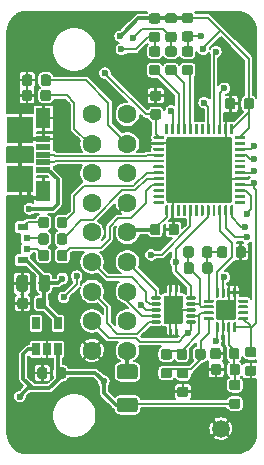
<source format=gbr>
G04 #@! TF.GenerationSoftware,KiCad,Pcbnew,(5.1.4)-1*
G04 #@! TF.CreationDate,2019-11-29T20:46:52-07:00*
G04 #@! TF.ProjectId,CruiseController,43727569-7365-4436-9f6e-74726f6c6c65,rev?*
G04 #@! TF.SameCoordinates,Original*
G04 #@! TF.FileFunction,Copper,L2,Bot*
G04 #@! TF.FilePolarity,Positive*
%FSLAX46Y46*%
G04 Gerber Fmt 4.6, Leading zero omitted, Abs format (unit mm)*
G04 Created by KiCad (PCBNEW (5.1.4)-1) date 2019-11-29 20:46:52*
%MOMM*%
%LPD*%
G04 APERTURE LIST*
%ADD10C,1.600000*%
%ADD11C,1.500000*%
%ADD12R,0.550000X0.600000*%
%ADD13R,0.900000X0.600000*%
%ADD14C,0.100000*%
%ADD15C,0.875000*%
%ADD16R,2.300000X2.250000*%
%ADD17R,1.300000X1.750000*%
%ADD18R,1.300000X0.500000*%
%ADD19C,0.975000*%
%ADD20C,0.250000*%
%ADD21C,5.600000*%
%ADD22C,1.700000*%
%ADD23O,0.850000X0.280000*%
%ADD24R,0.280000X0.280000*%
%ADD25R,1.650000X2.400000*%
%ADD26R,0.680000X1.050000*%
%ADD27R,0.260000X0.500000*%
%ADD28R,0.280000X0.700000*%
%ADD29R,0.650000X1.060000*%
%ADD30C,1.250000*%
%ADD31C,0.600000*%
%ADD32C,0.200000*%
%ADD33C,0.300000*%
%ADD34C,0.154000*%
G04 APERTURE END LIST*
D10*
X107500000Y-79000000D03*
X107500000Y-81500000D03*
X107500000Y-84000000D03*
X107500000Y-86500000D03*
X107500000Y-89000000D03*
X107500000Y-91500000D03*
X107500000Y-94000000D03*
X107500000Y-96500000D03*
X110500000Y-79000000D03*
X110500000Y-81500000D03*
X110500000Y-84000000D03*
X110500000Y-86500000D03*
X110500000Y-89000000D03*
X110500000Y-91500000D03*
X110500000Y-94000000D03*
X110500000Y-96500000D03*
X107500000Y-99000000D03*
X110500000Y-99000000D03*
D11*
X118400000Y-105600000D03*
D12*
X101975000Y-89500000D03*
X101975000Y-90400000D03*
D13*
X101650000Y-88550000D03*
X101650000Y-91350000D03*
D14*
G36*
X114665191Y-88276053D02*
G01*
X114686426Y-88279203D01*
X114707250Y-88284419D01*
X114727462Y-88291651D01*
X114746868Y-88300830D01*
X114765281Y-88311866D01*
X114782524Y-88324654D01*
X114798430Y-88339070D01*
X114812846Y-88354976D01*
X114825634Y-88372219D01*
X114836670Y-88390632D01*
X114845849Y-88410038D01*
X114853081Y-88430250D01*
X114858297Y-88451074D01*
X114861447Y-88472309D01*
X114862500Y-88493750D01*
X114862500Y-89006250D01*
X114861447Y-89027691D01*
X114858297Y-89048926D01*
X114853081Y-89069750D01*
X114845849Y-89089962D01*
X114836670Y-89109368D01*
X114825634Y-89127781D01*
X114812846Y-89145024D01*
X114798430Y-89160930D01*
X114782524Y-89175346D01*
X114765281Y-89188134D01*
X114746868Y-89199170D01*
X114727462Y-89208349D01*
X114707250Y-89215581D01*
X114686426Y-89220797D01*
X114665191Y-89223947D01*
X114643750Y-89225000D01*
X114206250Y-89225000D01*
X114184809Y-89223947D01*
X114163574Y-89220797D01*
X114142750Y-89215581D01*
X114122538Y-89208349D01*
X114103132Y-89199170D01*
X114084719Y-89188134D01*
X114067476Y-89175346D01*
X114051570Y-89160930D01*
X114037154Y-89145024D01*
X114024366Y-89127781D01*
X114013330Y-89109368D01*
X114004151Y-89089962D01*
X113996919Y-89069750D01*
X113991703Y-89048926D01*
X113988553Y-89027691D01*
X113987500Y-89006250D01*
X113987500Y-88493750D01*
X113988553Y-88472309D01*
X113991703Y-88451074D01*
X113996919Y-88430250D01*
X114004151Y-88410038D01*
X114013330Y-88390632D01*
X114024366Y-88372219D01*
X114037154Y-88354976D01*
X114051570Y-88339070D01*
X114067476Y-88324654D01*
X114084719Y-88311866D01*
X114103132Y-88300830D01*
X114122538Y-88291651D01*
X114142750Y-88284419D01*
X114163574Y-88279203D01*
X114184809Y-88276053D01*
X114206250Y-88275000D01*
X114643750Y-88275000D01*
X114665191Y-88276053D01*
X114665191Y-88276053D01*
G37*
D15*
X114425000Y-88750000D03*
D14*
G36*
X113090191Y-88276053D02*
G01*
X113111426Y-88279203D01*
X113132250Y-88284419D01*
X113152462Y-88291651D01*
X113171868Y-88300830D01*
X113190281Y-88311866D01*
X113207524Y-88324654D01*
X113223430Y-88339070D01*
X113237846Y-88354976D01*
X113250634Y-88372219D01*
X113261670Y-88390632D01*
X113270849Y-88410038D01*
X113278081Y-88430250D01*
X113283297Y-88451074D01*
X113286447Y-88472309D01*
X113287500Y-88493750D01*
X113287500Y-89006250D01*
X113286447Y-89027691D01*
X113283297Y-89048926D01*
X113278081Y-89069750D01*
X113270849Y-89089962D01*
X113261670Y-89109368D01*
X113250634Y-89127781D01*
X113237846Y-89145024D01*
X113223430Y-89160930D01*
X113207524Y-89175346D01*
X113190281Y-89188134D01*
X113171868Y-89199170D01*
X113152462Y-89208349D01*
X113132250Y-89215581D01*
X113111426Y-89220797D01*
X113090191Y-89223947D01*
X113068750Y-89225000D01*
X112631250Y-89225000D01*
X112609809Y-89223947D01*
X112588574Y-89220797D01*
X112567750Y-89215581D01*
X112547538Y-89208349D01*
X112528132Y-89199170D01*
X112509719Y-89188134D01*
X112492476Y-89175346D01*
X112476570Y-89160930D01*
X112462154Y-89145024D01*
X112449366Y-89127781D01*
X112438330Y-89109368D01*
X112429151Y-89089962D01*
X112421919Y-89069750D01*
X112416703Y-89048926D01*
X112413553Y-89027691D01*
X112412500Y-89006250D01*
X112412500Y-88493750D01*
X112413553Y-88472309D01*
X112416703Y-88451074D01*
X112421919Y-88430250D01*
X112429151Y-88410038D01*
X112438330Y-88390632D01*
X112449366Y-88372219D01*
X112462154Y-88354976D01*
X112476570Y-88339070D01*
X112492476Y-88324654D01*
X112509719Y-88311866D01*
X112528132Y-88300830D01*
X112547538Y-88291651D01*
X112567750Y-88284419D01*
X112588574Y-88279203D01*
X112609809Y-88276053D01*
X112631250Y-88275000D01*
X113068750Y-88275000D01*
X113090191Y-88276053D01*
X113090191Y-88276053D01*
G37*
D15*
X112850000Y-88750000D03*
D14*
G36*
X103652691Y-87676053D02*
G01*
X103673926Y-87679203D01*
X103694750Y-87684419D01*
X103714962Y-87691651D01*
X103734368Y-87700830D01*
X103752781Y-87711866D01*
X103770024Y-87724654D01*
X103785930Y-87739070D01*
X103800346Y-87754976D01*
X103813134Y-87772219D01*
X103824170Y-87790632D01*
X103833349Y-87810038D01*
X103840581Y-87830250D01*
X103845797Y-87851074D01*
X103848947Y-87872309D01*
X103850000Y-87893750D01*
X103850000Y-88406250D01*
X103848947Y-88427691D01*
X103845797Y-88448926D01*
X103840581Y-88469750D01*
X103833349Y-88489962D01*
X103824170Y-88509368D01*
X103813134Y-88527781D01*
X103800346Y-88545024D01*
X103785930Y-88560930D01*
X103770024Y-88575346D01*
X103752781Y-88588134D01*
X103734368Y-88599170D01*
X103714962Y-88608349D01*
X103694750Y-88615581D01*
X103673926Y-88620797D01*
X103652691Y-88623947D01*
X103631250Y-88625000D01*
X103193750Y-88625000D01*
X103172309Y-88623947D01*
X103151074Y-88620797D01*
X103130250Y-88615581D01*
X103110038Y-88608349D01*
X103090632Y-88599170D01*
X103072219Y-88588134D01*
X103054976Y-88575346D01*
X103039070Y-88560930D01*
X103024654Y-88545024D01*
X103011866Y-88527781D01*
X103000830Y-88509368D01*
X102991651Y-88489962D01*
X102984419Y-88469750D01*
X102979203Y-88448926D01*
X102976053Y-88427691D01*
X102975000Y-88406250D01*
X102975000Y-87893750D01*
X102976053Y-87872309D01*
X102979203Y-87851074D01*
X102984419Y-87830250D01*
X102991651Y-87810038D01*
X103000830Y-87790632D01*
X103011866Y-87772219D01*
X103024654Y-87754976D01*
X103039070Y-87739070D01*
X103054976Y-87724654D01*
X103072219Y-87711866D01*
X103090632Y-87700830D01*
X103110038Y-87691651D01*
X103130250Y-87684419D01*
X103151074Y-87679203D01*
X103172309Y-87676053D01*
X103193750Y-87675000D01*
X103631250Y-87675000D01*
X103652691Y-87676053D01*
X103652691Y-87676053D01*
G37*
D15*
X103412500Y-88150000D03*
D14*
G36*
X105227691Y-87676053D02*
G01*
X105248926Y-87679203D01*
X105269750Y-87684419D01*
X105289962Y-87691651D01*
X105309368Y-87700830D01*
X105327781Y-87711866D01*
X105345024Y-87724654D01*
X105360930Y-87739070D01*
X105375346Y-87754976D01*
X105388134Y-87772219D01*
X105399170Y-87790632D01*
X105408349Y-87810038D01*
X105415581Y-87830250D01*
X105420797Y-87851074D01*
X105423947Y-87872309D01*
X105425000Y-87893750D01*
X105425000Y-88406250D01*
X105423947Y-88427691D01*
X105420797Y-88448926D01*
X105415581Y-88469750D01*
X105408349Y-88489962D01*
X105399170Y-88509368D01*
X105388134Y-88527781D01*
X105375346Y-88545024D01*
X105360930Y-88560930D01*
X105345024Y-88575346D01*
X105327781Y-88588134D01*
X105309368Y-88599170D01*
X105289962Y-88608349D01*
X105269750Y-88615581D01*
X105248926Y-88620797D01*
X105227691Y-88623947D01*
X105206250Y-88625000D01*
X104768750Y-88625000D01*
X104747309Y-88623947D01*
X104726074Y-88620797D01*
X104705250Y-88615581D01*
X104685038Y-88608349D01*
X104665632Y-88599170D01*
X104647219Y-88588134D01*
X104629976Y-88575346D01*
X104614070Y-88560930D01*
X104599654Y-88545024D01*
X104586866Y-88527781D01*
X104575830Y-88509368D01*
X104566651Y-88489962D01*
X104559419Y-88469750D01*
X104554203Y-88448926D01*
X104551053Y-88427691D01*
X104550000Y-88406250D01*
X104550000Y-87893750D01*
X104551053Y-87872309D01*
X104554203Y-87851074D01*
X104559419Y-87830250D01*
X104566651Y-87810038D01*
X104575830Y-87790632D01*
X104586866Y-87772219D01*
X104599654Y-87754976D01*
X104614070Y-87739070D01*
X104629976Y-87724654D01*
X104647219Y-87711866D01*
X104665632Y-87700830D01*
X104685038Y-87691651D01*
X104705250Y-87684419D01*
X104726074Y-87679203D01*
X104747309Y-87676053D01*
X104768750Y-87675000D01*
X105206250Y-87675000D01*
X105227691Y-87676053D01*
X105227691Y-87676053D01*
G37*
D15*
X104987500Y-88150000D03*
D14*
G36*
X103652691Y-90476053D02*
G01*
X103673926Y-90479203D01*
X103694750Y-90484419D01*
X103714962Y-90491651D01*
X103734368Y-90500830D01*
X103752781Y-90511866D01*
X103770024Y-90524654D01*
X103785930Y-90539070D01*
X103800346Y-90554976D01*
X103813134Y-90572219D01*
X103824170Y-90590632D01*
X103833349Y-90610038D01*
X103840581Y-90630250D01*
X103845797Y-90651074D01*
X103848947Y-90672309D01*
X103850000Y-90693750D01*
X103850000Y-91206250D01*
X103848947Y-91227691D01*
X103845797Y-91248926D01*
X103840581Y-91269750D01*
X103833349Y-91289962D01*
X103824170Y-91309368D01*
X103813134Y-91327781D01*
X103800346Y-91345024D01*
X103785930Y-91360930D01*
X103770024Y-91375346D01*
X103752781Y-91388134D01*
X103734368Y-91399170D01*
X103714962Y-91408349D01*
X103694750Y-91415581D01*
X103673926Y-91420797D01*
X103652691Y-91423947D01*
X103631250Y-91425000D01*
X103193750Y-91425000D01*
X103172309Y-91423947D01*
X103151074Y-91420797D01*
X103130250Y-91415581D01*
X103110038Y-91408349D01*
X103090632Y-91399170D01*
X103072219Y-91388134D01*
X103054976Y-91375346D01*
X103039070Y-91360930D01*
X103024654Y-91345024D01*
X103011866Y-91327781D01*
X103000830Y-91309368D01*
X102991651Y-91289962D01*
X102984419Y-91269750D01*
X102979203Y-91248926D01*
X102976053Y-91227691D01*
X102975000Y-91206250D01*
X102975000Y-90693750D01*
X102976053Y-90672309D01*
X102979203Y-90651074D01*
X102984419Y-90630250D01*
X102991651Y-90610038D01*
X103000830Y-90590632D01*
X103011866Y-90572219D01*
X103024654Y-90554976D01*
X103039070Y-90539070D01*
X103054976Y-90524654D01*
X103072219Y-90511866D01*
X103090632Y-90500830D01*
X103110038Y-90491651D01*
X103130250Y-90484419D01*
X103151074Y-90479203D01*
X103172309Y-90476053D01*
X103193750Y-90475000D01*
X103631250Y-90475000D01*
X103652691Y-90476053D01*
X103652691Y-90476053D01*
G37*
D15*
X103412500Y-90950000D03*
D14*
G36*
X105227691Y-90476053D02*
G01*
X105248926Y-90479203D01*
X105269750Y-90484419D01*
X105289962Y-90491651D01*
X105309368Y-90500830D01*
X105327781Y-90511866D01*
X105345024Y-90524654D01*
X105360930Y-90539070D01*
X105375346Y-90554976D01*
X105388134Y-90572219D01*
X105399170Y-90590632D01*
X105408349Y-90610038D01*
X105415581Y-90630250D01*
X105420797Y-90651074D01*
X105423947Y-90672309D01*
X105425000Y-90693750D01*
X105425000Y-91206250D01*
X105423947Y-91227691D01*
X105420797Y-91248926D01*
X105415581Y-91269750D01*
X105408349Y-91289962D01*
X105399170Y-91309368D01*
X105388134Y-91327781D01*
X105375346Y-91345024D01*
X105360930Y-91360930D01*
X105345024Y-91375346D01*
X105327781Y-91388134D01*
X105309368Y-91399170D01*
X105289962Y-91408349D01*
X105269750Y-91415581D01*
X105248926Y-91420797D01*
X105227691Y-91423947D01*
X105206250Y-91425000D01*
X104768750Y-91425000D01*
X104747309Y-91423947D01*
X104726074Y-91420797D01*
X104705250Y-91415581D01*
X104685038Y-91408349D01*
X104665632Y-91399170D01*
X104647219Y-91388134D01*
X104629976Y-91375346D01*
X104614070Y-91360930D01*
X104599654Y-91345024D01*
X104586866Y-91327781D01*
X104575830Y-91309368D01*
X104566651Y-91289962D01*
X104559419Y-91269750D01*
X104554203Y-91248926D01*
X104551053Y-91227691D01*
X104550000Y-91206250D01*
X104550000Y-90693750D01*
X104551053Y-90672309D01*
X104554203Y-90651074D01*
X104559419Y-90630250D01*
X104566651Y-90610038D01*
X104575830Y-90590632D01*
X104586866Y-90572219D01*
X104599654Y-90554976D01*
X104614070Y-90539070D01*
X104629976Y-90524654D01*
X104647219Y-90511866D01*
X104665632Y-90500830D01*
X104685038Y-90491651D01*
X104705250Y-90484419D01*
X104726074Y-90479203D01*
X104747309Y-90476053D01*
X104768750Y-90475000D01*
X105206250Y-90475000D01*
X105227691Y-90476053D01*
X105227691Y-90476053D01*
G37*
D15*
X104987500Y-90950000D03*
D14*
G36*
X103640191Y-89076053D02*
G01*
X103661426Y-89079203D01*
X103682250Y-89084419D01*
X103702462Y-89091651D01*
X103721868Y-89100830D01*
X103740281Y-89111866D01*
X103757524Y-89124654D01*
X103773430Y-89139070D01*
X103787846Y-89154976D01*
X103800634Y-89172219D01*
X103811670Y-89190632D01*
X103820849Y-89210038D01*
X103828081Y-89230250D01*
X103833297Y-89251074D01*
X103836447Y-89272309D01*
X103837500Y-89293750D01*
X103837500Y-89806250D01*
X103836447Y-89827691D01*
X103833297Y-89848926D01*
X103828081Y-89869750D01*
X103820849Y-89889962D01*
X103811670Y-89909368D01*
X103800634Y-89927781D01*
X103787846Y-89945024D01*
X103773430Y-89960930D01*
X103757524Y-89975346D01*
X103740281Y-89988134D01*
X103721868Y-89999170D01*
X103702462Y-90008349D01*
X103682250Y-90015581D01*
X103661426Y-90020797D01*
X103640191Y-90023947D01*
X103618750Y-90025000D01*
X103181250Y-90025000D01*
X103159809Y-90023947D01*
X103138574Y-90020797D01*
X103117750Y-90015581D01*
X103097538Y-90008349D01*
X103078132Y-89999170D01*
X103059719Y-89988134D01*
X103042476Y-89975346D01*
X103026570Y-89960930D01*
X103012154Y-89945024D01*
X102999366Y-89927781D01*
X102988330Y-89909368D01*
X102979151Y-89889962D01*
X102971919Y-89869750D01*
X102966703Y-89848926D01*
X102963553Y-89827691D01*
X102962500Y-89806250D01*
X102962500Y-89293750D01*
X102963553Y-89272309D01*
X102966703Y-89251074D01*
X102971919Y-89230250D01*
X102979151Y-89210038D01*
X102988330Y-89190632D01*
X102999366Y-89172219D01*
X103012154Y-89154976D01*
X103026570Y-89139070D01*
X103042476Y-89124654D01*
X103059719Y-89111866D01*
X103078132Y-89100830D01*
X103097538Y-89091651D01*
X103117750Y-89084419D01*
X103138574Y-89079203D01*
X103159809Y-89076053D01*
X103181250Y-89075000D01*
X103618750Y-89075000D01*
X103640191Y-89076053D01*
X103640191Y-89076053D01*
G37*
D15*
X103400000Y-89550000D03*
D14*
G36*
X105215191Y-89076053D02*
G01*
X105236426Y-89079203D01*
X105257250Y-89084419D01*
X105277462Y-89091651D01*
X105296868Y-89100830D01*
X105315281Y-89111866D01*
X105332524Y-89124654D01*
X105348430Y-89139070D01*
X105362846Y-89154976D01*
X105375634Y-89172219D01*
X105386670Y-89190632D01*
X105395849Y-89210038D01*
X105403081Y-89230250D01*
X105408297Y-89251074D01*
X105411447Y-89272309D01*
X105412500Y-89293750D01*
X105412500Y-89806250D01*
X105411447Y-89827691D01*
X105408297Y-89848926D01*
X105403081Y-89869750D01*
X105395849Y-89889962D01*
X105386670Y-89909368D01*
X105375634Y-89927781D01*
X105362846Y-89945024D01*
X105348430Y-89960930D01*
X105332524Y-89975346D01*
X105315281Y-89988134D01*
X105296868Y-89999170D01*
X105277462Y-90008349D01*
X105257250Y-90015581D01*
X105236426Y-90020797D01*
X105215191Y-90023947D01*
X105193750Y-90025000D01*
X104756250Y-90025000D01*
X104734809Y-90023947D01*
X104713574Y-90020797D01*
X104692750Y-90015581D01*
X104672538Y-90008349D01*
X104653132Y-89999170D01*
X104634719Y-89988134D01*
X104617476Y-89975346D01*
X104601570Y-89960930D01*
X104587154Y-89945024D01*
X104574366Y-89927781D01*
X104563330Y-89909368D01*
X104554151Y-89889962D01*
X104546919Y-89869750D01*
X104541703Y-89848926D01*
X104538553Y-89827691D01*
X104537500Y-89806250D01*
X104537500Y-89293750D01*
X104538553Y-89272309D01*
X104541703Y-89251074D01*
X104546919Y-89230250D01*
X104554151Y-89210038D01*
X104563330Y-89190632D01*
X104574366Y-89172219D01*
X104587154Y-89154976D01*
X104601570Y-89139070D01*
X104617476Y-89124654D01*
X104634719Y-89111866D01*
X104653132Y-89100830D01*
X104672538Y-89091651D01*
X104692750Y-89084419D01*
X104713574Y-89079203D01*
X104734809Y-89076053D01*
X104756250Y-89075000D01*
X105193750Y-89075000D01*
X105215191Y-89076053D01*
X105215191Y-89076053D01*
G37*
D15*
X104975000Y-89550000D03*
D16*
X101450000Y-80325000D03*
X101450000Y-84475000D03*
D17*
X103400000Y-79325000D03*
X103400000Y-85475000D03*
D18*
X103400000Y-81100000D03*
X103400000Y-81750000D03*
X103400000Y-82400000D03*
X103400000Y-83050000D03*
X103400000Y-83700000D03*
D14*
G36*
X115915191Y-90184053D02*
G01*
X115936426Y-90187203D01*
X115957250Y-90192419D01*
X115977462Y-90199651D01*
X115996868Y-90208830D01*
X116015281Y-90219866D01*
X116032524Y-90232654D01*
X116048430Y-90247070D01*
X116062846Y-90262976D01*
X116075634Y-90280219D01*
X116086670Y-90298632D01*
X116095849Y-90318038D01*
X116103081Y-90338250D01*
X116108297Y-90359074D01*
X116111447Y-90380309D01*
X116112500Y-90401750D01*
X116112500Y-90914250D01*
X116111447Y-90935691D01*
X116108297Y-90956926D01*
X116103081Y-90977750D01*
X116095849Y-90997962D01*
X116086670Y-91017368D01*
X116075634Y-91035781D01*
X116062846Y-91053024D01*
X116048430Y-91068930D01*
X116032524Y-91083346D01*
X116015281Y-91096134D01*
X115996868Y-91107170D01*
X115977462Y-91116349D01*
X115957250Y-91123581D01*
X115936426Y-91128797D01*
X115915191Y-91131947D01*
X115893750Y-91133000D01*
X115456250Y-91133000D01*
X115434809Y-91131947D01*
X115413574Y-91128797D01*
X115392750Y-91123581D01*
X115372538Y-91116349D01*
X115353132Y-91107170D01*
X115334719Y-91096134D01*
X115317476Y-91083346D01*
X115301570Y-91068930D01*
X115287154Y-91053024D01*
X115274366Y-91035781D01*
X115263330Y-91017368D01*
X115254151Y-90997962D01*
X115246919Y-90977750D01*
X115241703Y-90956926D01*
X115238553Y-90935691D01*
X115237500Y-90914250D01*
X115237500Y-90401750D01*
X115238553Y-90380309D01*
X115241703Y-90359074D01*
X115246919Y-90338250D01*
X115254151Y-90318038D01*
X115263330Y-90298632D01*
X115274366Y-90280219D01*
X115287154Y-90262976D01*
X115301570Y-90247070D01*
X115317476Y-90232654D01*
X115334719Y-90219866D01*
X115353132Y-90208830D01*
X115372538Y-90199651D01*
X115392750Y-90192419D01*
X115413574Y-90187203D01*
X115434809Y-90184053D01*
X115456250Y-90183000D01*
X115893750Y-90183000D01*
X115915191Y-90184053D01*
X115915191Y-90184053D01*
G37*
D15*
X115675000Y-90658000D03*
D14*
G36*
X117490191Y-90184053D02*
G01*
X117511426Y-90187203D01*
X117532250Y-90192419D01*
X117552462Y-90199651D01*
X117571868Y-90208830D01*
X117590281Y-90219866D01*
X117607524Y-90232654D01*
X117623430Y-90247070D01*
X117637846Y-90262976D01*
X117650634Y-90280219D01*
X117661670Y-90298632D01*
X117670849Y-90318038D01*
X117678081Y-90338250D01*
X117683297Y-90359074D01*
X117686447Y-90380309D01*
X117687500Y-90401750D01*
X117687500Y-90914250D01*
X117686447Y-90935691D01*
X117683297Y-90956926D01*
X117678081Y-90977750D01*
X117670849Y-90997962D01*
X117661670Y-91017368D01*
X117650634Y-91035781D01*
X117637846Y-91053024D01*
X117623430Y-91068930D01*
X117607524Y-91083346D01*
X117590281Y-91096134D01*
X117571868Y-91107170D01*
X117552462Y-91116349D01*
X117532250Y-91123581D01*
X117511426Y-91128797D01*
X117490191Y-91131947D01*
X117468750Y-91133000D01*
X117031250Y-91133000D01*
X117009809Y-91131947D01*
X116988574Y-91128797D01*
X116967750Y-91123581D01*
X116947538Y-91116349D01*
X116928132Y-91107170D01*
X116909719Y-91096134D01*
X116892476Y-91083346D01*
X116876570Y-91068930D01*
X116862154Y-91053024D01*
X116849366Y-91035781D01*
X116838330Y-91017368D01*
X116829151Y-90997962D01*
X116821919Y-90977750D01*
X116816703Y-90956926D01*
X116813553Y-90935691D01*
X116812500Y-90914250D01*
X116812500Y-90401750D01*
X116813553Y-90380309D01*
X116816703Y-90359074D01*
X116821919Y-90338250D01*
X116829151Y-90318038D01*
X116838330Y-90298632D01*
X116849366Y-90280219D01*
X116862154Y-90262976D01*
X116876570Y-90247070D01*
X116892476Y-90232654D01*
X116909719Y-90219866D01*
X116928132Y-90208830D01*
X116947538Y-90199651D01*
X116967750Y-90192419D01*
X116988574Y-90187203D01*
X117009809Y-90184053D01*
X117031250Y-90183000D01*
X117468750Y-90183000D01*
X117490191Y-90184053D01*
X117490191Y-90184053D01*
G37*
D15*
X117250000Y-90658000D03*
D14*
G36*
X114077691Y-98888553D02*
G01*
X114098926Y-98891703D01*
X114119750Y-98896919D01*
X114139962Y-98904151D01*
X114159368Y-98913330D01*
X114177781Y-98924366D01*
X114195024Y-98937154D01*
X114210930Y-98951570D01*
X114225346Y-98967476D01*
X114238134Y-98984719D01*
X114249170Y-99003132D01*
X114258349Y-99022538D01*
X114265581Y-99042750D01*
X114270797Y-99063574D01*
X114273947Y-99084809D01*
X114275000Y-99106250D01*
X114275000Y-99543750D01*
X114273947Y-99565191D01*
X114270797Y-99586426D01*
X114265581Y-99607250D01*
X114258349Y-99627462D01*
X114249170Y-99646868D01*
X114238134Y-99665281D01*
X114225346Y-99682524D01*
X114210930Y-99698430D01*
X114195024Y-99712846D01*
X114177781Y-99725634D01*
X114159368Y-99736670D01*
X114139962Y-99745849D01*
X114119750Y-99753081D01*
X114098926Y-99758297D01*
X114077691Y-99761447D01*
X114056250Y-99762500D01*
X113543750Y-99762500D01*
X113522309Y-99761447D01*
X113501074Y-99758297D01*
X113480250Y-99753081D01*
X113460038Y-99745849D01*
X113440632Y-99736670D01*
X113422219Y-99725634D01*
X113404976Y-99712846D01*
X113389070Y-99698430D01*
X113374654Y-99682524D01*
X113361866Y-99665281D01*
X113350830Y-99646868D01*
X113341651Y-99627462D01*
X113334419Y-99607250D01*
X113329203Y-99586426D01*
X113326053Y-99565191D01*
X113325000Y-99543750D01*
X113325000Y-99106250D01*
X113326053Y-99084809D01*
X113329203Y-99063574D01*
X113334419Y-99042750D01*
X113341651Y-99022538D01*
X113350830Y-99003132D01*
X113361866Y-98984719D01*
X113374654Y-98967476D01*
X113389070Y-98951570D01*
X113404976Y-98937154D01*
X113422219Y-98924366D01*
X113440632Y-98913330D01*
X113460038Y-98904151D01*
X113480250Y-98896919D01*
X113501074Y-98891703D01*
X113522309Y-98888553D01*
X113543750Y-98887500D01*
X114056250Y-98887500D01*
X114077691Y-98888553D01*
X114077691Y-98888553D01*
G37*
D15*
X113800000Y-99325000D03*
D14*
G36*
X114077691Y-100463553D02*
G01*
X114098926Y-100466703D01*
X114119750Y-100471919D01*
X114139962Y-100479151D01*
X114159368Y-100488330D01*
X114177781Y-100499366D01*
X114195024Y-100512154D01*
X114210930Y-100526570D01*
X114225346Y-100542476D01*
X114238134Y-100559719D01*
X114249170Y-100578132D01*
X114258349Y-100597538D01*
X114265581Y-100617750D01*
X114270797Y-100638574D01*
X114273947Y-100659809D01*
X114275000Y-100681250D01*
X114275000Y-101118750D01*
X114273947Y-101140191D01*
X114270797Y-101161426D01*
X114265581Y-101182250D01*
X114258349Y-101202462D01*
X114249170Y-101221868D01*
X114238134Y-101240281D01*
X114225346Y-101257524D01*
X114210930Y-101273430D01*
X114195024Y-101287846D01*
X114177781Y-101300634D01*
X114159368Y-101311670D01*
X114139962Y-101320849D01*
X114119750Y-101328081D01*
X114098926Y-101333297D01*
X114077691Y-101336447D01*
X114056250Y-101337500D01*
X113543750Y-101337500D01*
X113522309Y-101336447D01*
X113501074Y-101333297D01*
X113480250Y-101328081D01*
X113460038Y-101320849D01*
X113440632Y-101311670D01*
X113422219Y-101300634D01*
X113404976Y-101287846D01*
X113389070Y-101273430D01*
X113374654Y-101257524D01*
X113361866Y-101240281D01*
X113350830Y-101221868D01*
X113341651Y-101202462D01*
X113334419Y-101182250D01*
X113329203Y-101161426D01*
X113326053Y-101140191D01*
X113325000Y-101118750D01*
X113325000Y-100681250D01*
X113326053Y-100659809D01*
X113329203Y-100638574D01*
X113334419Y-100617750D01*
X113341651Y-100597538D01*
X113350830Y-100578132D01*
X113361866Y-100559719D01*
X113374654Y-100542476D01*
X113389070Y-100526570D01*
X113404976Y-100512154D01*
X113422219Y-100499366D01*
X113440632Y-100488330D01*
X113460038Y-100479151D01*
X113480250Y-100471919D01*
X113501074Y-100466703D01*
X113522309Y-100463553D01*
X113543750Y-100462500D01*
X114056250Y-100462500D01*
X114077691Y-100463553D01*
X114077691Y-100463553D01*
G37*
D15*
X113800000Y-100900000D03*
D14*
G36*
X118202691Y-98784053D02*
G01*
X118223926Y-98787203D01*
X118244750Y-98792419D01*
X118264962Y-98799651D01*
X118284368Y-98808830D01*
X118302781Y-98819866D01*
X118320024Y-98832654D01*
X118335930Y-98847070D01*
X118350346Y-98862976D01*
X118363134Y-98880219D01*
X118374170Y-98898632D01*
X118383349Y-98918038D01*
X118390581Y-98938250D01*
X118395797Y-98959074D01*
X118398947Y-98980309D01*
X118400000Y-99001750D01*
X118400000Y-99514250D01*
X118398947Y-99535691D01*
X118395797Y-99556926D01*
X118390581Y-99577750D01*
X118383349Y-99597962D01*
X118374170Y-99617368D01*
X118363134Y-99635781D01*
X118350346Y-99653024D01*
X118335930Y-99668930D01*
X118320024Y-99683346D01*
X118302781Y-99696134D01*
X118284368Y-99707170D01*
X118264962Y-99716349D01*
X118244750Y-99723581D01*
X118223926Y-99728797D01*
X118202691Y-99731947D01*
X118181250Y-99733000D01*
X117743750Y-99733000D01*
X117722309Y-99731947D01*
X117701074Y-99728797D01*
X117680250Y-99723581D01*
X117660038Y-99716349D01*
X117640632Y-99707170D01*
X117622219Y-99696134D01*
X117604976Y-99683346D01*
X117589070Y-99668930D01*
X117574654Y-99653024D01*
X117561866Y-99635781D01*
X117550830Y-99617368D01*
X117541651Y-99597962D01*
X117534419Y-99577750D01*
X117529203Y-99556926D01*
X117526053Y-99535691D01*
X117525000Y-99514250D01*
X117525000Y-99001750D01*
X117526053Y-98980309D01*
X117529203Y-98959074D01*
X117534419Y-98938250D01*
X117541651Y-98918038D01*
X117550830Y-98898632D01*
X117561866Y-98880219D01*
X117574654Y-98862976D01*
X117589070Y-98847070D01*
X117604976Y-98832654D01*
X117622219Y-98819866D01*
X117640632Y-98808830D01*
X117660038Y-98799651D01*
X117680250Y-98792419D01*
X117701074Y-98787203D01*
X117722309Y-98784053D01*
X117743750Y-98783000D01*
X118181250Y-98783000D01*
X118202691Y-98784053D01*
X118202691Y-98784053D01*
G37*
D15*
X117962500Y-99258000D03*
D14*
G36*
X119777691Y-98784053D02*
G01*
X119798926Y-98787203D01*
X119819750Y-98792419D01*
X119839962Y-98799651D01*
X119859368Y-98808830D01*
X119877781Y-98819866D01*
X119895024Y-98832654D01*
X119910930Y-98847070D01*
X119925346Y-98862976D01*
X119938134Y-98880219D01*
X119949170Y-98898632D01*
X119958349Y-98918038D01*
X119965581Y-98938250D01*
X119970797Y-98959074D01*
X119973947Y-98980309D01*
X119975000Y-99001750D01*
X119975000Y-99514250D01*
X119973947Y-99535691D01*
X119970797Y-99556926D01*
X119965581Y-99577750D01*
X119958349Y-99597962D01*
X119949170Y-99617368D01*
X119938134Y-99635781D01*
X119925346Y-99653024D01*
X119910930Y-99668930D01*
X119895024Y-99683346D01*
X119877781Y-99696134D01*
X119859368Y-99707170D01*
X119839962Y-99716349D01*
X119819750Y-99723581D01*
X119798926Y-99728797D01*
X119777691Y-99731947D01*
X119756250Y-99733000D01*
X119318750Y-99733000D01*
X119297309Y-99731947D01*
X119276074Y-99728797D01*
X119255250Y-99723581D01*
X119235038Y-99716349D01*
X119215632Y-99707170D01*
X119197219Y-99696134D01*
X119179976Y-99683346D01*
X119164070Y-99668930D01*
X119149654Y-99653024D01*
X119136866Y-99635781D01*
X119125830Y-99617368D01*
X119116651Y-99597962D01*
X119109419Y-99577750D01*
X119104203Y-99556926D01*
X119101053Y-99535691D01*
X119100000Y-99514250D01*
X119100000Y-99001750D01*
X119101053Y-98980309D01*
X119104203Y-98959074D01*
X119109419Y-98938250D01*
X119116651Y-98918038D01*
X119125830Y-98898632D01*
X119136866Y-98880219D01*
X119149654Y-98862976D01*
X119164070Y-98847070D01*
X119179976Y-98832654D01*
X119197219Y-98819866D01*
X119215632Y-98808830D01*
X119235038Y-98799651D01*
X119255250Y-98792419D01*
X119276074Y-98787203D01*
X119297309Y-98784053D01*
X119318750Y-98783000D01*
X119756250Y-98783000D01*
X119777691Y-98784053D01*
X119777691Y-98784053D01*
G37*
D15*
X119537500Y-99258000D03*
D14*
G36*
X115877691Y-73238553D02*
G01*
X115898926Y-73241703D01*
X115919750Y-73246919D01*
X115939962Y-73254151D01*
X115959368Y-73263330D01*
X115977781Y-73274366D01*
X115995024Y-73287154D01*
X116010930Y-73301570D01*
X116025346Y-73317476D01*
X116038134Y-73334719D01*
X116049170Y-73353132D01*
X116058349Y-73372538D01*
X116065581Y-73392750D01*
X116070797Y-73413574D01*
X116073947Y-73434809D01*
X116075000Y-73456250D01*
X116075000Y-73893750D01*
X116073947Y-73915191D01*
X116070797Y-73936426D01*
X116065581Y-73957250D01*
X116058349Y-73977462D01*
X116049170Y-73996868D01*
X116038134Y-74015281D01*
X116025346Y-74032524D01*
X116010930Y-74048430D01*
X115995024Y-74062846D01*
X115977781Y-74075634D01*
X115959368Y-74086670D01*
X115939962Y-74095849D01*
X115919750Y-74103081D01*
X115898926Y-74108297D01*
X115877691Y-74111447D01*
X115856250Y-74112500D01*
X115343750Y-74112500D01*
X115322309Y-74111447D01*
X115301074Y-74108297D01*
X115280250Y-74103081D01*
X115260038Y-74095849D01*
X115240632Y-74086670D01*
X115222219Y-74075634D01*
X115204976Y-74062846D01*
X115189070Y-74048430D01*
X115174654Y-74032524D01*
X115161866Y-74015281D01*
X115150830Y-73996868D01*
X115141651Y-73977462D01*
X115134419Y-73957250D01*
X115129203Y-73936426D01*
X115126053Y-73915191D01*
X115125000Y-73893750D01*
X115125000Y-73456250D01*
X115126053Y-73434809D01*
X115129203Y-73413574D01*
X115134419Y-73392750D01*
X115141651Y-73372538D01*
X115150830Y-73353132D01*
X115161866Y-73334719D01*
X115174654Y-73317476D01*
X115189070Y-73301570D01*
X115204976Y-73287154D01*
X115222219Y-73274366D01*
X115240632Y-73263330D01*
X115260038Y-73254151D01*
X115280250Y-73246919D01*
X115301074Y-73241703D01*
X115322309Y-73238553D01*
X115343750Y-73237500D01*
X115856250Y-73237500D01*
X115877691Y-73238553D01*
X115877691Y-73238553D01*
G37*
D15*
X115600000Y-73675000D03*
D14*
G36*
X115877691Y-74813553D02*
G01*
X115898926Y-74816703D01*
X115919750Y-74821919D01*
X115939962Y-74829151D01*
X115959368Y-74838330D01*
X115977781Y-74849366D01*
X115995024Y-74862154D01*
X116010930Y-74876570D01*
X116025346Y-74892476D01*
X116038134Y-74909719D01*
X116049170Y-74928132D01*
X116058349Y-74947538D01*
X116065581Y-74967750D01*
X116070797Y-74988574D01*
X116073947Y-75009809D01*
X116075000Y-75031250D01*
X116075000Y-75468750D01*
X116073947Y-75490191D01*
X116070797Y-75511426D01*
X116065581Y-75532250D01*
X116058349Y-75552462D01*
X116049170Y-75571868D01*
X116038134Y-75590281D01*
X116025346Y-75607524D01*
X116010930Y-75623430D01*
X115995024Y-75637846D01*
X115977781Y-75650634D01*
X115959368Y-75661670D01*
X115939962Y-75670849D01*
X115919750Y-75678081D01*
X115898926Y-75683297D01*
X115877691Y-75686447D01*
X115856250Y-75687500D01*
X115343750Y-75687500D01*
X115322309Y-75686447D01*
X115301074Y-75683297D01*
X115280250Y-75678081D01*
X115260038Y-75670849D01*
X115240632Y-75661670D01*
X115222219Y-75650634D01*
X115204976Y-75637846D01*
X115189070Y-75623430D01*
X115174654Y-75607524D01*
X115161866Y-75590281D01*
X115150830Y-75571868D01*
X115141651Y-75552462D01*
X115134419Y-75532250D01*
X115129203Y-75511426D01*
X115126053Y-75490191D01*
X115125000Y-75468750D01*
X115125000Y-75031250D01*
X115126053Y-75009809D01*
X115129203Y-74988574D01*
X115134419Y-74967750D01*
X115141651Y-74947538D01*
X115150830Y-74928132D01*
X115161866Y-74909719D01*
X115174654Y-74892476D01*
X115189070Y-74876570D01*
X115204976Y-74862154D01*
X115222219Y-74849366D01*
X115240632Y-74838330D01*
X115260038Y-74829151D01*
X115280250Y-74821919D01*
X115301074Y-74816703D01*
X115322309Y-74813553D01*
X115343750Y-74812500D01*
X115856250Y-74812500D01*
X115877691Y-74813553D01*
X115877691Y-74813553D01*
G37*
D15*
X115600000Y-75250000D03*
D14*
G36*
X113077691Y-70438553D02*
G01*
X113098926Y-70441703D01*
X113119750Y-70446919D01*
X113139962Y-70454151D01*
X113159368Y-70463330D01*
X113177781Y-70474366D01*
X113195024Y-70487154D01*
X113210930Y-70501570D01*
X113225346Y-70517476D01*
X113238134Y-70534719D01*
X113249170Y-70553132D01*
X113258349Y-70572538D01*
X113265581Y-70592750D01*
X113270797Y-70613574D01*
X113273947Y-70634809D01*
X113275000Y-70656250D01*
X113275000Y-71093750D01*
X113273947Y-71115191D01*
X113270797Y-71136426D01*
X113265581Y-71157250D01*
X113258349Y-71177462D01*
X113249170Y-71196868D01*
X113238134Y-71215281D01*
X113225346Y-71232524D01*
X113210930Y-71248430D01*
X113195024Y-71262846D01*
X113177781Y-71275634D01*
X113159368Y-71286670D01*
X113139962Y-71295849D01*
X113119750Y-71303081D01*
X113098926Y-71308297D01*
X113077691Y-71311447D01*
X113056250Y-71312500D01*
X112543750Y-71312500D01*
X112522309Y-71311447D01*
X112501074Y-71308297D01*
X112480250Y-71303081D01*
X112460038Y-71295849D01*
X112440632Y-71286670D01*
X112422219Y-71275634D01*
X112404976Y-71262846D01*
X112389070Y-71248430D01*
X112374654Y-71232524D01*
X112361866Y-71215281D01*
X112350830Y-71196868D01*
X112341651Y-71177462D01*
X112334419Y-71157250D01*
X112329203Y-71136426D01*
X112326053Y-71115191D01*
X112325000Y-71093750D01*
X112325000Y-70656250D01*
X112326053Y-70634809D01*
X112329203Y-70613574D01*
X112334419Y-70592750D01*
X112341651Y-70572538D01*
X112350830Y-70553132D01*
X112361866Y-70534719D01*
X112374654Y-70517476D01*
X112389070Y-70501570D01*
X112404976Y-70487154D01*
X112422219Y-70474366D01*
X112440632Y-70463330D01*
X112460038Y-70454151D01*
X112480250Y-70446919D01*
X112501074Y-70441703D01*
X112522309Y-70438553D01*
X112543750Y-70437500D01*
X113056250Y-70437500D01*
X113077691Y-70438553D01*
X113077691Y-70438553D01*
G37*
D15*
X112800000Y-70875000D03*
D14*
G36*
X113077691Y-72013553D02*
G01*
X113098926Y-72016703D01*
X113119750Y-72021919D01*
X113139962Y-72029151D01*
X113159368Y-72038330D01*
X113177781Y-72049366D01*
X113195024Y-72062154D01*
X113210930Y-72076570D01*
X113225346Y-72092476D01*
X113238134Y-72109719D01*
X113249170Y-72128132D01*
X113258349Y-72147538D01*
X113265581Y-72167750D01*
X113270797Y-72188574D01*
X113273947Y-72209809D01*
X113275000Y-72231250D01*
X113275000Y-72668750D01*
X113273947Y-72690191D01*
X113270797Y-72711426D01*
X113265581Y-72732250D01*
X113258349Y-72752462D01*
X113249170Y-72771868D01*
X113238134Y-72790281D01*
X113225346Y-72807524D01*
X113210930Y-72823430D01*
X113195024Y-72837846D01*
X113177781Y-72850634D01*
X113159368Y-72861670D01*
X113139962Y-72870849D01*
X113119750Y-72878081D01*
X113098926Y-72883297D01*
X113077691Y-72886447D01*
X113056250Y-72887500D01*
X112543750Y-72887500D01*
X112522309Y-72886447D01*
X112501074Y-72883297D01*
X112480250Y-72878081D01*
X112460038Y-72870849D01*
X112440632Y-72861670D01*
X112422219Y-72850634D01*
X112404976Y-72837846D01*
X112389070Y-72823430D01*
X112374654Y-72807524D01*
X112361866Y-72790281D01*
X112350830Y-72771868D01*
X112341651Y-72752462D01*
X112334419Y-72732250D01*
X112329203Y-72711426D01*
X112326053Y-72690191D01*
X112325000Y-72668750D01*
X112325000Y-72231250D01*
X112326053Y-72209809D01*
X112329203Y-72188574D01*
X112334419Y-72167750D01*
X112341651Y-72147538D01*
X112350830Y-72128132D01*
X112361866Y-72109719D01*
X112374654Y-72092476D01*
X112389070Y-72076570D01*
X112404976Y-72062154D01*
X112422219Y-72049366D01*
X112440632Y-72038330D01*
X112460038Y-72029151D01*
X112480250Y-72021919D01*
X112501074Y-72016703D01*
X112522309Y-72013553D01*
X112543750Y-72012500D01*
X113056250Y-72012500D01*
X113077691Y-72013553D01*
X113077691Y-72013553D01*
G37*
D15*
X112800000Y-72450000D03*
D14*
G36*
X114477691Y-70426053D02*
G01*
X114498926Y-70429203D01*
X114519750Y-70434419D01*
X114539962Y-70441651D01*
X114559368Y-70450830D01*
X114577781Y-70461866D01*
X114595024Y-70474654D01*
X114610930Y-70489070D01*
X114625346Y-70504976D01*
X114638134Y-70522219D01*
X114649170Y-70540632D01*
X114658349Y-70560038D01*
X114665581Y-70580250D01*
X114670797Y-70601074D01*
X114673947Y-70622309D01*
X114675000Y-70643750D01*
X114675000Y-71081250D01*
X114673947Y-71102691D01*
X114670797Y-71123926D01*
X114665581Y-71144750D01*
X114658349Y-71164962D01*
X114649170Y-71184368D01*
X114638134Y-71202781D01*
X114625346Y-71220024D01*
X114610930Y-71235930D01*
X114595024Y-71250346D01*
X114577781Y-71263134D01*
X114559368Y-71274170D01*
X114539962Y-71283349D01*
X114519750Y-71290581D01*
X114498926Y-71295797D01*
X114477691Y-71298947D01*
X114456250Y-71300000D01*
X113943750Y-71300000D01*
X113922309Y-71298947D01*
X113901074Y-71295797D01*
X113880250Y-71290581D01*
X113860038Y-71283349D01*
X113840632Y-71274170D01*
X113822219Y-71263134D01*
X113804976Y-71250346D01*
X113789070Y-71235930D01*
X113774654Y-71220024D01*
X113761866Y-71202781D01*
X113750830Y-71184368D01*
X113741651Y-71164962D01*
X113734419Y-71144750D01*
X113729203Y-71123926D01*
X113726053Y-71102691D01*
X113725000Y-71081250D01*
X113725000Y-70643750D01*
X113726053Y-70622309D01*
X113729203Y-70601074D01*
X113734419Y-70580250D01*
X113741651Y-70560038D01*
X113750830Y-70540632D01*
X113761866Y-70522219D01*
X113774654Y-70504976D01*
X113789070Y-70489070D01*
X113804976Y-70474654D01*
X113822219Y-70461866D01*
X113840632Y-70450830D01*
X113860038Y-70441651D01*
X113880250Y-70434419D01*
X113901074Y-70429203D01*
X113922309Y-70426053D01*
X113943750Y-70425000D01*
X114456250Y-70425000D01*
X114477691Y-70426053D01*
X114477691Y-70426053D01*
G37*
D15*
X114200000Y-70862500D03*
D14*
G36*
X114477691Y-72001053D02*
G01*
X114498926Y-72004203D01*
X114519750Y-72009419D01*
X114539962Y-72016651D01*
X114559368Y-72025830D01*
X114577781Y-72036866D01*
X114595024Y-72049654D01*
X114610930Y-72064070D01*
X114625346Y-72079976D01*
X114638134Y-72097219D01*
X114649170Y-72115632D01*
X114658349Y-72135038D01*
X114665581Y-72155250D01*
X114670797Y-72176074D01*
X114673947Y-72197309D01*
X114675000Y-72218750D01*
X114675000Y-72656250D01*
X114673947Y-72677691D01*
X114670797Y-72698926D01*
X114665581Y-72719750D01*
X114658349Y-72739962D01*
X114649170Y-72759368D01*
X114638134Y-72777781D01*
X114625346Y-72795024D01*
X114610930Y-72810930D01*
X114595024Y-72825346D01*
X114577781Y-72838134D01*
X114559368Y-72849170D01*
X114539962Y-72858349D01*
X114519750Y-72865581D01*
X114498926Y-72870797D01*
X114477691Y-72873947D01*
X114456250Y-72875000D01*
X113943750Y-72875000D01*
X113922309Y-72873947D01*
X113901074Y-72870797D01*
X113880250Y-72865581D01*
X113860038Y-72858349D01*
X113840632Y-72849170D01*
X113822219Y-72838134D01*
X113804976Y-72825346D01*
X113789070Y-72810930D01*
X113774654Y-72795024D01*
X113761866Y-72777781D01*
X113750830Y-72759368D01*
X113741651Y-72739962D01*
X113734419Y-72719750D01*
X113729203Y-72698926D01*
X113726053Y-72677691D01*
X113725000Y-72656250D01*
X113725000Y-72218750D01*
X113726053Y-72197309D01*
X113729203Y-72176074D01*
X113734419Y-72155250D01*
X113741651Y-72135038D01*
X113750830Y-72115632D01*
X113761866Y-72097219D01*
X113774654Y-72079976D01*
X113789070Y-72064070D01*
X113804976Y-72049654D01*
X113822219Y-72036866D01*
X113840632Y-72025830D01*
X113860038Y-72016651D01*
X113880250Y-72009419D01*
X113901074Y-72004203D01*
X113922309Y-72001053D01*
X113943750Y-72000000D01*
X114456250Y-72000000D01*
X114477691Y-72001053D01*
X114477691Y-72001053D01*
G37*
D15*
X114200000Y-72437500D03*
D14*
G36*
X113077691Y-74813553D02*
G01*
X113098926Y-74816703D01*
X113119750Y-74821919D01*
X113139962Y-74829151D01*
X113159368Y-74838330D01*
X113177781Y-74849366D01*
X113195024Y-74862154D01*
X113210930Y-74876570D01*
X113225346Y-74892476D01*
X113238134Y-74909719D01*
X113249170Y-74928132D01*
X113258349Y-74947538D01*
X113265581Y-74967750D01*
X113270797Y-74988574D01*
X113273947Y-75009809D01*
X113275000Y-75031250D01*
X113275000Y-75468750D01*
X113273947Y-75490191D01*
X113270797Y-75511426D01*
X113265581Y-75532250D01*
X113258349Y-75552462D01*
X113249170Y-75571868D01*
X113238134Y-75590281D01*
X113225346Y-75607524D01*
X113210930Y-75623430D01*
X113195024Y-75637846D01*
X113177781Y-75650634D01*
X113159368Y-75661670D01*
X113139962Y-75670849D01*
X113119750Y-75678081D01*
X113098926Y-75683297D01*
X113077691Y-75686447D01*
X113056250Y-75687500D01*
X112543750Y-75687500D01*
X112522309Y-75686447D01*
X112501074Y-75683297D01*
X112480250Y-75678081D01*
X112460038Y-75670849D01*
X112440632Y-75661670D01*
X112422219Y-75650634D01*
X112404976Y-75637846D01*
X112389070Y-75623430D01*
X112374654Y-75607524D01*
X112361866Y-75590281D01*
X112350830Y-75571868D01*
X112341651Y-75552462D01*
X112334419Y-75532250D01*
X112329203Y-75511426D01*
X112326053Y-75490191D01*
X112325000Y-75468750D01*
X112325000Y-75031250D01*
X112326053Y-75009809D01*
X112329203Y-74988574D01*
X112334419Y-74967750D01*
X112341651Y-74947538D01*
X112350830Y-74928132D01*
X112361866Y-74909719D01*
X112374654Y-74892476D01*
X112389070Y-74876570D01*
X112404976Y-74862154D01*
X112422219Y-74849366D01*
X112440632Y-74838330D01*
X112460038Y-74829151D01*
X112480250Y-74821919D01*
X112501074Y-74816703D01*
X112522309Y-74813553D01*
X112543750Y-74812500D01*
X113056250Y-74812500D01*
X113077691Y-74813553D01*
X113077691Y-74813553D01*
G37*
D15*
X112800000Y-75250000D03*
D14*
G36*
X113077691Y-73238553D02*
G01*
X113098926Y-73241703D01*
X113119750Y-73246919D01*
X113139962Y-73254151D01*
X113159368Y-73263330D01*
X113177781Y-73274366D01*
X113195024Y-73287154D01*
X113210930Y-73301570D01*
X113225346Y-73317476D01*
X113238134Y-73334719D01*
X113249170Y-73353132D01*
X113258349Y-73372538D01*
X113265581Y-73392750D01*
X113270797Y-73413574D01*
X113273947Y-73434809D01*
X113275000Y-73456250D01*
X113275000Y-73893750D01*
X113273947Y-73915191D01*
X113270797Y-73936426D01*
X113265581Y-73957250D01*
X113258349Y-73977462D01*
X113249170Y-73996868D01*
X113238134Y-74015281D01*
X113225346Y-74032524D01*
X113210930Y-74048430D01*
X113195024Y-74062846D01*
X113177781Y-74075634D01*
X113159368Y-74086670D01*
X113139962Y-74095849D01*
X113119750Y-74103081D01*
X113098926Y-74108297D01*
X113077691Y-74111447D01*
X113056250Y-74112500D01*
X112543750Y-74112500D01*
X112522309Y-74111447D01*
X112501074Y-74108297D01*
X112480250Y-74103081D01*
X112460038Y-74095849D01*
X112440632Y-74086670D01*
X112422219Y-74075634D01*
X112404976Y-74062846D01*
X112389070Y-74048430D01*
X112374654Y-74032524D01*
X112361866Y-74015281D01*
X112350830Y-73996868D01*
X112341651Y-73977462D01*
X112334419Y-73957250D01*
X112329203Y-73936426D01*
X112326053Y-73915191D01*
X112325000Y-73893750D01*
X112325000Y-73456250D01*
X112326053Y-73434809D01*
X112329203Y-73413574D01*
X112334419Y-73392750D01*
X112341651Y-73372538D01*
X112350830Y-73353132D01*
X112361866Y-73334719D01*
X112374654Y-73317476D01*
X112389070Y-73301570D01*
X112404976Y-73287154D01*
X112422219Y-73274366D01*
X112440632Y-73263330D01*
X112460038Y-73254151D01*
X112480250Y-73246919D01*
X112501074Y-73241703D01*
X112522309Y-73238553D01*
X112543750Y-73237500D01*
X113056250Y-73237500D01*
X113077691Y-73238553D01*
X113077691Y-73238553D01*
G37*
D15*
X112800000Y-73675000D03*
D14*
G36*
X113177691Y-76988553D02*
G01*
X113198926Y-76991703D01*
X113219750Y-76996919D01*
X113239962Y-77004151D01*
X113259368Y-77013330D01*
X113277781Y-77024366D01*
X113295024Y-77037154D01*
X113310930Y-77051570D01*
X113325346Y-77067476D01*
X113338134Y-77084719D01*
X113349170Y-77103132D01*
X113358349Y-77122538D01*
X113365581Y-77142750D01*
X113370797Y-77163574D01*
X113373947Y-77184809D01*
X113375000Y-77206250D01*
X113375000Y-77643750D01*
X113373947Y-77665191D01*
X113370797Y-77686426D01*
X113365581Y-77707250D01*
X113358349Y-77727462D01*
X113349170Y-77746868D01*
X113338134Y-77765281D01*
X113325346Y-77782524D01*
X113310930Y-77798430D01*
X113295024Y-77812846D01*
X113277781Y-77825634D01*
X113259368Y-77836670D01*
X113239962Y-77845849D01*
X113219750Y-77853081D01*
X113198926Y-77858297D01*
X113177691Y-77861447D01*
X113156250Y-77862500D01*
X112643750Y-77862500D01*
X112622309Y-77861447D01*
X112601074Y-77858297D01*
X112580250Y-77853081D01*
X112560038Y-77845849D01*
X112540632Y-77836670D01*
X112522219Y-77825634D01*
X112504976Y-77812846D01*
X112489070Y-77798430D01*
X112474654Y-77782524D01*
X112461866Y-77765281D01*
X112450830Y-77746868D01*
X112441651Y-77727462D01*
X112434419Y-77707250D01*
X112429203Y-77686426D01*
X112426053Y-77665191D01*
X112425000Y-77643750D01*
X112425000Y-77206250D01*
X112426053Y-77184809D01*
X112429203Y-77163574D01*
X112434419Y-77142750D01*
X112441651Y-77122538D01*
X112450830Y-77103132D01*
X112461866Y-77084719D01*
X112474654Y-77067476D01*
X112489070Y-77051570D01*
X112504976Y-77037154D01*
X112522219Y-77024366D01*
X112540632Y-77013330D01*
X112560038Y-77004151D01*
X112580250Y-76996919D01*
X112601074Y-76991703D01*
X112622309Y-76988553D01*
X112643750Y-76987500D01*
X113156250Y-76987500D01*
X113177691Y-76988553D01*
X113177691Y-76988553D01*
G37*
D15*
X112900000Y-77425000D03*
D14*
G36*
X113177691Y-78563553D02*
G01*
X113198926Y-78566703D01*
X113219750Y-78571919D01*
X113239962Y-78579151D01*
X113259368Y-78588330D01*
X113277781Y-78599366D01*
X113295024Y-78612154D01*
X113310930Y-78626570D01*
X113325346Y-78642476D01*
X113338134Y-78659719D01*
X113349170Y-78678132D01*
X113358349Y-78697538D01*
X113365581Y-78717750D01*
X113370797Y-78738574D01*
X113373947Y-78759809D01*
X113375000Y-78781250D01*
X113375000Y-79218750D01*
X113373947Y-79240191D01*
X113370797Y-79261426D01*
X113365581Y-79282250D01*
X113358349Y-79302462D01*
X113349170Y-79321868D01*
X113338134Y-79340281D01*
X113325346Y-79357524D01*
X113310930Y-79373430D01*
X113295024Y-79387846D01*
X113277781Y-79400634D01*
X113259368Y-79411670D01*
X113239962Y-79420849D01*
X113219750Y-79428081D01*
X113198926Y-79433297D01*
X113177691Y-79436447D01*
X113156250Y-79437500D01*
X112643750Y-79437500D01*
X112622309Y-79436447D01*
X112601074Y-79433297D01*
X112580250Y-79428081D01*
X112560038Y-79420849D01*
X112540632Y-79411670D01*
X112522219Y-79400634D01*
X112504976Y-79387846D01*
X112489070Y-79373430D01*
X112474654Y-79357524D01*
X112461866Y-79340281D01*
X112450830Y-79321868D01*
X112441651Y-79302462D01*
X112434419Y-79282250D01*
X112429203Y-79261426D01*
X112426053Y-79240191D01*
X112425000Y-79218750D01*
X112425000Y-78781250D01*
X112426053Y-78759809D01*
X112429203Y-78738574D01*
X112434419Y-78717750D01*
X112441651Y-78697538D01*
X112450830Y-78678132D01*
X112461866Y-78659719D01*
X112474654Y-78642476D01*
X112489070Y-78626570D01*
X112504976Y-78612154D01*
X112522219Y-78599366D01*
X112540632Y-78588330D01*
X112560038Y-78579151D01*
X112580250Y-78571919D01*
X112601074Y-78566703D01*
X112622309Y-78563553D01*
X112643750Y-78562500D01*
X113156250Y-78562500D01*
X113177691Y-78563553D01*
X113177691Y-78563553D01*
G37*
D15*
X112900000Y-79000000D03*
D14*
G36*
X114477691Y-74813553D02*
G01*
X114498926Y-74816703D01*
X114519750Y-74821919D01*
X114539962Y-74829151D01*
X114559368Y-74838330D01*
X114577781Y-74849366D01*
X114595024Y-74862154D01*
X114610930Y-74876570D01*
X114625346Y-74892476D01*
X114638134Y-74909719D01*
X114649170Y-74928132D01*
X114658349Y-74947538D01*
X114665581Y-74967750D01*
X114670797Y-74988574D01*
X114673947Y-75009809D01*
X114675000Y-75031250D01*
X114675000Y-75468750D01*
X114673947Y-75490191D01*
X114670797Y-75511426D01*
X114665581Y-75532250D01*
X114658349Y-75552462D01*
X114649170Y-75571868D01*
X114638134Y-75590281D01*
X114625346Y-75607524D01*
X114610930Y-75623430D01*
X114595024Y-75637846D01*
X114577781Y-75650634D01*
X114559368Y-75661670D01*
X114539962Y-75670849D01*
X114519750Y-75678081D01*
X114498926Y-75683297D01*
X114477691Y-75686447D01*
X114456250Y-75687500D01*
X113943750Y-75687500D01*
X113922309Y-75686447D01*
X113901074Y-75683297D01*
X113880250Y-75678081D01*
X113860038Y-75670849D01*
X113840632Y-75661670D01*
X113822219Y-75650634D01*
X113804976Y-75637846D01*
X113789070Y-75623430D01*
X113774654Y-75607524D01*
X113761866Y-75590281D01*
X113750830Y-75571868D01*
X113741651Y-75552462D01*
X113734419Y-75532250D01*
X113729203Y-75511426D01*
X113726053Y-75490191D01*
X113725000Y-75468750D01*
X113725000Y-75031250D01*
X113726053Y-75009809D01*
X113729203Y-74988574D01*
X113734419Y-74967750D01*
X113741651Y-74947538D01*
X113750830Y-74928132D01*
X113761866Y-74909719D01*
X113774654Y-74892476D01*
X113789070Y-74876570D01*
X113804976Y-74862154D01*
X113822219Y-74849366D01*
X113840632Y-74838330D01*
X113860038Y-74829151D01*
X113880250Y-74821919D01*
X113901074Y-74816703D01*
X113922309Y-74813553D01*
X113943750Y-74812500D01*
X114456250Y-74812500D01*
X114477691Y-74813553D01*
X114477691Y-74813553D01*
G37*
D15*
X114200000Y-75250000D03*
D14*
G36*
X114477691Y-73238553D02*
G01*
X114498926Y-73241703D01*
X114519750Y-73246919D01*
X114539962Y-73254151D01*
X114559368Y-73263330D01*
X114577781Y-73274366D01*
X114595024Y-73287154D01*
X114610930Y-73301570D01*
X114625346Y-73317476D01*
X114638134Y-73334719D01*
X114649170Y-73353132D01*
X114658349Y-73372538D01*
X114665581Y-73392750D01*
X114670797Y-73413574D01*
X114673947Y-73434809D01*
X114675000Y-73456250D01*
X114675000Y-73893750D01*
X114673947Y-73915191D01*
X114670797Y-73936426D01*
X114665581Y-73957250D01*
X114658349Y-73977462D01*
X114649170Y-73996868D01*
X114638134Y-74015281D01*
X114625346Y-74032524D01*
X114610930Y-74048430D01*
X114595024Y-74062846D01*
X114577781Y-74075634D01*
X114559368Y-74086670D01*
X114539962Y-74095849D01*
X114519750Y-74103081D01*
X114498926Y-74108297D01*
X114477691Y-74111447D01*
X114456250Y-74112500D01*
X113943750Y-74112500D01*
X113922309Y-74111447D01*
X113901074Y-74108297D01*
X113880250Y-74103081D01*
X113860038Y-74095849D01*
X113840632Y-74086670D01*
X113822219Y-74075634D01*
X113804976Y-74062846D01*
X113789070Y-74048430D01*
X113774654Y-74032524D01*
X113761866Y-74015281D01*
X113750830Y-73996868D01*
X113741651Y-73977462D01*
X113734419Y-73957250D01*
X113729203Y-73936426D01*
X113726053Y-73915191D01*
X113725000Y-73893750D01*
X113725000Y-73456250D01*
X113726053Y-73434809D01*
X113729203Y-73413574D01*
X113734419Y-73392750D01*
X113741651Y-73372538D01*
X113750830Y-73353132D01*
X113761866Y-73334719D01*
X113774654Y-73317476D01*
X113789070Y-73301570D01*
X113804976Y-73287154D01*
X113822219Y-73274366D01*
X113840632Y-73263330D01*
X113860038Y-73254151D01*
X113880250Y-73246919D01*
X113901074Y-73241703D01*
X113922309Y-73238553D01*
X113943750Y-73237500D01*
X114456250Y-73237500D01*
X114477691Y-73238553D01*
X114477691Y-73238553D01*
G37*
D15*
X114200000Y-73675000D03*
D14*
G36*
X103742642Y-92601174D02*
G01*
X103766303Y-92604684D01*
X103789507Y-92610496D01*
X103812029Y-92618554D01*
X103833653Y-92628782D01*
X103854170Y-92641079D01*
X103873383Y-92655329D01*
X103891107Y-92671393D01*
X103907171Y-92689117D01*
X103921421Y-92708330D01*
X103933718Y-92728847D01*
X103943946Y-92750471D01*
X103952004Y-92772993D01*
X103957816Y-92796197D01*
X103961326Y-92819858D01*
X103962500Y-92843750D01*
X103962500Y-93756250D01*
X103961326Y-93780142D01*
X103957816Y-93803803D01*
X103952004Y-93827007D01*
X103943946Y-93849529D01*
X103933718Y-93871153D01*
X103921421Y-93891670D01*
X103907171Y-93910883D01*
X103891107Y-93928607D01*
X103873383Y-93944671D01*
X103854170Y-93958921D01*
X103833653Y-93971218D01*
X103812029Y-93981446D01*
X103789507Y-93989504D01*
X103766303Y-93995316D01*
X103742642Y-93998826D01*
X103718750Y-94000000D01*
X103231250Y-94000000D01*
X103207358Y-93998826D01*
X103183697Y-93995316D01*
X103160493Y-93989504D01*
X103137971Y-93981446D01*
X103116347Y-93971218D01*
X103095830Y-93958921D01*
X103076617Y-93944671D01*
X103058893Y-93928607D01*
X103042829Y-93910883D01*
X103028579Y-93891670D01*
X103016282Y-93871153D01*
X103006054Y-93849529D01*
X102997996Y-93827007D01*
X102992184Y-93803803D01*
X102988674Y-93780142D01*
X102987500Y-93756250D01*
X102987500Y-92843750D01*
X102988674Y-92819858D01*
X102992184Y-92796197D01*
X102997996Y-92772993D01*
X103006054Y-92750471D01*
X103016282Y-92728847D01*
X103028579Y-92708330D01*
X103042829Y-92689117D01*
X103058893Y-92671393D01*
X103076617Y-92655329D01*
X103095830Y-92641079D01*
X103116347Y-92628782D01*
X103137971Y-92618554D01*
X103160493Y-92610496D01*
X103183697Y-92604684D01*
X103207358Y-92601174D01*
X103231250Y-92600000D01*
X103718750Y-92600000D01*
X103742642Y-92601174D01*
X103742642Y-92601174D01*
G37*
D19*
X103475000Y-93300000D03*
D14*
G36*
X101867642Y-92601174D02*
G01*
X101891303Y-92604684D01*
X101914507Y-92610496D01*
X101937029Y-92618554D01*
X101958653Y-92628782D01*
X101979170Y-92641079D01*
X101998383Y-92655329D01*
X102016107Y-92671393D01*
X102032171Y-92689117D01*
X102046421Y-92708330D01*
X102058718Y-92728847D01*
X102068946Y-92750471D01*
X102077004Y-92772993D01*
X102082816Y-92796197D01*
X102086326Y-92819858D01*
X102087500Y-92843750D01*
X102087500Y-93756250D01*
X102086326Y-93780142D01*
X102082816Y-93803803D01*
X102077004Y-93827007D01*
X102068946Y-93849529D01*
X102058718Y-93871153D01*
X102046421Y-93891670D01*
X102032171Y-93910883D01*
X102016107Y-93928607D01*
X101998383Y-93944671D01*
X101979170Y-93958921D01*
X101958653Y-93971218D01*
X101937029Y-93981446D01*
X101914507Y-93989504D01*
X101891303Y-93995316D01*
X101867642Y-93998826D01*
X101843750Y-94000000D01*
X101356250Y-94000000D01*
X101332358Y-93998826D01*
X101308697Y-93995316D01*
X101285493Y-93989504D01*
X101262971Y-93981446D01*
X101241347Y-93971218D01*
X101220830Y-93958921D01*
X101201617Y-93944671D01*
X101183893Y-93928607D01*
X101167829Y-93910883D01*
X101153579Y-93891670D01*
X101141282Y-93871153D01*
X101131054Y-93849529D01*
X101122996Y-93827007D01*
X101117184Y-93803803D01*
X101113674Y-93780142D01*
X101112500Y-93756250D01*
X101112500Y-92843750D01*
X101113674Y-92819858D01*
X101117184Y-92796197D01*
X101122996Y-92772993D01*
X101131054Y-92750471D01*
X101141282Y-92728847D01*
X101153579Y-92708330D01*
X101167829Y-92689117D01*
X101183893Y-92671393D01*
X101201617Y-92655329D01*
X101220830Y-92641079D01*
X101241347Y-92628782D01*
X101262971Y-92618554D01*
X101285493Y-92610496D01*
X101308697Y-92604684D01*
X101332358Y-92601174D01*
X101356250Y-92600000D01*
X101843750Y-92600000D01*
X101867642Y-92601174D01*
X101867642Y-92601174D01*
G37*
D19*
X101600000Y-93300000D03*
D14*
G36*
X119452691Y-77626053D02*
G01*
X119473926Y-77629203D01*
X119494750Y-77634419D01*
X119514962Y-77641651D01*
X119534368Y-77650830D01*
X119552781Y-77661866D01*
X119570024Y-77674654D01*
X119585930Y-77689070D01*
X119600346Y-77704976D01*
X119613134Y-77722219D01*
X119624170Y-77740632D01*
X119633349Y-77760038D01*
X119640581Y-77780250D01*
X119645797Y-77801074D01*
X119648947Y-77822309D01*
X119650000Y-77843750D01*
X119650000Y-78356250D01*
X119648947Y-78377691D01*
X119645797Y-78398926D01*
X119640581Y-78419750D01*
X119633349Y-78439962D01*
X119624170Y-78459368D01*
X119613134Y-78477781D01*
X119600346Y-78495024D01*
X119585930Y-78510930D01*
X119570024Y-78525346D01*
X119552781Y-78538134D01*
X119534368Y-78549170D01*
X119514962Y-78558349D01*
X119494750Y-78565581D01*
X119473926Y-78570797D01*
X119452691Y-78573947D01*
X119431250Y-78575000D01*
X118993750Y-78575000D01*
X118972309Y-78573947D01*
X118951074Y-78570797D01*
X118930250Y-78565581D01*
X118910038Y-78558349D01*
X118890632Y-78549170D01*
X118872219Y-78538134D01*
X118854976Y-78525346D01*
X118839070Y-78510930D01*
X118824654Y-78495024D01*
X118811866Y-78477781D01*
X118800830Y-78459368D01*
X118791651Y-78439962D01*
X118784419Y-78419750D01*
X118779203Y-78398926D01*
X118776053Y-78377691D01*
X118775000Y-78356250D01*
X118775000Y-77843750D01*
X118776053Y-77822309D01*
X118779203Y-77801074D01*
X118784419Y-77780250D01*
X118791651Y-77760038D01*
X118800830Y-77740632D01*
X118811866Y-77722219D01*
X118824654Y-77704976D01*
X118839070Y-77689070D01*
X118854976Y-77674654D01*
X118872219Y-77661866D01*
X118890632Y-77650830D01*
X118910038Y-77641651D01*
X118930250Y-77634419D01*
X118951074Y-77629203D01*
X118972309Y-77626053D01*
X118993750Y-77625000D01*
X119431250Y-77625000D01*
X119452691Y-77626053D01*
X119452691Y-77626053D01*
G37*
D15*
X119212500Y-78100000D03*
D14*
G36*
X121027691Y-77626053D02*
G01*
X121048926Y-77629203D01*
X121069750Y-77634419D01*
X121089962Y-77641651D01*
X121109368Y-77650830D01*
X121127781Y-77661866D01*
X121145024Y-77674654D01*
X121160930Y-77689070D01*
X121175346Y-77704976D01*
X121188134Y-77722219D01*
X121199170Y-77740632D01*
X121208349Y-77760038D01*
X121215581Y-77780250D01*
X121220797Y-77801074D01*
X121223947Y-77822309D01*
X121225000Y-77843750D01*
X121225000Y-78356250D01*
X121223947Y-78377691D01*
X121220797Y-78398926D01*
X121215581Y-78419750D01*
X121208349Y-78439962D01*
X121199170Y-78459368D01*
X121188134Y-78477781D01*
X121175346Y-78495024D01*
X121160930Y-78510930D01*
X121145024Y-78525346D01*
X121127781Y-78538134D01*
X121109368Y-78549170D01*
X121089962Y-78558349D01*
X121069750Y-78565581D01*
X121048926Y-78570797D01*
X121027691Y-78573947D01*
X121006250Y-78575000D01*
X120568750Y-78575000D01*
X120547309Y-78573947D01*
X120526074Y-78570797D01*
X120505250Y-78565581D01*
X120485038Y-78558349D01*
X120465632Y-78549170D01*
X120447219Y-78538134D01*
X120429976Y-78525346D01*
X120414070Y-78510930D01*
X120399654Y-78495024D01*
X120386866Y-78477781D01*
X120375830Y-78459368D01*
X120366651Y-78439962D01*
X120359419Y-78419750D01*
X120354203Y-78398926D01*
X120351053Y-78377691D01*
X120350000Y-78356250D01*
X120350000Y-77843750D01*
X120351053Y-77822309D01*
X120354203Y-77801074D01*
X120359419Y-77780250D01*
X120366651Y-77760038D01*
X120375830Y-77740632D01*
X120386866Y-77722219D01*
X120399654Y-77704976D01*
X120414070Y-77689070D01*
X120429976Y-77674654D01*
X120447219Y-77661866D01*
X120465632Y-77650830D01*
X120485038Y-77641651D01*
X120505250Y-77634419D01*
X120526074Y-77629203D01*
X120547309Y-77626053D01*
X120568750Y-77625000D01*
X121006250Y-77625000D01*
X121027691Y-77626053D01*
X121027691Y-77626053D01*
G37*
D15*
X120787500Y-78100000D03*
D14*
G36*
X115877691Y-70388553D02*
G01*
X115898926Y-70391703D01*
X115919750Y-70396919D01*
X115939962Y-70404151D01*
X115959368Y-70413330D01*
X115977781Y-70424366D01*
X115995024Y-70437154D01*
X116010930Y-70451570D01*
X116025346Y-70467476D01*
X116038134Y-70484719D01*
X116049170Y-70503132D01*
X116058349Y-70522538D01*
X116065581Y-70542750D01*
X116070797Y-70563574D01*
X116073947Y-70584809D01*
X116075000Y-70606250D01*
X116075000Y-71043750D01*
X116073947Y-71065191D01*
X116070797Y-71086426D01*
X116065581Y-71107250D01*
X116058349Y-71127462D01*
X116049170Y-71146868D01*
X116038134Y-71165281D01*
X116025346Y-71182524D01*
X116010930Y-71198430D01*
X115995024Y-71212846D01*
X115977781Y-71225634D01*
X115959368Y-71236670D01*
X115939962Y-71245849D01*
X115919750Y-71253081D01*
X115898926Y-71258297D01*
X115877691Y-71261447D01*
X115856250Y-71262500D01*
X115343750Y-71262500D01*
X115322309Y-71261447D01*
X115301074Y-71258297D01*
X115280250Y-71253081D01*
X115260038Y-71245849D01*
X115240632Y-71236670D01*
X115222219Y-71225634D01*
X115204976Y-71212846D01*
X115189070Y-71198430D01*
X115174654Y-71182524D01*
X115161866Y-71165281D01*
X115150830Y-71146868D01*
X115141651Y-71127462D01*
X115134419Y-71107250D01*
X115129203Y-71086426D01*
X115126053Y-71065191D01*
X115125000Y-71043750D01*
X115125000Y-70606250D01*
X115126053Y-70584809D01*
X115129203Y-70563574D01*
X115134419Y-70542750D01*
X115141651Y-70522538D01*
X115150830Y-70503132D01*
X115161866Y-70484719D01*
X115174654Y-70467476D01*
X115189070Y-70451570D01*
X115204976Y-70437154D01*
X115222219Y-70424366D01*
X115240632Y-70413330D01*
X115260038Y-70404151D01*
X115280250Y-70396919D01*
X115301074Y-70391703D01*
X115322309Y-70388553D01*
X115343750Y-70387500D01*
X115856250Y-70387500D01*
X115877691Y-70388553D01*
X115877691Y-70388553D01*
G37*
D15*
X115600000Y-70825000D03*
D14*
G36*
X115877691Y-71963553D02*
G01*
X115898926Y-71966703D01*
X115919750Y-71971919D01*
X115939962Y-71979151D01*
X115959368Y-71988330D01*
X115977781Y-71999366D01*
X115995024Y-72012154D01*
X116010930Y-72026570D01*
X116025346Y-72042476D01*
X116038134Y-72059719D01*
X116049170Y-72078132D01*
X116058349Y-72097538D01*
X116065581Y-72117750D01*
X116070797Y-72138574D01*
X116073947Y-72159809D01*
X116075000Y-72181250D01*
X116075000Y-72618750D01*
X116073947Y-72640191D01*
X116070797Y-72661426D01*
X116065581Y-72682250D01*
X116058349Y-72702462D01*
X116049170Y-72721868D01*
X116038134Y-72740281D01*
X116025346Y-72757524D01*
X116010930Y-72773430D01*
X115995024Y-72787846D01*
X115977781Y-72800634D01*
X115959368Y-72811670D01*
X115939962Y-72820849D01*
X115919750Y-72828081D01*
X115898926Y-72833297D01*
X115877691Y-72836447D01*
X115856250Y-72837500D01*
X115343750Y-72837500D01*
X115322309Y-72836447D01*
X115301074Y-72833297D01*
X115280250Y-72828081D01*
X115260038Y-72820849D01*
X115240632Y-72811670D01*
X115222219Y-72800634D01*
X115204976Y-72787846D01*
X115189070Y-72773430D01*
X115174654Y-72757524D01*
X115161866Y-72740281D01*
X115150830Y-72721868D01*
X115141651Y-72702462D01*
X115134419Y-72682250D01*
X115129203Y-72661426D01*
X115126053Y-72640191D01*
X115125000Y-72618750D01*
X115125000Y-72181250D01*
X115126053Y-72159809D01*
X115129203Y-72138574D01*
X115134419Y-72117750D01*
X115141651Y-72097538D01*
X115150830Y-72078132D01*
X115161866Y-72059719D01*
X115174654Y-72042476D01*
X115189070Y-72026570D01*
X115204976Y-72012154D01*
X115222219Y-71999366D01*
X115240632Y-71988330D01*
X115260038Y-71979151D01*
X115280250Y-71971919D01*
X115301074Y-71966703D01*
X115322309Y-71963553D01*
X115343750Y-71962500D01*
X115856250Y-71962500D01*
X115877691Y-71963553D01*
X115877691Y-71963553D01*
G37*
D15*
X115600000Y-72400000D03*
D14*
G36*
X119406126Y-79825301D02*
G01*
X119412193Y-79826201D01*
X119418143Y-79827691D01*
X119423918Y-79829758D01*
X119429462Y-79832380D01*
X119434723Y-79835533D01*
X119439650Y-79839187D01*
X119444194Y-79843306D01*
X119448313Y-79847850D01*
X119451967Y-79852777D01*
X119455120Y-79858038D01*
X119457742Y-79863582D01*
X119459809Y-79869357D01*
X119461299Y-79875307D01*
X119462199Y-79881374D01*
X119462500Y-79887500D01*
X119462500Y-80637500D01*
X119462199Y-80643626D01*
X119461299Y-80649693D01*
X119459809Y-80655643D01*
X119457742Y-80661418D01*
X119455120Y-80666962D01*
X119451967Y-80672223D01*
X119448313Y-80677150D01*
X119444194Y-80681694D01*
X119439650Y-80685813D01*
X119434723Y-80689467D01*
X119429462Y-80692620D01*
X119423918Y-80695242D01*
X119418143Y-80697309D01*
X119412193Y-80698799D01*
X119406126Y-80699699D01*
X119400000Y-80700000D01*
X119275000Y-80700000D01*
X119268874Y-80699699D01*
X119262807Y-80698799D01*
X119256857Y-80697309D01*
X119251082Y-80695242D01*
X119245538Y-80692620D01*
X119240277Y-80689467D01*
X119235350Y-80685813D01*
X119230806Y-80681694D01*
X119226687Y-80677150D01*
X119223033Y-80672223D01*
X119219880Y-80666962D01*
X119217258Y-80661418D01*
X119215191Y-80655643D01*
X119213701Y-80649693D01*
X119212801Y-80643626D01*
X119212500Y-80637500D01*
X119212500Y-79887500D01*
X119212801Y-79881374D01*
X119213701Y-79875307D01*
X119215191Y-79869357D01*
X119217258Y-79863582D01*
X119219880Y-79858038D01*
X119223033Y-79852777D01*
X119226687Y-79847850D01*
X119230806Y-79843306D01*
X119235350Y-79839187D01*
X119240277Y-79835533D01*
X119245538Y-79832380D01*
X119251082Y-79829758D01*
X119256857Y-79827691D01*
X119262807Y-79826201D01*
X119268874Y-79825301D01*
X119275000Y-79825000D01*
X119400000Y-79825000D01*
X119406126Y-79825301D01*
X119406126Y-79825301D01*
G37*
D20*
X119337500Y-80262500D03*
D14*
G36*
X118906126Y-79825301D02*
G01*
X118912193Y-79826201D01*
X118918143Y-79827691D01*
X118923918Y-79829758D01*
X118929462Y-79832380D01*
X118934723Y-79835533D01*
X118939650Y-79839187D01*
X118944194Y-79843306D01*
X118948313Y-79847850D01*
X118951967Y-79852777D01*
X118955120Y-79858038D01*
X118957742Y-79863582D01*
X118959809Y-79869357D01*
X118961299Y-79875307D01*
X118962199Y-79881374D01*
X118962500Y-79887500D01*
X118962500Y-80637500D01*
X118962199Y-80643626D01*
X118961299Y-80649693D01*
X118959809Y-80655643D01*
X118957742Y-80661418D01*
X118955120Y-80666962D01*
X118951967Y-80672223D01*
X118948313Y-80677150D01*
X118944194Y-80681694D01*
X118939650Y-80685813D01*
X118934723Y-80689467D01*
X118929462Y-80692620D01*
X118923918Y-80695242D01*
X118918143Y-80697309D01*
X118912193Y-80698799D01*
X118906126Y-80699699D01*
X118900000Y-80700000D01*
X118775000Y-80700000D01*
X118768874Y-80699699D01*
X118762807Y-80698799D01*
X118756857Y-80697309D01*
X118751082Y-80695242D01*
X118745538Y-80692620D01*
X118740277Y-80689467D01*
X118735350Y-80685813D01*
X118730806Y-80681694D01*
X118726687Y-80677150D01*
X118723033Y-80672223D01*
X118719880Y-80666962D01*
X118717258Y-80661418D01*
X118715191Y-80655643D01*
X118713701Y-80649693D01*
X118712801Y-80643626D01*
X118712500Y-80637500D01*
X118712500Y-79887500D01*
X118712801Y-79881374D01*
X118713701Y-79875307D01*
X118715191Y-79869357D01*
X118717258Y-79863582D01*
X118719880Y-79858038D01*
X118723033Y-79852777D01*
X118726687Y-79847850D01*
X118730806Y-79843306D01*
X118735350Y-79839187D01*
X118740277Y-79835533D01*
X118745538Y-79832380D01*
X118751082Y-79829758D01*
X118756857Y-79827691D01*
X118762807Y-79826201D01*
X118768874Y-79825301D01*
X118775000Y-79825000D01*
X118900000Y-79825000D01*
X118906126Y-79825301D01*
X118906126Y-79825301D01*
G37*
D20*
X118837500Y-80262500D03*
D14*
G36*
X118406126Y-79825301D02*
G01*
X118412193Y-79826201D01*
X118418143Y-79827691D01*
X118423918Y-79829758D01*
X118429462Y-79832380D01*
X118434723Y-79835533D01*
X118439650Y-79839187D01*
X118444194Y-79843306D01*
X118448313Y-79847850D01*
X118451967Y-79852777D01*
X118455120Y-79858038D01*
X118457742Y-79863582D01*
X118459809Y-79869357D01*
X118461299Y-79875307D01*
X118462199Y-79881374D01*
X118462500Y-79887500D01*
X118462500Y-80637500D01*
X118462199Y-80643626D01*
X118461299Y-80649693D01*
X118459809Y-80655643D01*
X118457742Y-80661418D01*
X118455120Y-80666962D01*
X118451967Y-80672223D01*
X118448313Y-80677150D01*
X118444194Y-80681694D01*
X118439650Y-80685813D01*
X118434723Y-80689467D01*
X118429462Y-80692620D01*
X118423918Y-80695242D01*
X118418143Y-80697309D01*
X118412193Y-80698799D01*
X118406126Y-80699699D01*
X118400000Y-80700000D01*
X118275000Y-80700000D01*
X118268874Y-80699699D01*
X118262807Y-80698799D01*
X118256857Y-80697309D01*
X118251082Y-80695242D01*
X118245538Y-80692620D01*
X118240277Y-80689467D01*
X118235350Y-80685813D01*
X118230806Y-80681694D01*
X118226687Y-80677150D01*
X118223033Y-80672223D01*
X118219880Y-80666962D01*
X118217258Y-80661418D01*
X118215191Y-80655643D01*
X118213701Y-80649693D01*
X118212801Y-80643626D01*
X118212500Y-80637500D01*
X118212500Y-79887500D01*
X118212801Y-79881374D01*
X118213701Y-79875307D01*
X118215191Y-79869357D01*
X118217258Y-79863582D01*
X118219880Y-79858038D01*
X118223033Y-79852777D01*
X118226687Y-79847850D01*
X118230806Y-79843306D01*
X118235350Y-79839187D01*
X118240277Y-79835533D01*
X118245538Y-79832380D01*
X118251082Y-79829758D01*
X118256857Y-79827691D01*
X118262807Y-79826201D01*
X118268874Y-79825301D01*
X118275000Y-79825000D01*
X118400000Y-79825000D01*
X118406126Y-79825301D01*
X118406126Y-79825301D01*
G37*
D20*
X118337500Y-80262500D03*
D14*
G36*
X117906126Y-79825301D02*
G01*
X117912193Y-79826201D01*
X117918143Y-79827691D01*
X117923918Y-79829758D01*
X117929462Y-79832380D01*
X117934723Y-79835533D01*
X117939650Y-79839187D01*
X117944194Y-79843306D01*
X117948313Y-79847850D01*
X117951967Y-79852777D01*
X117955120Y-79858038D01*
X117957742Y-79863582D01*
X117959809Y-79869357D01*
X117961299Y-79875307D01*
X117962199Y-79881374D01*
X117962500Y-79887500D01*
X117962500Y-80637500D01*
X117962199Y-80643626D01*
X117961299Y-80649693D01*
X117959809Y-80655643D01*
X117957742Y-80661418D01*
X117955120Y-80666962D01*
X117951967Y-80672223D01*
X117948313Y-80677150D01*
X117944194Y-80681694D01*
X117939650Y-80685813D01*
X117934723Y-80689467D01*
X117929462Y-80692620D01*
X117923918Y-80695242D01*
X117918143Y-80697309D01*
X117912193Y-80698799D01*
X117906126Y-80699699D01*
X117900000Y-80700000D01*
X117775000Y-80700000D01*
X117768874Y-80699699D01*
X117762807Y-80698799D01*
X117756857Y-80697309D01*
X117751082Y-80695242D01*
X117745538Y-80692620D01*
X117740277Y-80689467D01*
X117735350Y-80685813D01*
X117730806Y-80681694D01*
X117726687Y-80677150D01*
X117723033Y-80672223D01*
X117719880Y-80666962D01*
X117717258Y-80661418D01*
X117715191Y-80655643D01*
X117713701Y-80649693D01*
X117712801Y-80643626D01*
X117712500Y-80637500D01*
X117712500Y-79887500D01*
X117712801Y-79881374D01*
X117713701Y-79875307D01*
X117715191Y-79869357D01*
X117717258Y-79863582D01*
X117719880Y-79858038D01*
X117723033Y-79852777D01*
X117726687Y-79847850D01*
X117730806Y-79843306D01*
X117735350Y-79839187D01*
X117740277Y-79835533D01*
X117745538Y-79832380D01*
X117751082Y-79829758D01*
X117756857Y-79827691D01*
X117762807Y-79826201D01*
X117768874Y-79825301D01*
X117775000Y-79825000D01*
X117900000Y-79825000D01*
X117906126Y-79825301D01*
X117906126Y-79825301D01*
G37*
D20*
X117837500Y-80262500D03*
D14*
G36*
X117406126Y-79825301D02*
G01*
X117412193Y-79826201D01*
X117418143Y-79827691D01*
X117423918Y-79829758D01*
X117429462Y-79832380D01*
X117434723Y-79835533D01*
X117439650Y-79839187D01*
X117444194Y-79843306D01*
X117448313Y-79847850D01*
X117451967Y-79852777D01*
X117455120Y-79858038D01*
X117457742Y-79863582D01*
X117459809Y-79869357D01*
X117461299Y-79875307D01*
X117462199Y-79881374D01*
X117462500Y-79887500D01*
X117462500Y-80637500D01*
X117462199Y-80643626D01*
X117461299Y-80649693D01*
X117459809Y-80655643D01*
X117457742Y-80661418D01*
X117455120Y-80666962D01*
X117451967Y-80672223D01*
X117448313Y-80677150D01*
X117444194Y-80681694D01*
X117439650Y-80685813D01*
X117434723Y-80689467D01*
X117429462Y-80692620D01*
X117423918Y-80695242D01*
X117418143Y-80697309D01*
X117412193Y-80698799D01*
X117406126Y-80699699D01*
X117400000Y-80700000D01*
X117275000Y-80700000D01*
X117268874Y-80699699D01*
X117262807Y-80698799D01*
X117256857Y-80697309D01*
X117251082Y-80695242D01*
X117245538Y-80692620D01*
X117240277Y-80689467D01*
X117235350Y-80685813D01*
X117230806Y-80681694D01*
X117226687Y-80677150D01*
X117223033Y-80672223D01*
X117219880Y-80666962D01*
X117217258Y-80661418D01*
X117215191Y-80655643D01*
X117213701Y-80649693D01*
X117212801Y-80643626D01*
X117212500Y-80637500D01*
X117212500Y-79887500D01*
X117212801Y-79881374D01*
X117213701Y-79875307D01*
X117215191Y-79869357D01*
X117217258Y-79863582D01*
X117219880Y-79858038D01*
X117223033Y-79852777D01*
X117226687Y-79847850D01*
X117230806Y-79843306D01*
X117235350Y-79839187D01*
X117240277Y-79835533D01*
X117245538Y-79832380D01*
X117251082Y-79829758D01*
X117256857Y-79827691D01*
X117262807Y-79826201D01*
X117268874Y-79825301D01*
X117275000Y-79825000D01*
X117400000Y-79825000D01*
X117406126Y-79825301D01*
X117406126Y-79825301D01*
G37*
D20*
X117337500Y-80262500D03*
D14*
G36*
X116906126Y-79825301D02*
G01*
X116912193Y-79826201D01*
X116918143Y-79827691D01*
X116923918Y-79829758D01*
X116929462Y-79832380D01*
X116934723Y-79835533D01*
X116939650Y-79839187D01*
X116944194Y-79843306D01*
X116948313Y-79847850D01*
X116951967Y-79852777D01*
X116955120Y-79858038D01*
X116957742Y-79863582D01*
X116959809Y-79869357D01*
X116961299Y-79875307D01*
X116962199Y-79881374D01*
X116962500Y-79887500D01*
X116962500Y-80637500D01*
X116962199Y-80643626D01*
X116961299Y-80649693D01*
X116959809Y-80655643D01*
X116957742Y-80661418D01*
X116955120Y-80666962D01*
X116951967Y-80672223D01*
X116948313Y-80677150D01*
X116944194Y-80681694D01*
X116939650Y-80685813D01*
X116934723Y-80689467D01*
X116929462Y-80692620D01*
X116923918Y-80695242D01*
X116918143Y-80697309D01*
X116912193Y-80698799D01*
X116906126Y-80699699D01*
X116900000Y-80700000D01*
X116775000Y-80700000D01*
X116768874Y-80699699D01*
X116762807Y-80698799D01*
X116756857Y-80697309D01*
X116751082Y-80695242D01*
X116745538Y-80692620D01*
X116740277Y-80689467D01*
X116735350Y-80685813D01*
X116730806Y-80681694D01*
X116726687Y-80677150D01*
X116723033Y-80672223D01*
X116719880Y-80666962D01*
X116717258Y-80661418D01*
X116715191Y-80655643D01*
X116713701Y-80649693D01*
X116712801Y-80643626D01*
X116712500Y-80637500D01*
X116712500Y-79887500D01*
X116712801Y-79881374D01*
X116713701Y-79875307D01*
X116715191Y-79869357D01*
X116717258Y-79863582D01*
X116719880Y-79858038D01*
X116723033Y-79852777D01*
X116726687Y-79847850D01*
X116730806Y-79843306D01*
X116735350Y-79839187D01*
X116740277Y-79835533D01*
X116745538Y-79832380D01*
X116751082Y-79829758D01*
X116756857Y-79827691D01*
X116762807Y-79826201D01*
X116768874Y-79825301D01*
X116775000Y-79825000D01*
X116900000Y-79825000D01*
X116906126Y-79825301D01*
X116906126Y-79825301D01*
G37*
D20*
X116837500Y-80262500D03*
D14*
G36*
X116406126Y-79825301D02*
G01*
X116412193Y-79826201D01*
X116418143Y-79827691D01*
X116423918Y-79829758D01*
X116429462Y-79832380D01*
X116434723Y-79835533D01*
X116439650Y-79839187D01*
X116444194Y-79843306D01*
X116448313Y-79847850D01*
X116451967Y-79852777D01*
X116455120Y-79858038D01*
X116457742Y-79863582D01*
X116459809Y-79869357D01*
X116461299Y-79875307D01*
X116462199Y-79881374D01*
X116462500Y-79887500D01*
X116462500Y-80637500D01*
X116462199Y-80643626D01*
X116461299Y-80649693D01*
X116459809Y-80655643D01*
X116457742Y-80661418D01*
X116455120Y-80666962D01*
X116451967Y-80672223D01*
X116448313Y-80677150D01*
X116444194Y-80681694D01*
X116439650Y-80685813D01*
X116434723Y-80689467D01*
X116429462Y-80692620D01*
X116423918Y-80695242D01*
X116418143Y-80697309D01*
X116412193Y-80698799D01*
X116406126Y-80699699D01*
X116400000Y-80700000D01*
X116275000Y-80700000D01*
X116268874Y-80699699D01*
X116262807Y-80698799D01*
X116256857Y-80697309D01*
X116251082Y-80695242D01*
X116245538Y-80692620D01*
X116240277Y-80689467D01*
X116235350Y-80685813D01*
X116230806Y-80681694D01*
X116226687Y-80677150D01*
X116223033Y-80672223D01*
X116219880Y-80666962D01*
X116217258Y-80661418D01*
X116215191Y-80655643D01*
X116213701Y-80649693D01*
X116212801Y-80643626D01*
X116212500Y-80637500D01*
X116212500Y-79887500D01*
X116212801Y-79881374D01*
X116213701Y-79875307D01*
X116215191Y-79869357D01*
X116217258Y-79863582D01*
X116219880Y-79858038D01*
X116223033Y-79852777D01*
X116226687Y-79847850D01*
X116230806Y-79843306D01*
X116235350Y-79839187D01*
X116240277Y-79835533D01*
X116245538Y-79832380D01*
X116251082Y-79829758D01*
X116256857Y-79827691D01*
X116262807Y-79826201D01*
X116268874Y-79825301D01*
X116275000Y-79825000D01*
X116400000Y-79825000D01*
X116406126Y-79825301D01*
X116406126Y-79825301D01*
G37*
D20*
X116337500Y-80262500D03*
D14*
G36*
X115906126Y-79825301D02*
G01*
X115912193Y-79826201D01*
X115918143Y-79827691D01*
X115923918Y-79829758D01*
X115929462Y-79832380D01*
X115934723Y-79835533D01*
X115939650Y-79839187D01*
X115944194Y-79843306D01*
X115948313Y-79847850D01*
X115951967Y-79852777D01*
X115955120Y-79858038D01*
X115957742Y-79863582D01*
X115959809Y-79869357D01*
X115961299Y-79875307D01*
X115962199Y-79881374D01*
X115962500Y-79887500D01*
X115962500Y-80637500D01*
X115962199Y-80643626D01*
X115961299Y-80649693D01*
X115959809Y-80655643D01*
X115957742Y-80661418D01*
X115955120Y-80666962D01*
X115951967Y-80672223D01*
X115948313Y-80677150D01*
X115944194Y-80681694D01*
X115939650Y-80685813D01*
X115934723Y-80689467D01*
X115929462Y-80692620D01*
X115923918Y-80695242D01*
X115918143Y-80697309D01*
X115912193Y-80698799D01*
X115906126Y-80699699D01*
X115900000Y-80700000D01*
X115775000Y-80700000D01*
X115768874Y-80699699D01*
X115762807Y-80698799D01*
X115756857Y-80697309D01*
X115751082Y-80695242D01*
X115745538Y-80692620D01*
X115740277Y-80689467D01*
X115735350Y-80685813D01*
X115730806Y-80681694D01*
X115726687Y-80677150D01*
X115723033Y-80672223D01*
X115719880Y-80666962D01*
X115717258Y-80661418D01*
X115715191Y-80655643D01*
X115713701Y-80649693D01*
X115712801Y-80643626D01*
X115712500Y-80637500D01*
X115712500Y-79887500D01*
X115712801Y-79881374D01*
X115713701Y-79875307D01*
X115715191Y-79869357D01*
X115717258Y-79863582D01*
X115719880Y-79858038D01*
X115723033Y-79852777D01*
X115726687Y-79847850D01*
X115730806Y-79843306D01*
X115735350Y-79839187D01*
X115740277Y-79835533D01*
X115745538Y-79832380D01*
X115751082Y-79829758D01*
X115756857Y-79827691D01*
X115762807Y-79826201D01*
X115768874Y-79825301D01*
X115775000Y-79825000D01*
X115900000Y-79825000D01*
X115906126Y-79825301D01*
X115906126Y-79825301D01*
G37*
D20*
X115837500Y-80262500D03*
D14*
G36*
X115406126Y-79825301D02*
G01*
X115412193Y-79826201D01*
X115418143Y-79827691D01*
X115423918Y-79829758D01*
X115429462Y-79832380D01*
X115434723Y-79835533D01*
X115439650Y-79839187D01*
X115444194Y-79843306D01*
X115448313Y-79847850D01*
X115451967Y-79852777D01*
X115455120Y-79858038D01*
X115457742Y-79863582D01*
X115459809Y-79869357D01*
X115461299Y-79875307D01*
X115462199Y-79881374D01*
X115462500Y-79887500D01*
X115462500Y-80637500D01*
X115462199Y-80643626D01*
X115461299Y-80649693D01*
X115459809Y-80655643D01*
X115457742Y-80661418D01*
X115455120Y-80666962D01*
X115451967Y-80672223D01*
X115448313Y-80677150D01*
X115444194Y-80681694D01*
X115439650Y-80685813D01*
X115434723Y-80689467D01*
X115429462Y-80692620D01*
X115423918Y-80695242D01*
X115418143Y-80697309D01*
X115412193Y-80698799D01*
X115406126Y-80699699D01*
X115400000Y-80700000D01*
X115275000Y-80700000D01*
X115268874Y-80699699D01*
X115262807Y-80698799D01*
X115256857Y-80697309D01*
X115251082Y-80695242D01*
X115245538Y-80692620D01*
X115240277Y-80689467D01*
X115235350Y-80685813D01*
X115230806Y-80681694D01*
X115226687Y-80677150D01*
X115223033Y-80672223D01*
X115219880Y-80666962D01*
X115217258Y-80661418D01*
X115215191Y-80655643D01*
X115213701Y-80649693D01*
X115212801Y-80643626D01*
X115212500Y-80637500D01*
X115212500Y-79887500D01*
X115212801Y-79881374D01*
X115213701Y-79875307D01*
X115215191Y-79869357D01*
X115217258Y-79863582D01*
X115219880Y-79858038D01*
X115223033Y-79852777D01*
X115226687Y-79847850D01*
X115230806Y-79843306D01*
X115235350Y-79839187D01*
X115240277Y-79835533D01*
X115245538Y-79832380D01*
X115251082Y-79829758D01*
X115256857Y-79827691D01*
X115262807Y-79826201D01*
X115268874Y-79825301D01*
X115275000Y-79825000D01*
X115400000Y-79825000D01*
X115406126Y-79825301D01*
X115406126Y-79825301D01*
G37*
D20*
X115337500Y-80262500D03*
D14*
G36*
X114906126Y-79825301D02*
G01*
X114912193Y-79826201D01*
X114918143Y-79827691D01*
X114923918Y-79829758D01*
X114929462Y-79832380D01*
X114934723Y-79835533D01*
X114939650Y-79839187D01*
X114944194Y-79843306D01*
X114948313Y-79847850D01*
X114951967Y-79852777D01*
X114955120Y-79858038D01*
X114957742Y-79863582D01*
X114959809Y-79869357D01*
X114961299Y-79875307D01*
X114962199Y-79881374D01*
X114962500Y-79887500D01*
X114962500Y-80637500D01*
X114962199Y-80643626D01*
X114961299Y-80649693D01*
X114959809Y-80655643D01*
X114957742Y-80661418D01*
X114955120Y-80666962D01*
X114951967Y-80672223D01*
X114948313Y-80677150D01*
X114944194Y-80681694D01*
X114939650Y-80685813D01*
X114934723Y-80689467D01*
X114929462Y-80692620D01*
X114923918Y-80695242D01*
X114918143Y-80697309D01*
X114912193Y-80698799D01*
X114906126Y-80699699D01*
X114900000Y-80700000D01*
X114775000Y-80700000D01*
X114768874Y-80699699D01*
X114762807Y-80698799D01*
X114756857Y-80697309D01*
X114751082Y-80695242D01*
X114745538Y-80692620D01*
X114740277Y-80689467D01*
X114735350Y-80685813D01*
X114730806Y-80681694D01*
X114726687Y-80677150D01*
X114723033Y-80672223D01*
X114719880Y-80666962D01*
X114717258Y-80661418D01*
X114715191Y-80655643D01*
X114713701Y-80649693D01*
X114712801Y-80643626D01*
X114712500Y-80637500D01*
X114712500Y-79887500D01*
X114712801Y-79881374D01*
X114713701Y-79875307D01*
X114715191Y-79869357D01*
X114717258Y-79863582D01*
X114719880Y-79858038D01*
X114723033Y-79852777D01*
X114726687Y-79847850D01*
X114730806Y-79843306D01*
X114735350Y-79839187D01*
X114740277Y-79835533D01*
X114745538Y-79832380D01*
X114751082Y-79829758D01*
X114756857Y-79827691D01*
X114762807Y-79826201D01*
X114768874Y-79825301D01*
X114775000Y-79825000D01*
X114900000Y-79825000D01*
X114906126Y-79825301D01*
X114906126Y-79825301D01*
G37*
D20*
X114837500Y-80262500D03*
D14*
G36*
X114406126Y-79825301D02*
G01*
X114412193Y-79826201D01*
X114418143Y-79827691D01*
X114423918Y-79829758D01*
X114429462Y-79832380D01*
X114434723Y-79835533D01*
X114439650Y-79839187D01*
X114444194Y-79843306D01*
X114448313Y-79847850D01*
X114451967Y-79852777D01*
X114455120Y-79858038D01*
X114457742Y-79863582D01*
X114459809Y-79869357D01*
X114461299Y-79875307D01*
X114462199Y-79881374D01*
X114462500Y-79887500D01*
X114462500Y-80637500D01*
X114462199Y-80643626D01*
X114461299Y-80649693D01*
X114459809Y-80655643D01*
X114457742Y-80661418D01*
X114455120Y-80666962D01*
X114451967Y-80672223D01*
X114448313Y-80677150D01*
X114444194Y-80681694D01*
X114439650Y-80685813D01*
X114434723Y-80689467D01*
X114429462Y-80692620D01*
X114423918Y-80695242D01*
X114418143Y-80697309D01*
X114412193Y-80698799D01*
X114406126Y-80699699D01*
X114400000Y-80700000D01*
X114275000Y-80700000D01*
X114268874Y-80699699D01*
X114262807Y-80698799D01*
X114256857Y-80697309D01*
X114251082Y-80695242D01*
X114245538Y-80692620D01*
X114240277Y-80689467D01*
X114235350Y-80685813D01*
X114230806Y-80681694D01*
X114226687Y-80677150D01*
X114223033Y-80672223D01*
X114219880Y-80666962D01*
X114217258Y-80661418D01*
X114215191Y-80655643D01*
X114213701Y-80649693D01*
X114212801Y-80643626D01*
X114212500Y-80637500D01*
X114212500Y-79887500D01*
X114212801Y-79881374D01*
X114213701Y-79875307D01*
X114215191Y-79869357D01*
X114217258Y-79863582D01*
X114219880Y-79858038D01*
X114223033Y-79852777D01*
X114226687Y-79847850D01*
X114230806Y-79843306D01*
X114235350Y-79839187D01*
X114240277Y-79835533D01*
X114245538Y-79832380D01*
X114251082Y-79829758D01*
X114256857Y-79827691D01*
X114262807Y-79826201D01*
X114268874Y-79825301D01*
X114275000Y-79825000D01*
X114400000Y-79825000D01*
X114406126Y-79825301D01*
X114406126Y-79825301D01*
G37*
D20*
X114337500Y-80262500D03*
D14*
G36*
X113906126Y-79825301D02*
G01*
X113912193Y-79826201D01*
X113918143Y-79827691D01*
X113923918Y-79829758D01*
X113929462Y-79832380D01*
X113934723Y-79835533D01*
X113939650Y-79839187D01*
X113944194Y-79843306D01*
X113948313Y-79847850D01*
X113951967Y-79852777D01*
X113955120Y-79858038D01*
X113957742Y-79863582D01*
X113959809Y-79869357D01*
X113961299Y-79875307D01*
X113962199Y-79881374D01*
X113962500Y-79887500D01*
X113962500Y-80637500D01*
X113962199Y-80643626D01*
X113961299Y-80649693D01*
X113959809Y-80655643D01*
X113957742Y-80661418D01*
X113955120Y-80666962D01*
X113951967Y-80672223D01*
X113948313Y-80677150D01*
X113944194Y-80681694D01*
X113939650Y-80685813D01*
X113934723Y-80689467D01*
X113929462Y-80692620D01*
X113923918Y-80695242D01*
X113918143Y-80697309D01*
X113912193Y-80698799D01*
X113906126Y-80699699D01*
X113900000Y-80700000D01*
X113775000Y-80700000D01*
X113768874Y-80699699D01*
X113762807Y-80698799D01*
X113756857Y-80697309D01*
X113751082Y-80695242D01*
X113745538Y-80692620D01*
X113740277Y-80689467D01*
X113735350Y-80685813D01*
X113730806Y-80681694D01*
X113726687Y-80677150D01*
X113723033Y-80672223D01*
X113719880Y-80666962D01*
X113717258Y-80661418D01*
X113715191Y-80655643D01*
X113713701Y-80649693D01*
X113712801Y-80643626D01*
X113712500Y-80637500D01*
X113712500Y-79887500D01*
X113712801Y-79881374D01*
X113713701Y-79875307D01*
X113715191Y-79869357D01*
X113717258Y-79863582D01*
X113719880Y-79858038D01*
X113723033Y-79852777D01*
X113726687Y-79847850D01*
X113730806Y-79843306D01*
X113735350Y-79839187D01*
X113740277Y-79835533D01*
X113745538Y-79832380D01*
X113751082Y-79829758D01*
X113756857Y-79827691D01*
X113762807Y-79826201D01*
X113768874Y-79825301D01*
X113775000Y-79825000D01*
X113900000Y-79825000D01*
X113906126Y-79825301D01*
X113906126Y-79825301D01*
G37*
D20*
X113837500Y-80262500D03*
D14*
G36*
X113531126Y-80825301D02*
G01*
X113537193Y-80826201D01*
X113543143Y-80827691D01*
X113548918Y-80829758D01*
X113554462Y-80832380D01*
X113559723Y-80835533D01*
X113564650Y-80839187D01*
X113569194Y-80843306D01*
X113573313Y-80847850D01*
X113576967Y-80852777D01*
X113580120Y-80858038D01*
X113582742Y-80863582D01*
X113584809Y-80869357D01*
X113586299Y-80875307D01*
X113587199Y-80881374D01*
X113587500Y-80887500D01*
X113587500Y-81012500D01*
X113587199Y-81018626D01*
X113586299Y-81024693D01*
X113584809Y-81030643D01*
X113582742Y-81036418D01*
X113580120Y-81041962D01*
X113576967Y-81047223D01*
X113573313Y-81052150D01*
X113569194Y-81056694D01*
X113564650Y-81060813D01*
X113559723Y-81064467D01*
X113554462Y-81067620D01*
X113548918Y-81070242D01*
X113543143Y-81072309D01*
X113537193Y-81073799D01*
X113531126Y-81074699D01*
X113525000Y-81075000D01*
X112775000Y-81075000D01*
X112768874Y-81074699D01*
X112762807Y-81073799D01*
X112756857Y-81072309D01*
X112751082Y-81070242D01*
X112745538Y-81067620D01*
X112740277Y-81064467D01*
X112735350Y-81060813D01*
X112730806Y-81056694D01*
X112726687Y-81052150D01*
X112723033Y-81047223D01*
X112719880Y-81041962D01*
X112717258Y-81036418D01*
X112715191Y-81030643D01*
X112713701Y-81024693D01*
X112712801Y-81018626D01*
X112712500Y-81012500D01*
X112712500Y-80887500D01*
X112712801Y-80881374D01*
X112713701Y-80875307D01*
X112715191Y-80869357D01*
X112717258Y-80863582D01*
X112719880Y-80858038D01*
X112723033Y-80852777D01*
X112726687Y-80847850D01*
X112730806Y-80843306D01*
X112735350Y-80839187D01*
X112740277Y-80835533D01*
X112745538Y-80832380D01*
X112751082Y-80829758D01*
X112756857Y-80827691D01*
X112762807Y-80826201D01*
X112768874Y-80825301D01*
X112775000Y-80825000D01*
X113525000Y-80825000D01*
X113531126Y-80825301D01*
X113531126Y-80825301D01*
G37*
D20*
X113150000Y-80950000D03*
D14*
G36*
X113531126Y-81325301D02*
G01*
X113537193Y-81326201D01*
X113543143Y-81327691D01*
X113548918Y-81329758D01*
X113554462Y-81332380D01*
X113559723Y-81335533D01*
X113564650Y-81339187D01*
X113569194Y-81343306D01*
X113573313Y-81347850D01*
X113576967Y-81352777D01*
X113580120Y-81358038D01*
X113582742Y-81363582D01*
X113584809Y-81369357D01*
X113586299Y-81375307D01*
X113587199Y-81381374D01*
X113587500Y-81387500D01*
X113587500Y-81512500D01*
X113587199Y-81518626D01*
X113586299Y-81524693D01*
X113584809Y-81530643D01*
X113582742Y-81536418D01*
X113580120Y-81541962D01*
X113576967Y-81547223D01*
X113573313Y-81552150D01*
X113569194Y-81556694D01*
X113564650Y-81560813D01*
X113559723Y-81564467D01*
X113554462Y-81567620D01*
X113548918Y-81570242D01*
X113543143Y-81572309D01*
X113537193Y-81573799D01*
X113531126Y-81574699D01*
X113525000Y-81575000D01*
X112775000Y-81575000D01*
X112768874Y-81574699D01*
X112762807Y-81573799D01*
X112756857Y-81572309D01*
X112751082Y-81570242D01*
X112745538Y-81567620D01*
X112740277Y-81564467D01*
X112735350Y-81560813D01*
X112730806Y-81556694D01*
X112726687Y-81552150D01*
X112723033Y-81547223D01*
X112719880Y-81541962D01*
X112717258Y-81536418D01*
X112715191Y-81530643D01*
X112713701Y-81524693D01*
X112712801Y-81518626D01*
X112712500Y-81512500D01*
X112712500Y-81387500D01*
X112712801Y-81381374D01*
X112713701Y-81375307D01*
X112715191Y-81369357D01*
X112717258Y-81363582D01*
X112719880Y-81358038D01*
X112723033Y-81352777D01*
X112726687Y-81347850D01*
X112730806Y-81343306D01*
X112735350Y-81339187D01*
X112740277Y-81335533D01*
X112745538Y-81332380D01*
X112751082Y-81329758D01*
X112756857Y-81327691D01*
X112762807Y-81326201D01*
X112768874Y-81325301D01*
X112775000Y-81325000D01*
X113525000Y-81325000D01*
X113531126Y-81325301D01*
X113531126Y-81325301D01*
G37*
D20*
X113150000Y-81450000D03*
D14*
G36*
X113531126Y-81825301D02*
G01*
X113537193Y-81826201D01*
X113543143Y-81827691D01*
X113548918Y-81829758D01*
X113554462Y-81832380D01*
X113559723Y-81835533D01*
X113564650Y-81839187D01*
X113569194Y-81843306D01*
X113573313Y-81847850D01*
X113576967Y-81852777D01*
X113580120Y-81858038D01*
X113582742Y-81863582D01*
X113584809Y-81869357D01*
X113586299Y-81875307D01*
X113587199Y-81881374D01*
X113587500Y-81887500D01*
X113587500Y-82012500D01*
X113587199Y-82018626D01*
X113586299Y-82024693D01*
X113584809Y-82030643D01*
X113582742Y-82036418D01*
X113580120Y-82041962D01*
X113576967Y-82047223D01*
X113573313Y-82052150D01*
X113569194Y-82056694D01*
X113564650Y-82060813D01*
X113559723Y-82064467D01*
X113554462Y-82067620D01*
X113548918Y-82070242D01*
X113543143Y-82072309D01*
X113537193Y-82073799D01*
X113531126Y-82074699D01*
X113525000Y-82075000D01*
X112775000Y-82075000D01*
X112768874Y-82074699D01*
X112762807Y-82073799D01*
X112756857Y-82072309D01*
X112751082Y-82070242D01*
X112745538Y-82067620D01*
X112740277Y-82064467D01*
X112735350Y-82060813D01*
X112730806Y-82056694D01*
X112726687Y-82052150D01*
X112723033Y-82047223D01*
X112719880Y-82041962D01*
X112717258Y-82036418D01*
X112715191Y-82030643D01*
X112713701Y-82024693D01*
X112712801Y-82018626D01*
X112712500Y-82012500D01*
X112712500Y-81887500D01*
X112712801Y-81881374D01*
X112713701Y-81875307D01*
X112715191Y-81869357D01*
X112717258Y-81863582D01*
X112719880Y-81858038D01*
X112723033Y-81852777D01*
X112726687Y-81847850D01*
X112730806Y-81843306D01*
X112735350Y-81839187D01*
X112740277Y-81835533D01*
X112745538Y-81832380D01*
X112751082Y-81829758D01*
X112756857Y-81827691D01*
X112762807Y-81826201D01*
X112768874Y-81825301D01*
X112775000Y-81825000D01*
X113525000Y-81825000D01*
X113531126Y-81825301D01*
X113531126Y-81825301D01*
G37*
D20*
X113150000Y-81950000D03*
D14*
G36*
X113531126Y-82325301D02*
G01*
X113537193Y-82326201D01*
X113543143Y-82327691D01*
X113548918Y-82329758D01*
X113554462Y-82332380D01*
X113559723Y-82335533D01*
X113564650Y-82339187D01*
X113569194Y-82343306D01*
X113573313Y-82347850D01*
X113576967Y-82352777D01*
X113580120Y-82358038D01*
X113582742Y-82363582D01*
X113584809Y-82369357D01*
X113586299Y-82375307D01*
X113587199Y-82381374D01*
X113587500Y-82387500D01*
X113587500Y-82512500D01*
X113587199Y-82518626D01*
X113586299Y-82524693D01*
X113584809Y-82530643D01*
X113582742Y-82536418D01*
X113580120Y-82541962D01*
X113576967Y-82547223D01*
X113573313Y-82552150D01*
X113569194Y-82556694D01*
X113564650Y-82560813D01*
X113559723Y-82564467D01*
X113554462Y-82567620D01*
X113548918Y-82570242D01*
X113543143Y-82572309D01*
X113537193Y-82573799D01*
X113531126Y-82574699D01*
X113525000Y-82575000D01*
X112775000Y-82575000D01*
X112768874Y-82574699D01*
X112762807Y-82573799D01*
X112756857Y-82572309D01*
X112751082Y-82570242D01*
X112745538Y-82567620D01*
X112740277Y-82564467D01*
X112735350Y-82560813D01*
X112730806Y-82556694D01*
X112726687Y-82552150D01*
X112723033Y-82547223D01*
X112719880Y-82541962D01*
X112717258Y-82536418D01*
X112715191Y-82530643D01*
X112713701Y-82524693D01*
X112712801Y-82518626D01*
X112712500Y-82512500D01*
X112712500Y-82387500D01*
X112712801Y-82381374D01*
X112713701Y-82375307D01*
X112715191Y-82369357D01*
X112717258Y-82363582D01*
X112719880Y-82358038D01*
X112723033Y-82352777D01*
X112726687Y-82347850D01*
X112730806Y-82343306D01*
X112735350Y-82339187D01*
X112740277Y-82335533D01*
X112745538Y-82332380D01*
X112751082Y-82329758D01*
X112756857Y-82327691D01*
X112762807Y-82326201D01*
X112768874Y-82325301D01*
X112775000Y-82325000D01*
X113525000Y-82325000D01*
X113531126Y-82325301D01*
X113531126Y-82325301D01*
G37*
D20*
X113150000Y-82450000D03*
D14*
G36*
X113531126Y-82825301D02*
G01*
X113537193Y-82826201D01*
X113543143Y-82827691D01*
X113548918Y-82829758D01*
X113554462Y-82832380D01*
X113559723Y-82835533D01*
X113564650Y-82839187D01*
X113569194Y-82843306D01*
X113573313Y-82847850D01*
X113576967Y-82852777D01*
X113580120Y-82858038D01*
X113582742Y-82863582D01*
X113584809Y-82869357D01*
X113586299Y-82875307D01*
X113587199Y-82881374D01*
X113587500Y-82887500D01*
X113587500Y-83012500D01*
X113587199Y-83018626D01*
X113586299Y-83024693D01*
X113584809Y-83030643D01*
X113582742Y-83036418D01*
X113580120Y-83041962D01*
X113576967Y-83047223D01*
X113573313Y-83052150D01*
X113569194Y-83056694D01*
X113564650Y-83060813D01*
X113559723Y-83064467D01*
X113554462Y-83067620D01*
X113548918Y-83070242D01*
X113543143Y-83072309D01*
X113537193Y-83073799D01*
X113531126Y-83074699D01*
X113525000Y-83075000D01*
X112775000Y-83075000D01*
X112768874Y-83074699D01*
X112762807Y-83073799D01*
X112756857Y-83072309D01*
X112751082Y-83070242D01*
X112745538Y-83067620D01*
X112740277Y-83064467D01*
X112735350Y-83060813D01*
X112730806Y-83056694D01*
X112726687Y-83052150D01*
X112723033Y-83047223D01*
X112719880Y-83041962D01*
X112717258Y-83036418D01*
X112715191Y-83030643D01*
X112713701Y-83024693D01*
X112712801Y-83018626D01*
X112712500Y-83012500D01*
X112712500Y-82887500D01*
X112712801Y-82881374D01*
X112713701Y-82875307D01*
X112715191Y-82869357D01*
X112717258Y-82863582D01*
X112719880Y-82858038D01*
X112723033Y-82852777D01*
X112726687Y-82847850D01*
X112730806Y-82843306D01*
X112735350Y-82839187D01*
X112740277Y-82835533D01*
X112745538Y-82832380D01*
X112751082Y-82829758D01*
X112756857Y-82827691D01*
X112762807Y-82826201D01*
X112768874Y-82825301D01*
X112775000Y-82825000D01*
X113525000Y-82825000D01*
X113531126Y-82825301D01*
X113531126Y-82825301D01*
G37*
D20*
X113150000Y-82950000D03*
D14*
G36*
X113531126Y-83325301D02*
G01*
X113537193Y-83326201D01*
X113543143Y-83327691D01*
X113548918Y-83329758D01*
X113554462Y-83332380D01*
X113559723Y-83335533D01*
X113564650Y-83339187D01*
X113569194Y-83343306D01*
X113573313Y-83347850D01*
X113576967Y-83352777D01*
X113580120Y-83358038D01*
X113582742Y-83363582D01*
X113584809Y-83369357D01*
X113586299Y-83375307D01*
X113587199Y-83381374D01*
X113587500Y-83387500D01*
X113587500Y-83512500D01*
X113587199Y-83518626D01*
X113586299Y-83524693D01*
X113584809Y-83530643D01*
X113582742Y-83536418D01*
X113580120Y-83541962D01*
X113576967Y-83547223D01*
X113573313Y-83552150D01*
X113569194Y-83556694D01*
X113564650Y-83560813D01*
X113559723Y-83564467D01*
X113554462Y-83567620D01*
X113548918Y-83570242D01*
X113543143Y-83572309D01*
X113537193Y-83573799D01*
X113531126Y-83574699D01*
X113525000Y-83575000D01*
X112775000Y-83575000D01*
X112768874Y-83574699D01*
X112762807Y-83573799D01*
X112756857Y-83572309D01*
X112751082Y-83570242D01*
X112745538Y-83567620D01*
X112740277Y-83564467D01*
X112735350Y-83560813D01*
X112730806Y-83556694D01*
X112726687Y-83552150D01*
X112723033Y-83547223D01*
X112719880Y-83541962D01*
X112717258Y-83536418D01*
X112715191Y-83530643D01*
X112713701Y-83524693D01*
X112712801Y-83518626D01*
X112712500Y-83512500D01*
X112712500Y-83387500D01*
X112712801Y-83381374D01*
X112713701Y-83375307D01*
X112715191Y-83369357D01*
X112717258Y-83363582D01*
X112719880Y-83358038D01*
X112723033Y-83352777D01*
X112726687Y-83347850D01*
X112730806Y-83343306D01*
X112735350Y-83339187D01*
X112740277Y-83335533D01*
X112745538Y-83332380D01*
X112751082Y-83329758D01*
X112756857Y-83327691D01*
X112762807Y-83326201D01*
X112768874Y-83325301D01*
X112775000Y-83325000D01*
X113525000Y-83325000D01*
X113531126Y-83325301D01*
X113531126Y-83325301D01*
G37*
D20*
X113150000Y-83450000D03*
D14*
G36*
X113531126Y-83825301D02*
G01*
X113537193Y-83826201D01*
X113543143Y-83827691D01*
X113548918Y-83829758D01*
X113554462Y-83832380D01*
X113559723Y-83835533D01*
X113564650Y-83839187D01*
X113569194Y-83843306D01*
X113573313Y-83847850D01*
X113576967Y-83852777D01*
X113580120Y-83858038D01*
X113582742Y-83863582D01*
X113584809Y-83869357D01*
X113586299Y-83875307D01*
X113587199Y-83881374D01*
X113587500Y-83887500D01*
X113587500Y-84012500D01*
X113587199Y-84018626D01*
X113586299Y-84024693D01*
X113584809Y-84030643D01*
X113582742Y-84036418D01*
X113580120Y-84041962D01*
X113576967Y-84047223D01*
X113573313Y-84052150D01*
X113569194Y-84056694D01*
X113564650Y-84060813D01*
X113559723Y-84064467D01*
X113554462Y-84067620D01*
X113548918Y-84070242D01*
X113543143Y-84072309D01*
X113537193Y-84073799D01*
X113531126Y-84074699D01*
X113525000Y-84075000D01*
X112775000Y-84075000D01*
X112768874Y-84074699D01*
X112762807Y-84073799D01*
X112756857Y-84072309D01*
X112751082Y-84070242D01*
X112745538Y-84067620D01*
X112740277Y-84064467D01*
X112735350Y-84060813D01*
X112730806Y-84056694D01*
X112726687Y-84052150D01*
X112723033Y-84047223D01*
X112719880Y-84041962D01*
X112717258Y-84036418D01*
X112715191Y-84030643D01*
X112713701Y-84024693D01*
X112712801Y-84018626D01*
X112712500Y-84012500D01*
X112712500Y-83887500D01*
X112712801Y-83881374D01*
X112713701Y-83875307D01*
X112715191Y-83869357D01*
X112717258Y-83863582D01*
X112719880Y-83858038D01*
X112723033Y-83852777D01*
X112726687Y-83847850D01*
X112730806Y-83843306D01*
X112735350Y-83839187D01*
X112740277Y-83835533D01*
X112745538Y-83832380D01*
X112751082Y-83829758D01*
X112756857Y-83827691D01*
X112762807Y-83826201D01*
X112768874Y-83825301D01*
X112775000Y-83825000D01*
X113525000Y-83825000D01*
X113531126Y-83825301D01*
X113531126Y-83825301D01*
G37*
D20*
X113150000Y-83950000D03*
D14*
G36*
X113531126Y-84325301D02*
G01*
X113537193Y-84326201D01*
X113543143Y-84327691D01*
X113548918Y-84329758D01*
X113554462Y-84332380D01*
X113559723Y-84335533D01*
X113564650Y-84339187D01*
X113569194Y-84343306D01*
X113573313Y-84347850D01*
X113576967Y-84352777D01*
X113580120Y-84358038D01*
X113582742Y-84363582D01*
X113584809Y-84369357D01*
X113586299Y-84375307D01*
X113587199Y-84381374D01*
X113587500Y-84387500D01*
X113587500Y-84512500D01*
X113587199Y-84518626D01*
X113586299Y-84524693D01*
X113584809Y-84530643D01*
X113582742Y-84536418D01*
X113580120Y-84541962D01*
X113576967Y-84547223D01*
X113573313Y-84552150D01*
X113569194Y-84556694D01*
X113564650Y-84560813D01*
X113559723Y-84564467D01*
X113554462Y-84567620D01*
X113548918Y-84570242D01*
X113543143Y-84572309D01*
X113537193Y-84573799D01*
X113531126Y-84574699D01*
X113525000Y-84575000D01*
X112775000Y-84575000D01*
X112768874Y-84574699D01*
X112762807Y-84573799D01*
X112756857Y-84572309D01*
X112751082Y-84570242D01*
X112745538Y-84567620D01*
X112740277Y-84564467D01*
X112735350Y-84560813D01*
X112730806Y-84556694D01*
X112726687Y-84552150D01*
X112723033Y-84547223D01*
X112719880Y-84541962D01*
X112717258Y-84536418D01*
X112715191Y-84530643D01*
X112713701Y-84524693D01*
X112712801Y-84518626D01*
X112712500Y-84512500D01*
X112712500Y-84387500D01*
X112712801Y-84381374D01*
X112713701Y-84375307D01*
X112715191Y-84369357D01*
X112717258Y-84363582D01*
X112719880Y-84358038D01*
X112723033Y-84352777D01*
X112726687Y-84347850D01*
X112730806Y-84343306D01*
X112735350Y-84339187D01*
X112740277Y-84335533D01*
X112745538Y-84332380D01*
X112751082Y-84329758D01*
X112756857Y-84327691D01*
X112762807Y-84326201D01*
X112768874Y-84325301D01*
X112775000Y-84325000D01*
X113525000Y-84325000D01*
X113531126Y-84325301D01*
X113531126Y-84325301D01*
G37*
D20*
X113150000Y-84450000D03*
D14*
G36*
X113531126Y-84825301D02*
G01*
X113537193Y-84826201D01*
X113543143Y-84827691D01*
X113548918Y-84829758D01*
X113554462Y-84832380D01*
X113559723Y-84835533D01*
X113564650Y-84839187D01*
X113569194Y-84843306D01*
X113573313Y-84847850D01*
X113576967Y-84852777D01*
X113580120Y-84858038D01*
X113582742Y-84863582D01*
X113584809Y-84869357D01*
X113586299Y-84875307D01*
X113587199Y-84881374D01*
X113587500Y-84887500D01*
X113587500Y-85012500D01*
X113587199Y-85018626D01*
X113586299Y-85024693D01*
X113584809Y-85030643D01*
X113582742Y-85036418D01*
X113580120Y-85041962D01*
X113576967Y-85047223D01*
X113573313Y-85052150D01*
X113569194Y-85056694D01*
X113564650Y-85060813D01*
X113559723Y-85064467D01*
X113554462Y-85067620D01*
X113548918Y-85070242D01*
X113543143Y-85072309D01*
X113537193Y-85073799D01*
X113531126Y-85074699D01*
X113525000Y-85075000D01*
X112775000Y-85075000D01*
X112768874Y-85074699D01*
X112762807Y-85073799D01*
X112756857Y-85072309D01*
X112751082Y-85070242D01*
X112745538Y-85067620D01*
X112740277Y-85064467D01*
X112735350Y-85060813D01*
X112730806Y-85056694D01*
X112726687Y-85052150D01*
X112723033Y-85047223D01*
X112719880Y-85041962D01*
X112717258Y-85036418D01*
X112715191Y-85030643D01*
X112713701Y-85024693D01*
X112712801Y-85018626D01*
X112712500Y-85012500D01*
X112712500Y-84887500D01*
X112712801Y-84881374D01*
X112713701Y-84875307D01*
X112715191Y-84869357D01*
X112717258Y-84863582D01*
X112719880Y-84858038D01*
X112723033Y-84852777D01*
X112726687Y-84847850D01*
X112730806Y-84843306D01*
X112735350Y-84839187D01*
X112740277Y-84835533D01*
X112745538Y-84832380D01*
X112751082Y-84829758D01*
X112756857Y-84827691D01*
X112762807Y-84826201D01*
X112768874Y-84825301D01*
X112775000Y-84825000D01*
X113525000Y-84825000D01*
X113531126Y-84825301D01*
X113531126Y-84825301D01*
G37*
D20*
X113150000Y-84950000D03*
D14*
G36*
X113531126Y-85325301D02*
G01*
X113537193Y-85326201D01*
X113543143Y-85327691D01*
X113548918Y-85329758D01*
X113554462Y-85332380D01*
X113559723Y-85335533D01*
X113564650Y-85339187D01*
X113569194Y-85343306D01*
X113573313Y-85347850D01*
X113576967Y-85352777D01*
X113580120Y-85358038D01*
X113582742Y-85363582D01*
X113584809Y-85369357D01*
X113586299Y-85375307D01*
X113587199Y-85381374D01*
X113587500Y-85387500D01*
X113587500Y-85512500D01*
X113587199Y-85518626D01*
X113586299Y-85524693D01*
X113584809Y-85530643D01*
X113582742Y-85536418D01*
X113580120Y-85541962D01*
X113576967Y-85547223D01*
X113573313Y-85552150D01*
X113569194Y-85556694D01*
X113564650Y-85560813D01*
X113559723Y-85564467D01*
X113554462Y-85567620D01*
X113548918Y-85570242D01*
X113543143Y-85572309D01*
X113537193Y-85573799D01*
X113531126Y-85574699D01*
X113525000Y-85575000D01*
X112775000Y-85575000D01*
X112768874Y-85574699D01*
X112762807Y-85573799D01*
X112756857Y-85572309D01*
X112751082Y-85570242D01*
X112745538Y-85567620D01*
X112740277Y-85564467D01*
X112735350Y-85560813D01*
X112730806Y-85556694D01*
X112726687Y-85552150D01*
X112723033Y-85547223D01*
X112719880Y-85541962D01*
X112717258Y-85536418D01*
X112715191Y-85530643D01*
X112713701Y-85524693D01*
X112712801Y-85518626D01*
X112712500Y-85512500D01*
X112712500Y-85387500D01*
X112712801Y-85381374D01*
X112713701Y-85375307D01*
X112715191Y-85369357D01*
X112717258Y-85363582D01*
X112719880Y-85358038D01*
X112723033Y-85352777D01*
X112726687Y-85347850D01*
X112730806Y-85343306D01*
X112735350Y-85339187D01*
X112740277Y-85335533D01*
X112745538Y-85332380D01*
X112751082Y-85329758D01*
X112756857Y-85327691D01*
X112762807Y-85326201D01*
X112768874Y-85325301D01*
X112775000Y-85325000D01*
X113525000Y-85325000D01*
X113531126Y-85325301D01*
X113531126Y-85325301D01*
G37*
D20*
X113150000Y-85450000D03*
D14*
G36*
X113531126Y-85825301D02*
G01*
X113537193Y-85826201D01*
X113543143Y-85827691D01*
X113548918Y-85829758D01*
X113554462Y-85832380D01*
X113559723Y-85835533D01*
X113564650Y-85839187D01*
X113569194Y-85843306D01*
X113573313Y-85847850D01*
X113576967Y-85852777D01*
X113580120Y-85858038D01*
X113582742Y-85863582D01*
X113584809Y-85869357D01*
X113586299Y-85875307D01*
X113587199Y-85881374D01*
X113587500Y-85887500D01*
X113587500Y-86012500D01*
X113587199Y-86018626D01*
X113586299Y-86024693D01*
X113584809Y-86030643D01*
X113582742Y-86036418D01*
X113580120Y-86041962D01*
X113576967Y-86047223D01*
X113573313Y-86052150D01*
X113569194Y-86056694D01*
X113564650Y-86060813D01*
X113559723Y-86064467D01*
X113554462Y-86067620D01*
X113548918Y-86070242D01*
X113543143Y-86072309D01*
X113537193Y-86073799D01*
X113531126Y-86074699D01*
X113525000Y-86075000D01*
X112775000Y-86075000D01*
X112768874Y-86074699D01*
X112762807Y-86073799D01*
X112756857Y-86072309D01*
X112751082Y-86070242D01*
X112745538Y-86067620D01*
X112740277Y-86064467D01*
X112735350Y-86060813D01*
X112730806Y-86056694D01*
X112726687Y-86052150D01*
X112723033Y-86047223D01*
X112719880Y-86041962D01*
X112717258Y-86036418D01*
X112715191Y-86030643D01*
X112713701Y-86024693D01*
X112712801Y-86018626D01*
X112712500Y-86012500D01*
X112712500Y-85887500D01*
X112712801Y-85881374D01*
X112713701Y-85875307D01*
X112715191Y-85869357D01*
X112717258Y-85863582D01*
X112719880Y-85858038D01*
X112723033Y-85852777D01*
X112726687Y-85847850D01*
X112730806Y-85843306D01*
X112735350Y-85839187D01*
X112740277Y-85835533D01*
X112745538Y-85832380D01*
X112751082Y-85829758D01*
X112756857Y-85827691D01*
X112762807Y-85826201D01*
X112768874Y-85825301D01*
X112775000Y-85825000D01*
X113525000Y-85825000D01*
X113531126Y-85825301D01*
X113531126Y-85825301D01*
G37*
D20*
X113150000Y-85950000D03*
D14*
G36*
X113531126Y-86325301D02*
G01*
X113537193Y-86326201D01*
X113543143Y-86327691D01*
X113548918Y-86329758D01*
X113554462Y-86332380D01*
X113559723Y-86335533D01*
X113564650Y-86339187D01*
X113569194Y-86343306D01*
X113573313Y-86347850D01*
X113576967Y-86352777D01*
X113580120Y-86358038D01*
X113582742Y-86363582D01*
X113584809Y-86369357D01*
X113586299Y-86375307D01*
X113587199Y-86381374D01*
X113587500Y-86387500D01*
X113587500Y-86512500D01*
X113587199Y-86518626D01*
X113586299Y-86524693D01*
X113584809Y-86530643D01*
X113582742Y-86536418D01*
X113580120Y-86541962D01*
X113576967Y-86547223D01*
X113573313Y-86552150D01*
X113569194Y-86556694D01*
X113564650Y-86560813D01*
X113559723Y-86564467D01*
X113554462Y-86567620D01*
X113548918Y-86570242D01*
X113543143Y-86572309D01*
X113537193Y-86573799D01*
X113531126Y-86574699D01*
X113525000Y-86575000D01*
X112775000Y-86575000D01*
X112768874Y-86574699D01*
X112762807Y-86573799D01*
X112756857Y-86572309D01*
X112751082Y-86570242D01*
X112745538Y-86567620D01*
X112740277Y-86564467D01*
X112735350Y-86560813D01*
X112730806Y-86556694D01*
X112726687Y-86552150D01*
X112723033Y-86547223D01*
X112719880Y-86541962D01*
X112717258Y-86536418D01*
X112715191Y-86530643D01*
X112713701Y-86524693D01*
X112712801Y-86518626D01*
X112712500Y-86512500D01*
X112712500Y-86387500D01*
X112712801Y-86381374D01*
X112713701Y-86375307D01*
X112715191Y-86369357D01*
X112717258Y-86363582D01*
X112719880Y-86358038D01*
X112723033Y-86352777D01*
X112726687Y-86347850D01*
X112730806Y-86343306D01*
X112735350Y-86339187D01*
X112740277Y-86335533D01*
X112745538Y-86332380D01*
X112751082Y-86329758D01*
X112756857Y-86327691D01*
X112762807Y-86326201D01*
X112768874Y-86325301D01*
X112775000Y-86325000D01*
X113525000Y-86325000D01*
X113531126Y-86325301D01*
X113531126Y-86325301D01*
G37*
D20*
X113150000Y-86450000D03*
D14*
G36*
X113906126Y-86700301D02*
G01*
X113912193Y-86701201D01*
X113918143Y-86702691D01*
X113923918Y-86704758D01*
X113929462Y-86707380D01*
X113934723Y-86710533D01*
X113939650Y-86714187D01*
X113944194Y-86718306D01*
X113948313Y-86722850D01*
X113951967Y-86727777D01*
X113955120Y-86733038D01*
X113957742Y-86738582D01*
X113959809Y-86744357D01*
X113961299Y-86750307D01*
X113962199Y-86756374D01*
X113962500Y-86762500D01*
X113962500Y-87512500D01*
X113962199Y-87518626D01*
X113961299Y-87524693D01*
X113959809Y-87530643D01*
X113957742Y-87536418D01*
X113955120Y-87541962D01*
X113951967Y-87547223D01*
X113948313Y-87552150D01*
X113944194Y-87556694D01*
X113939650Y-87560813D01*
X113934723Y-87564467D01*
X113929462Y-87567620D01*
X113923918Y-87570242D01*
X113918143Y-87572309D01*
X113912193Y-87573799D01*
X113906126Y-87574699D01*
X113900000Y-87575000D01*
X113775000Y-87575000D01*
X113768874Y-87574699D01*
X113762807Y-87573799D01*
X113756857Y-87572309D01*
X113751082Y-87570242D01*
X113745538Y-87567620D01*
X113740277Y-87564467D01*
X113735350Y-87560813D01*
X113730806Y-87556694D01*
X113726687Y-87552150D01*
X113723033Y-87547223D01*
X113719880Y-87541962D01*
X113717258Y-87536418D01*
X113715191Y-87530643D01*
X113713701Y-87524693D01*
X113712801Y-87518626D01*
X113712500Y-87512500D01*
X113712500Y-86762500D01*
X113712801Y-86756374D01*
X113713701Y-86750307D01*
X113715191Y-86744357D01*
X113717258Y-86738582D01*
X113719880Y-86733038D01*
X113723033Y-86727777D01*
X113726687Y-86722850D01*
X113730806Y-86718306D01*
X113735350Y-86714187D01*
X113740277Y-86710533D01*
X113745538Y-86707380D01*
X113751082Y-86704758D01*
X113756857Y-86702691D01*
X113762807Y-86701201D01*
X113768874Y-86700301D01*
X113775000Y-86700000D01*
X113900000Y-86700000D01*
X113906126Y-86700301D01*
X113906126Y-86700301D01*
G37*
D20*
X113837500Y-87137500D03*
D14*
G36*
X114406126Y-86700301D02*
G01*
X114412193Y-86701201D01*
X114418143Y-86702691D01*
X114423918Y-86704758D01*
X114429462Y-86707380D01*
X114434723Y-86710533D01*
X114439650Y-86714187D01*
X114444194Y-86718306D01*
X114448313Y-86722850D01*
X114451967Y-86727777D01*
X114455120Y-86733038D01*
X114457742Y-86738582D01*
X114459809Y-86744357D01*
X114461299Y-86750307D01*
X114462199Y-86756374D01*
X114462500Y-86762500D01*
X114462500Y-87512500D01*
X114462199Y-87518626D01*
X114461299Y-87524693D01*
X114459809Y-87530643D01*
X114457742Y-87536418D01*
X114455120Y-87541962D01*
X114451967Y-87547223D01*
X114448313Y-87552150D01*
X114444194Y-87556694D01*
X114439650Y-87560813D01*
X114434723Y-87564467D01*
X114429462Y-87567620D01*
X114423918Y-87570242D01*
X114418143Y-87572309D01*
X114412193Y-87573799D01*
X114406126Y-87574699D01*
X114400000Y-87575000D01*
X114275000Y-87575000D01*
X114268874Y-87574699D01*
X114262807Y-87573799D01*
X114256857Y-87572309D01*
X114251082Y-87570242D01*
X114245538Y-87567620D01*
X114240277Y-87564467D01*
X114235350Y-87560813D01*
X114230806Y-87556694D01*
X114226687Y-87552150D01*
X114223033Y-87547223D01*
X114219880Y-87541962D01*
X114217258Y-87536418D01*
X114215191Y-87530643D01*
X114213701Y-87524693D01*
X114212801Y-87518626D01*
X114212500Y-87512500D01*
X114212500Y-86762500D01*
X114212801Y-86756374D01*
X114213701Y-86750307D01*
X114215191Y-86744357D01*
X114217258Y-86738582D01*
X114219880Y-86733038D01*
X114223033Y-86727777D01*
X114226687Y-86722850D01*
X114230806Y-86718306D01*
X114235350Y-86714187D01*
X114240277Y-86710533D01*
X114245538Y-86707380D01*
X114251082Y-86704758D01*
X114256857Y-86702691D01*
X114262807Y-86701201D01*
X114268874Y-86700301D01*
X114275000Y-86700000D01*
X114400000Y-86700000D01*
X114406126Y-86700301D01*
X114406126Y-86700301D01*
G37*
D20*
X114337500Y-87137500D03*
D14*
G36*
X114906126Y-86700301D02*
G01*
X114912193Y-86701201D01*
X114918143Y-86702691D01*
X114923918Y-86704758D01*
X114929462Y-86707380D01*
X114934723Y-86710533D01*
X114939650Y-86714187D01*
X114944194Y-86718306D01*
X114948313Y-86722850D01*
X114951967Y-86727777D01*
X114955120Y-86733038D01*
X114957742Y-86738582D01*
X114959809Y-86744357D01*
X114961299Y-86750307D01*
X114962199Y-86756374D01*
X114962500Y-86762500D01*
X114962500Y-87512500D01*
X114962199Y-87518626D01*
X114961299Y-87524693D01*
X114959809Y-87530643D01*
X114957742Y-87536418D01*
X114955120Y-87541962D01*
X114951967Y-87547223D01*
X114948313Y-87552150D01*
X114944194Y-87556694D01*
X114939650Y-87560813D01*
X114934723Y-87564467D01*
X114929462Y-87567620D01*
X114923918Y-87570242D01*
X114918143Y-87572309D01*
X114912193Y-87573799D01*
X114906126Y-87574699D01*
X114900000Y-87575000D01*
X114775000Y-87575000D01*
X114768874Y-87574699D01*
X114762807Y-87573799D01*
X114756857Y-87572309D01*
X114751082Y-87570242D01*
X114745538Y-87567620D01*
X114740277Y-87564467D01*
X114735350Y-87560813D01*
X114730806Y-87556694D01*
X114726687Y-87552150D01*
X114723033Y-87547223D01*
X114719880Y-87541962D01*
X114717258Y-87536418D01*
X114715191Y-87530643D01*
X114713701Y-87524693D01*
X114712801Y-87518626D01*
X114712500Y-87512500D01*
X114712500Y-86762500D01*
X114712801Y-86756374D01*
X114713701Y-86750307D01*
X114715191Y-86744357D01*
X114717258Y-86738582D01*
X114719880Y-86733038D01*
X114723033Y-86727777D01*
X114726687Y-86722850D01*
X114730806Y-86718306D01*
X114735350Y-86714187D01*
X114740277Y-86710533D01*
X114745538Y-86707380D01*
X114751082Y-86704758D01*
X114756857Y-86702691D01*
X114762807Y-86701201D01*
X114768874Y-86700301D01*
X114775000Y-86700000D01*
X114900000Y-86700000D01*
X114906126Y-86700301D01*
X114906126Y-86700301D01*
G37*
D20*
X114837500Y-87137500D03*
D14*
G36*
X115406126Y-86700301D02*
G01*
X115412193Y-86701201D01*
X115418143Y-86702691D01*
X115423918Y-86704758D01*
X115429462Y-86707380D01*
X115434723Y-86710533D01*
X115439650Y-86714187D01*
X115444194Y-86718306D01*
X115448313Y-86722850D01*
X115451967Y-86727777D01*
X115455120Y-86733038D01*
X115457742Y-86738582D01*
X115459809Y-86744357D01*
X115461299Y-86750307D01*
X115462199Y-86756374D01*
X115462500Y-86762500D01*
X115462500Y-87512500D01*
X115462199Y-87518626D01*
X115461299Y-87524693D01*
X115459809Y-87530643D01*
X115457742Y-87536418D01*
X115455120Y-87541962D01*
X115451967Y-87547223D01*
X115448313Y-87552150D01*
X115444194Y-87556694D01*
X115439650Y-87560813D01*
X115434723Y-87564467D01*
X115429462Y-87567620D01*
X115423918Y-87570242D01*
X115418143Y-87572309D01*
X115412193Y-87573799D01*
X115406126Y-87574699D01*
X115400000Y-87575000D01*
X115275000Y-87575000D01*
X115268874Y-87574699D01*
X115262807Y-87573799D01*
X115256857Y-87572309D01*
X115251082Y-87570242D01*
X115245538Y-87567620D01*
X115240277Y-87564467D01*
X115235350Y-87560813D01*
X115230806Y-87556694D01*
X115226687Y-87552150D01*
X115223033Y-87547223D01*
X115219880Y-87541962D01*
X115217258Y-87536418D01*
X115215191Y-87530643D01*
X115213701Y-87524693D01*
X115212801Y-87518626D01*
X115212500Y-87512500D01*
X115212500Y-86762500D01*
X115212801Y-86756374D01*
X115213701Y-86750307D01*
X115215191Y-86744357D01*
X115217258Y-86738582D01*
X115219880Y-86733038D01*
X115223033Y-86727777D01*
X115226687Y-86722850D01*
X115230806Y-86718306D01*
X115235350Y-86714187D01*
X115240277Y-86710533D01*
X115245538Y-86707380D01*
X115251082Y-86704758D01*
X115256857Y-86702691D01*
X115262807Y-86701201D01*
X115268874Y-86700301D01*
X115275000Y-86700000D01*
X115400000Y-86700000D01*
X115406126Y-86700301D01*
X115406126Y-86700301D01*
G37*
D20*
X115337500Y-87137500D03*
D14*
G36*
X115906126Y-86700301D02*
G01*
X115912193Y-86701201D01*
X115918143Y-86702691D01*
X115923918Y-86704758D01*
X115929462Y-86707380D01*
X115934723Y-86710533D01*
X115939650Y-86714187D01*
X115944194Y-86718306D01*
X115948313Y-86722850D01*
X115951967Y-86727777D01*
X115955120Y-86733038D01*
X115957742Y-86738582D01*
X115959809Y-86744357D01*
X115961299Y-86750307D01*
X115962199Y-86756374D01*
X115962500Y-86762500D01*
X115962500Y-87512500D01*
X115962199Y-87518626D01*
X115961299Y-87524693D01*
X115959809Y-87530643D01*
X115957742Y-87536418D01*
X115955120Y-87541962D01*
X115951967Y-87547223D01*
X115948313Y-87552150D01*
X115944194Y-87556694D01*
X115939650Y-87560813D01*
X115934723Y-87564467D01*
X115929462Y-87567620D01*
X115923918Y-87570242D01*
X115918143Y-87572309D01*
X115912193Y-87573799D01*
X115906126Y-87574699D01*
X115900000Y-87575000D01*
X115775000Y-87575000D01*
X115768874Y-87574699D01*
X115762807Y-87573799D01*
X115756857Y-87572309D01*
X115751082Y-87570242D01*
X115745538Y-87567620D01*
X115740277Y-87564467D01*
X115735350Y-87560813D01*
X115730806Y-87556694D01*
X115726687Y-87552150D01*
X115723033Y-87547223D01*
X115719880Y-87541962D01*
X115717258Y-87536418D01*
X115715191Y-87530643D01*
X115713701Y-87524693D01*
X115712801Y-87518626D01*
X115712500Y-87512500D01*
X115712500Y-86762500D01*
X115712801Y-86756374D01*
X115713701Y-86750307D01*
X115715191Y-86744357D01*
X115717258Y-86738582D01*
X115719880Y-86733038D01*
X115723033Y-86727777D01*
X115726687Y-86722850D01*
X115730806Y-86718306D01*
X115735350Y-86714187D01*
X115740277Y-86710533D01*
X115745538Y-86707380D01*
X115751082Y-86704758D01*
X115756857Y-86702691D01*
X115762807Y-86701201D01*
X115768874Y-86700301D01*
X115775000Y-86700000D01*
X115900000Y-86700000D01*
X115906126Y-86700301D01*
X115906126Y-86700301D01*
G37*
D20*
X115837500Y-87137500D03*
D14*
G36*
X116406126Y-86700301D02*
G01*
X116412193Y-86701201D01*
X116418143Y-86702691D01*
X116423918Y-86704758D01*
X116429462Y-86707380D01*
X116434723Y-86710533D01*
X116439650Y-86714187D01*
X116444194Y-86718306D01*
X116448313Y-86722850D01*
X116451967Y-86727777D01*
X116455120Y-86733038D01*
X116457742Y-86738582D01*
X116459809Y-86744357D01*
X116461299Y-86750307D01*
X116462199Y-86756374D01*
X116462500Y-86762500D01*
X116462500Y-87512500D01*
X116462199Y-87518626D01*
X116461299Y-87524693D01*
X116459809Y-87530643D01*
X116457742Y-87536418D01*
X116455120Y-87541962D01*
X116451967Y-87547223D01*
X116448313Y-87552150D01*
X116444194Y-87556694D01*
X116439650Y-87560813D01*
X116434723Y-87564467D01*
X116429462Y-87567620D01*
X116423918Y-87570242D01*
X116418143Y-87572309D01*
X116412193Y-87573799D01*
X116406126Y-87574699D01*
X116400000Y-87575000D01*
X116275000Y-87575000D01*
X116268874Y-87574699D01*
X116262807Y-87573799D01*
X116256857Y-87572309D01*
X116251082Y-87570242D01*
X116245538Y-87567620D01*
X116240277Y-87564467D01*
X116235350Y-87560813D01*
X116230806Y-87556694D01*
X116226687Y-87552150D01*
X116223033Y-87547223D01*
X116219880Y-87541962D01*
X116217258Y-87536418D01*
X116215191Y-87530643D01*
X116213701Y-87524693D01*
X116212801Y-87518626D01*
X116212500Y-87512500D01*
X116212500Y-86762500D01*
X116212801Y-86756374D01*
X116213701Y-86750307D01*
X116215191Y-86744357D01*
X116217258Y-86738582D01*
X116219880Y-86733038D01*
X116223033Y-86727777D01*
X116226687Y-86722850D01*
X116230806Y-86718306D01*
X116235350Y-86714187D01*
X116240277Y-86710533D01*
X116245538Y-86707380D01*
X116251082Y-86704758D01*
X116256857Y-86702691D01*
X116262807Y-86701201D01*
X116268874Y-86700301D01*
X116275000Y-86700000D01*
X116400000Y-86700000D01*
X116406126Y-86700301D01*
X116406126Y-86700301D01*
G37*
D20*
X116337500Y-87137500D03*
D14*
G36*
X116906126Y-86700301D02*
G01*
X116912193Y-86701201D01*
X116918143Y-86702691D01*
X116923918Y-86704758D01*
X116929462Y-86707380D01*
X116934723Y-86710533D01*
X116939650Y-86714187D01*
X116944194Y-86718306D01*
X116948313Y-86722850D01*
X116951967Y-86727777D01*
X116955120Y-86733038D01*
X116957742Y-86738582D01*
X116959809Y-86744357D01*
X116961299Y-86750307D01*
X116962199Y-86756374D01*
X116962500Y-86762500D01*
X116962500Y-87512500D01*
X116962199Y-87518626D01*
X116961299Y-87524693D01*
X116959809Y-87530643D01*
X116957742Y-87536418D01*
X116955120Y-87541962D01*
X116951967Y-87547223D01*
X116948313Y-87552150D01*
X116944194Y-87556694D01*
X116939650Y-87560813D01*
X116934723Y-87564467D01*
X116929462Y-87567620D01*
X116923918Y-87570242D01*
X116918143Y-87572309D01*
X116912193Y-87573799D01*
X116906126Y-87574699D01*
X116900000Y-87575000D01*
X116775000Y-87575000D01*
X116768874Y-87574699D01*
X116762807Y-87573799D01*
X116756857Y-87572309D01*
X116751082Y-87570242D01*
X116745538Y-87567620D01*
X116740277Y-87564467D01*
X116735350Y-87560813D01*
X116730806Y-87556694D01*
X116726687Y-87552150D01*
X116723033Y-87547223D01*
X116719880Y-87541962D01*
X116717258Y-87536418D01*
X116715191Y-87530643D01*
X116713701Y-87524693D01*
X116712801Y-87518626D01*
X116712500Y-87512500D01*
X116712500Y-86762500D01*
X116712801Y-86756374D01*
X116713701Y-86750307D01*
X116715191Y-86744357D01*
X116717258Y-86738582D01*
X116719880Y-86733038D01*
X116723033Y-86727777D01*
X116726687Y-86722850D01*
X116730806Y-86718306D01*
X116735350Y-86714187D01*
X116740277Y-86710533D01*
X116745538Y-86707380D01*
X116751082Y-86704758D01*
X116756857Y-86702691D01*
X116762807Y-86701201D01*
X116768874Y-86700301D01*
X116775000Y-86700000D01*
X116900000Y-86700000D01*
X116906126Y-86700301D01*
X116906126Y-86700301D01*
G37*
D20*
X116837500Y-87137500D03*
D14*
G36*
X117406126Y-86700301D02*
G01*
X117412193Y-86701201D01*
X117418143Y-86702691D01*
X117423918Y-86704758D01*
X117429462Y-86707380D01*
X117434723Y-86710533D01*
X117439650Y-86714187D01*
X117444194Y-86718306D01*
X117448313Y-86722850D01*
X117451967Y-86727777D01*
X117455120Y-86733038D01*
X117457742Y-86738582D01*
X117459809Y-86744357D01*
X117461299Y-86750307D01*
X117462199Y-86756374D01*
X117462500Y-86762500D01*
X117462500Y-87512500D01*
X117462199Y-87518626D01*
X117461299Y-87524693D01*
X117459809Y-87530643D01*
X117457742Y-87536418D01*
X117455120Y-87541962D01*
X117451967Y-87547223D01*
X117448313Y-87552150D01*
X117444194Y-87556694D01*
X117439650Y-87560813D01*
X117434723Y-87564467D01*
X117429462Y-87567620D01*
X117423918Y-87570242D01*
X117418143Y-87572309D01*
X117412193Y-87573799D01*
X117406126Y-87574699D01*
X117400000Y-87575000D01*
X117275000Y-87575000D01*
X117268874Y-87574699D01*
X117262807Y-87573799D01*
X117256857Y-87572309D01*
X117251082Y-87570242D01*
X117245538Y-87567620D01*
X117240277Y-87564467D01*
X117235350Y-87560813D01*
X117230806Y-87556694D01*
X117226687Y-87552150D01*
X117223033Y-87547223D01*
X117219880Y-87541962D01*
X117217258Y-87536418D01*
X117215191Y-87530643D01*
X117213701Y-87524693D01*
X117212801Y-87518626D01*
X117212500Y-87512500D01*
X117212500Y-86762500D01*
X117212801Y-86756374D01*
X117213701Y-86750307D01*
X117215191Y-86744357D01*
X117217258Y-86738582D01*
X117219880Y-86733038D01*
X117223033Y-86727777D01*
X117226687Y-86722850D01*
X117230806Y-86718306D01*
X117235350Y-86714187D01*
X117240277Y-86710533D01*
X117245538Y-86707380D01*
X117251082Y-86704758D01*
X117256857Y-86702691D01*
X117262807Y-86701201D01*
X117268874Y-86700301D01*
X117275000Y-86700000D01*
X117400000Y-86700000D01*
X117406126Y-86700301D01*
X117406126Y-86700301D01*
G37*
D20*
X117337500Y-87137500D03*
D14*
G36*
X117906126Y-86700301D02*
G01*
X117912193Y-86701201D01*
X117918143Y-86702691D01*
X117923918Y-86704758D01*
X117929462Y-86707380D01*
X117934723Y-86710533D01*
X117939650Y-86714187D01*
X117944194Y-86718306D01*
X117948313Y-86722850D01*
X117951967Y-86727777D01*
X117955120Y-86733038D01*
X117957742Y-86738582D01*
X117959809Y-86744357D01*
X117961299Y-86750307D01*
X117962199Y-86756374D01*
X117962500Y-86762500D01*
X117962500Y-87512500D01*
X117962199Y-87518626D01*
X117961299Y-87524693D01*
X117959809Y-87530643D01*
X117957742Y-87536418D01*
X117955120Y-87541962D01*
X117951967Y-87547223D01*
X117948313Y-87552150D01*
X117944194Y-87556694D01*
X117939650Y-87560813D01*
X117934723Y-87564467D01*
X117929462Y-87567620D01*
X117923918Y-87570242D01*
X117918143Y-87572309D01*
X117912193Y-87573799D01*
X117906126Y-87574699D01*
X117900000Y-87575000D01*
X117775000Y-87575000D01*
X117768874Y-87574699D01*
X117762807Y-87573799D01*
X117756857Y-87572309D01*
X117751082Y-87570242D01*
X117745538Y-87567620D01*
X117740277Y-87564467D01*
X117735350Y-87560813D01*
X117730806Y-87556694D01*
X117726687Y-87552150D01*
X117723033Y-87547223D01*
X117719880Y-87541962D01*
X117717258Y-87536418D01*
X117715191Y-87530643D01*
X117713701Y-87524693D01*
X117712801Y-87518626D01*
X117712500Y-87512500D01*
X117712500Y-86762500D01*
X117712801Y-86756374D01*
X117713701Y-86750307D01*
X117715191Y-86744357D01*
X117717258Y-86738582D01*
X117719880Y-86733038D01*
X117723033Y-86727777D01*
X117726687Y-86722850D01*
X117730806Y-86718306D01*
X117735350Y-86714187D01*
X117740277Y-86710533D01*
X117745538Y-86707380D01*
X117751082Y-86704758D01*
X117756857Y-86702691D01*
X117762807Y-86701201D01*
X117768874Y-86700301D01*
X117775000Y-86700000D01*
X117900000Y-86700000D01*
X117906126Y-86700301D01*
X117906126Y-86700301D01*
G37*
D20*
X117837500Y-87137500D03*
D14*
G36*
X118406126Y-86700301D02*
G01*
X118412193Y-86701201D01*
X118418143Y-86702691D01*
X118423918Y-86704758D01*
X118429462Y-86707380D01*
X118434723Y-86710533D01*
X118439650Y-86714187D01*
X118444194Y-86718306D01*
X118448313Y-86722850D01*
X118451967Y-86727777D01*
X118455120Y-86733038D01*
X118457742Y-86738582D01*
X118459809Y-86744357D01*
X118461299Y-86750307D01*
X118462199Y-86756374D01*
X118462500Y-86762500D01*
X118462500Y-87512500D01*
X118462199Y-87518626D01*
X118461299Y-87524693D01*
X118459809Y-87530643D01*
X118457742Y-87536418D01*
X118455120Y-87541962D01*
X118451967Y-87547223D01*
X118448313Y-87552150D01*
X118444194Y-87556694D01*
X118439650Y-87560813D01*
X118434723Y-87564467D01*
X118429462Y-87567620D01*
X118423918Y-87570242D01*
X118418143Y-87572309D01*
X118412193Y-87573799D01*
X118406126Y-87574699D01*
X118400000Y-87575000D01*
X118275000Y-87575000D01*
X118268874Y-87574699D01*
X118262807Y-87573799D01*
X118256857Y-87572309D01*
X118251082Y-87570242D01*
X118245538Y-87567620D01*
X118240277Y-87564467D01*
X118235350Y-87560813D01*
X118230806Y-87556694D01*
X118226687Y-87552150D01*
X118223033Y-87547223D01*
X118219880Y-87541962D01*
X118217258Y-87536418D01*
X118215191Y-87530643D01*
X118213701Y-87524693D01*
X118212801Y-87518626D01*
X118212500Y-87512500D01*
X118212500Y-86762500D01*
X118212801Y-86756374D01*
X118213701Y-86750307D01*
X118215191Y-86744357D01*
X118217258Y-86738582D01*
X118219880Y-86733038D01*
X118223033Y-86727777D01*
X118226687Y-86722850D01*
X118230806Y-86718306D01*
X118235350Y-86714187D01*
X118240277Y-86710533D01*
X118245538Y-86707380D01*
X118251082Y-86704758D01*
X118256857Y-86702691D01*
X118262807Y-86701201D01*
X118268874Y-86700301D01*
X118275000Y-86700000D01*
X118400000Y-86700000D01*
X118406126Y-86700301D01*
X118406126Y-86700301D01*
G37*
D20*
X118337500Y-87137500D03*
D14*
G36*
X118906126Y-86700301D02*
G01*
X118912193Y-86701201D01*
X118918143Y-86702691D01*
X118923918Y-86704758D01*
X118929462Y-86707380D01*
X118934723Y-86710533D01*
X118939650Y-86714187D01*
X118944194Y-86718306D01*
X118948313Y-86722850D01*
X118951967Y-86727777D01*
X118955120Y-86733038D01*
X118957742Y-86738582D01*
X118959809Y-86744357D01*
X118961299Y-86750307D01*
X118962199Y-86756374D01*
X118962500Y-86762500D01*
X118962500Y-87512500D01*
X118962199Y-87518626D01*
X118961299Y-87524693D01*
X118959809Y-87530643D01*
X118957742Y-87536418D01*
X118955120Y-87541962D01*
X118951967Y-87547223D01*
X118948313Y-87552150D01*
X118944194Y-87556694D01*
X118939650Y-87560813D01*
X118934723Y-87564467D01*
X118929462Y-87567620D01*
X118923918Y-87570242D01*
X118918143Y-87572309D01*
X118912193Y-87573799D01*
X118906126Y-87574699D01*
X118900000Y-87575000D01*
X118775000Y-87575000D01*
X118768874Y-87574699D01*
X118762807Y-87573799D01*
X118756857Y-87572309D01*
X118751082Y-87570242D01*
X118745538Y-87567620D01*
X118740277Y-87564467D01*
X118735350Y-87560813D01*
X118730806Y-87556694D01*
X118726687Y-87552150D01*
X118723033Y-87547223D01*
X118719880Y-87541962D01*
X118717258Y-87536418D01*
X118715191Y-87530643D01*
X118713701Y-87524693D01*
X118712801Y-87518626D01*
X118712500Y-87512500D01*
X118712500Y-86762500D01*
X118712801Y-86756374D01*
X118713701Y-86750307D01*
X118715191Y-86744357D01*
X118717258Y-86738582D01*
X118719880Y-86733038D01*
X118723033Y-86727777D01*
X118726687Y-86722850D01*
X118730806Y-86718306D01*
X118735350Y-86714187D01*
X118740277Y-86710533D01*
X118745538Y-86707380D01*
X118751082Y-86704758D01*
X118756857Y-86702691D01*
X118762807Y-86701201D01*
X118768874Y-86700301D01*
X118775000Y-86700000D01*
X118900000Y-86700000D01*
X118906126Y-86700301D01*
X118906126Y-86700301D01*
G37*
D20*
X118837500Y-87137500D03*
D14*
G36*
X119406126Y-86700301D02*
G01*
X119412193Y-86701201D01*
X119418143Y-86702691D01*
X119423918Y-86704758D01*
X119429462Y-86707380D01*
X119434723Y-86710533D01*
X119439650Y-86714187D01*
X119444194Y-86718306D01*
X119448313Y-86722850D01*
X119451967Y-86727777D01*
X119455120Y-86733038D01*
X119457742Y-86738582D01*
X119459809Y-86744357D01*
X119461299Y-86750307D01*
X119462199Y-86756374D01*
X119462500Y-86762500D01*
X119462500Y-87512500D01*
X119462199Y-87518626D01*
X119461299Y-87524693D01*
X119459809Y-87530643D01*
X119457742Y-87536418D01*
X119455120Y-87541962D01*
X119451967Y-87547223D01*
X119448313Y-87552150D01*
X119444194Y-87556694D01*
X119439650Y-87560813D01*
X119434723Y-87564467D01*
X119429462Y-87567620D01*
X119423918Y-87570242D01*
X119418143Y-87572309D01*
X119412193Y-87573799D01*
X119406126Y-87574699D01*
X119400000Y-87575000D01*
X119275000Y-87575000D01*
X119268874Y-87574699D01*
X119262807Y-87573799D01*
X119256857Y-87572309D01*
X119251082Y-87570242D01*
X119245538Y-87567620D01*
X119240277Y-87564467D01*
X119235350Y-87560813D01*
X119230806Y-87556694D01*
X119226687Y-87552150D01*
X119223033Y-87547223D01*
X119219880Y-87541962D01*
X119217258Y-87536418D01*
X119215191Y-87530643D01*
X119213701Y-87524693D01*
X119212801Y-87518626D01*
X119212500Y-87512500D01*
X119212500Y-86762500D01*
X119212801Y-86756374D01*
X119213701Y-86750307D01*
X119215191Y-86744357D01*
X119217258Y-86738582D01*
X119219880Y-86733038D01*
X119223033Y-86727777D01*
X119226687Y-86722850D01*
X119230806Y-86718306D01*
X119235350Y-86714187D01*
X119240277Y-86710533D01*
X119245538Y-86707380D01*
X119251082Y-86704758D01*
X119256857Y-86702691D01*
X119262807Y-86701201D01*
X119268874Y-86700301D01*
X119275000Y-86700000D01*
X119400000Y-86700000D01*
X119406126Y-86700301D01*
X119406126Y-86700301D01*
G37*
D20*
X119337500Y-87137500D03*
D14*
G36*
X120406126Y-86325301D02*
G01*
X120412193Y-86326201D01*
X120418143Y-86327691D01*
X120423918Y-86329758D01*
X120429462Y-86332380D01*
X120434723Y-86335533D01*
X120439650Y-86339187D01*
X120444194Y-86343306D01*
X120448313Y-86347850D01*
X120451967Y-86352777D01*
X120455120Y-86358038D01*
X120457742Y-86363582D01*
X120459809Y-86369357D01*
X120461299Y-86375307D01*
X120462199Y-86381374D01*
X120462500Y-86387500D01*
X120462500Y-86512500D01*
X120462199Y-86518626D01*
X120461299Y-86524693D01*
X120459809Y-86530643D01*
X120457742Y-86536418D01*
X120455120Y-86541962D01*
X120451967Y-86547223D01*
X120448313Y-86552150D01*
X120444194Y-86556694D01*
X120439650Y-86560813D01*
X120434723Y-86564467D01*
X120429462Y-86567620D01*
X120423918Y-86570242D01*
X120418143Y-86572309D01*
X120412193Y-86573799D01*
X120406126Y-86574699D01*
X120400000Y-86575000D01*
X119650000Y-86575000D01*
X119643874Y-86574699D01*
X119637807Y-86573799D01*
X119631857Y-86572309D01*
X119626082Y-86570242D01*
X119620538Y-86567620D01*
X119615277Y-86564467D01*
X119610350Y-86560813D01*
X119605806Y-86556694D01*
X119601687Y-86552150D01*
X119598033Y-86547223D01*
X119594880Y-86541962D01*
X119592258Y-86536418D01*
X119590191Y-86530643D01*
X119588701Y-86524693D01*
X119587801Y-86518626D01*
X119587500Y-86512500D01*
X119587500Y-86387500D01*
X119587801Y-86381374D01*
X119588701Y-86375307D01*
X119590191Y-86369357D01*
X119592258Y-86363582D01*
X119594880Y-86358038D01*
X119598033Y-86352777D01*
X119601687Y-86347850D01*
X119605806Y-86343306D01*
X119610350Y-86339187D01*
X119615277Y-86335533D01*
X119620538Y-86332380D01*
X119626082Y-86329758D01*
X119631857Y-86327691D01*
X119637807Y-86326201D01*
X119643874Y-86325301D01*
X119650000Y-86325000D01*
X120400000Y-86325000D01*
X120406126Y-86325301D01*
X120406126Y-86325301D01*
G37*
D20*
X120025000Y-86450000D03*
D14*
G36*
X120406126Y-85825301D02*
G01*
X120412193Y-85826201D01*
X120418143Y-85827691D01*
X120423918Y-85829758D01*
X120429462Y-85832380D01*
X120434723Y-85835533D01*
X120439650Y-85839187D01*
X120444194Y-85843306D01*
X120448313Y-85847850D01*
X120451967Y-85852777D01*
X120455120Y-85858038D01*
X120457742Y-85863582D01*
X120459809Y-85869357D01*
X120461299Y-85875307D01*
X120462199Y-85881374D01*
X120462500Y-85887500D01*
X120462500Y-86012500D01*
X120462199Y-86018626D01*
X120461299Y-86024693D01*
X120459809Y-86030643D01*
X120457742Y-86036418D01*
X120455120Y-86041962D01*
X120451967Y-86047223D01*
X120448313Y-86052150D01*
X120444194Y-86056694D01*
X120439650Y-86060813D01*
X120434723Y-86064467D01*
X120429462Y-86067620D01*
X120423918Y-86070242D01*
X120418143Y-86072309D01*
X120412193Y-86073799D01*
X120406126Y-86074699D01*
X120400000Y-86075000D01*
X119650000Y-86075000D01*
X119643874Y-86074699D01*
X119637807Y-86073799D01*
X119631857Y-86072309D01*
X119626082Y-86070242D01*
X119620538Y-86067620D01*
X119615277Y-86064467D01*
X119610350Y-86060813D01*
X119605806Y-86056694D01*
X119601687Y-86052150D01*
X119598033Y-86047223D01*
X119594880Y-86041962D01*
X119592258Y-86036418D01*
X119590191Y-86030643D01*
X119588701Y-86024693D01*
X119587801Y-86018626D01*
X119587500Y-86012500D01*
X119587500Y-85887500D01*
X119587801Y-85881374D01*
X119588701Y-85875307D01*
X119590191Y-85869357D01*
X119592258Y-85863582D01*
X119594880Y-85858038D01*
X119598033Y-85852777D01*
X119601687Y-85847850D01*
X119605806Y-85843306D01*
X119610350Y-85839187D01*
X119615277Y-85835533D01*
X119620538Y-85832380D01*
X119626082Y-85829758D01*
X119631857Y-85827691D01*
X119637807Y-85826201D01*
X119643874Y-85825301D01*
X119650000Y-85825000D01*
X120400000Y-85825000D01*
X120406126Y-85825301D01*
X120406126Y-85825301D01*
G37*
D20*
X120025000Y-85950000D03*
D14*
G36*
X120406126Y-85325301D02*
G01*
X120412193Y-85326201D01*
X120418143Y-85327691D01*
X120423918Y-85329758D01*
X120429462Y-85332380D01*
X120434723Y-85335533D01*
X120439650Y-85339187D01*
X120444194Y-85343306D01*
X120448313Y-85347850D01*
X120451967Y-85352777D01*
X120455120Y-85358038D01*
X120457742Y-85363582D01*
X120459809Y-85369357D01*
X120461299Y-85375307D01*
X120462199Y-85381374D01*
X120462500Y-85387500D01*
X120462500Y-85512500D01*
X120462199Y-85518626D01*
X120461299Y-85524693D01*
X120459809Y-85530643D01*
X120457742Y-85536418D01*
X120455120Y-85541962D01*
X120451967Y-85547223D01*
X120448313Y-85552150D01*
X120444194Y-85556694D01*
X120439650Y-85560813D01*
X120434723Y-85564467D01*
X120429462Y-85567620D01*
X120423918Y-85570242D01*
X120418143Y-85572309D01*
X120412193Y-85573799D01*
X120406126Y-85574699D01*
X120400000Y-85575000D01*
X119650000Y-85575000D01*
X119643874Y-85574699D01*
X119637807Y-85573799D01*
X119631857Y-85572309D01*
X119626082Y-85570242D01*
X119620538Y-85567620D01*
X119615277Y-85564467D01*
X119610350Y-85560813D01*
X119605806Y-85556694D01*
X119601687Y-85552150D01*
X119598033Y-85547223D01*
X119594880Y-85541962D01*
X119592258Y-85536418D01*
X119590191Y-85530643D01*
X119588701Y-85524693D01*
X119587801Y-85518626D01*
X119587500Y-85512500D01*
X119587500Y-85387500D01*
X119587801Y-85381374D01*
X119588701Y-85375307D01*
X119590191Y-85369357D01*
X119592258Y-85363582D01*
X119594880Y-85358038D01*
X119598033Y-85352777D01*
X119601687Y-85347850D01*
X119605806Y-85343306D01*
X119610350Y-85339187D01*
X119615277Y-85335533D01*
X119620538Y-85332380D01*
X119626082Y-85329758D01*
X119631857Y-85327691D01*
X119637807Y-85326201D01*
X119643874Y-85325301D01*
X119650000Y-85325000D01*
X120400000Y-85325000D01*
X120406126Y-85325301D01*
X120406126Y-85325301D01*
G37*
D20*
X120025000Y-85450000D03*
D14*
G36*
X120406126Y-84825301D02*
G01*
X120412193Y-84826201D01*
X120418143Y-84827691D01*
X120423918Y-84829758D01*
X120429462Y-84832380D01*
X120434723Y-84835533D01*
X120439650Y-84839187D01*
X120444194Y-84843306D01*
X120448313Y-84847850D01*
X120451967Y-84852777D01*
X120455120Y-84858038D01*
X120457742Y-84863582D01*
X120459809Y-84869357D01*
X120461299Y-84875307D01*
X120462199Y-84881374D01*
X120462500Y-84887500D01*
X120462500Y-85012500D01*
X120462199Y-85018626D01*
X120461299Y-85024693D01*
X120459809Y-85030643D01*
X120457742Y-85036418D01*
X120455120Y-85041962D01*
X120451967Y-85047223D01*
X120448313Y-85052150D01*
X120444194Y-85056694D01*
X120439650Y-85060813D01*
X120434723Y-85064467D01*
X120429462Y-85067620D01*
X120423918Y-85070242D01*
X120418143Y-85072309D01*
X120412193Y-85073799D01*
X120406126Y-85074699D01*
X120400000Y-85075000D01*
X119650000Y-85075000D01*
X119643874Y-85074699D01*
X119637807Y-85073799D01*
X119631857Y-85072309D01*
X119626082Y-85070242D01*
X119620538Y-85067620D01*
X119615277Y-85064467D01*
X119610350Y-85060813D01*
X119605806Y-85056694D01*
X119601687Y-85052150D01*
X119598033Y-85047223D01*
X119594880Y-85041962D01*
X119592258Y-85036418D01*
X119590191Y-85030643D01*
X119588701Y-85024693D01*
X119587801Y-85018626D01*
X119587500Y-85012500D01*
X119587500Y-84887500D01*
X119587801Y-84881374D01*
X119588701Y-84875307D01*
X119590191Y-84869357D01*
X119592258Y-84863582D01*
X119594880Y-84858038D01*
X119598033Y-84852777D01*
X119601687Y-84847850D01*
X119605806Y-84843306D01*
X119610350Y-84839187D01*
X119615277Y-84835533D01*
X119620538Y-84832380D01*
X119626082Y-84829758D01*
X119631857Y-84827691D01*
X119637807Y-84826201D01*
X119643874Y-84825301D01*
X119650000Y-84825000D01*
X120400000Y-84825000D01*
X120406126Y-84825301D01*
X120406126Y-84825301D01*
G37*
D20*
X120025000Y-84950000D03*
D14*
G36*
X120406126Y-84325301D02*
G01*
X120412193Y-84326201D01*
X120418143Y-84327691D01*
X120423918Y-84329758D01*
X120429462Y-84332380D01*
X120434723Y-84335533D01*
X120439650Y-84339187D01*
X120444194Y-84343306D01*
X120448313Y-84347850D01*
X120451967Y-84352777D01*
X120455120Y-84358038D01*
X120457742Y-84363582D01*
X120459809Y-84369357D01*
X120461299Y-84375307D01*
X120462199Y-84381374D01*
X120462500Y-84387500D01*
X120462500Y-84512500D01*
X120462199Y-84518626D01*
X120461299Y-84524693D01*
X120459809Y-84530643D01*
X120457742Y-84536418D01*
X120455120Y-84541962D01*
X120451967Y-84547223D01*
X120448313Y-84552150D01*
X120444194Y-84556694D01*
X120439650Y-84560813D01*
X120434723Y-84564467D01*
X120429462Y-84567620D01*
X120423918Y-84570242D01*
X120418143Y-84572309D01*
X120412193Y-84573799D01*
X120406126Y-84574699D01*
X120400000Y-84575000D01*
X119650000Y-84575000D01*
X119643874Y-84574699D01*
X119637807Y-84573799D01*
X119631857Y-84572309D01*
X119626082Y-84570242D01*
X119620538Y-84567620D01*
X119615277Y-84564467D01*
X119610350Y-84560813D01*
X119605806Y-84556694D01*
X119601687Y-84552150D01*
X119598033Y-84547223D01*
X119594880Y-84541962D01*
X119592258Y-84536418D01*
X119590191Y-84530643D01*
X119588701Y-84524693D01*
X119587801Y-84518626D01*
X119587500Y-84512500D01*
X119587500Y-84387500D01*
X119587801Y-84381374D01*
X119588701Y-84375307D01*
X119590191Y-84369357D01*
X119592258Y-84363582D01*
X119594880Y-84358038D01*
X119598033Y-84352777D01*
X119601687Y-84347850D01*
X119605806Y-84343306D01*
X119610350Y-84339187D01*
X119615277Y-84335533D01*
X119620538Y-84332380D01*
X119626082Y-84329758D01*
X119631857Y-84327691D01*
X119637807Y-84326201D01*
X119643874Y-84325301D01*
X119650000Y-84325000D01*
X120400000Y-84325000D01*
X120406126Y-84325301D01*
X120406126Y-84325301D01*
G37*
D20*
X120025000Y-84450000D03*
D14*
G36*
X120406126Y-83825301D02*
G01*
X120412193Y-83826201D01*
X120418143Y-83827691D01*
X120423918Y-83829758D01*
X120429462Y-83832380D01*
X120434723Y-83835533D01*
X120439650Y-83839187D01*
X120444194Y-83843306D01*
X120448313Y-83847850D01*
X120451967Y-83852777D01*
X120455120Y-83858038D01*
X120457742Y-83863582D01*
X120459809Y-83869357D01*
X120461299Y-83875307D01*
X120462199Y-83881374D01*
X120462500Y-83887500D01*
X120462500Y-84012500D01*
X120462199Y-84018626D01*
X120461299Y-84024693D01*
X120459809Y-84030643D01*
X120457742Y-84036418D01*
X120455120Y-84041962D01*
X120451967Y-84047223D01*
X120448313Y-84052150D01*
X120444194Y-84056694D01*
X120439650Y-84060813D01*
X120434723Y-84064467D01*
X120429462Y-84067620D01*
X120423918Y-84070242D01*
X120418143Y-84072309D01*
X120412193Y-84073799D01*
X120406126Y-84074699D01*
X120400000Y-84075000D01*
X119650000Y-84075000D01*
X119643874Y-84074699D01*
X119637807Y-84073799D01*
X119631857Y-84072309D01*
X119626082Y-84070242D01*
X119620538Y-84067620D01*
X119615277Y-84064467D01*
X119610350Y-84060813D01*
X119605806Y-84056694D01*
X119601687Y-84052150D01*
X119598033Y-84047223D01*
X119594880Y-84041962D01*
X119592258Y-84036418D01*
X119590191Y-84030643D01*
X119588701Y-84024693D01*
X119587801Y-84018626D01*
X119587500Y-84012500D01*
X119587500Y-83887500D01*
X119587801Y-83881374D01*
X119588701Y-83875307D01*
X119590191Y-83869357D01*
X119592258Y-83863582D01*
X119594880Y-83858038D01*
X119598033Y-83852777D01*
X119601687Y-83847850D01*
X119605806Y-83843306D01*
X119610350Y-83839187D01*
X119615277Y-83835533D01*
X119620538Y-83832380D01*
X119626082Y-83829758D01*
X119631857Y-83827691D01*
X119637807Y-83826201D01*
X119643874Y-83825301D01*
X119650000Y-83825000D01*
X120400000Y-83825000D01*
X120406126Y-83825301D01*
X120406126Y-83825301D01*
G37*
D20*
X120025000Y-83950000D03*
D14*
G36*
X120406126Y-83325301D02*
G01*
X120412193Y-83326201D01*
X120418143Y-83327691D01*
X120423918Y-83329758D01*
X120429462Y-83332380D01*
X120434723Y-83335533D01*
X120439650Y-83339187D01*
X120444194Y-83343306D01*
X120448313Y-83347850D01*
X120451967Y-83352777D01*
X120455120Y-83358038D01*
X120457742Y-83363582D01*
X120459809Y-83369357D01*
X120461299Y-83375307D01*
X120462199Y-83381374D01*
X120462500Y-83387500D01*
X120462500Y-83512500D01*
X120462199Y-83518626D01*
X120461299Y-83524693D01*
X120459809Y-83530643D01*
X120457742Y-83536418D01*
X120455120Y-83541962D01*
X120451967Y-83547223D01*
X120448313Y-83552150D01*
X120444194Y-83556694D01*
X120439650Y-83560813D01*
X120434723Y-83564467D01*
X120429462Y-83567620D01*
X120423918Y-83570242D01*
X120418143Y-83572309D01*
X120412193Y-83573799D01*
X120406126Y-83574699D01*
X120400000Y-83575000D01*
X119650000Y-83575000D01*
X119643874Y-83574699D01*
X119637807Y-83573799D01*
X119631857Y-83572309D01*
X119626082Y-83570242D01*
X119620538Y-83567620D01*
X119615277Y-83564467D01*
X119610350Y-83560813D01*
X119605806Y-83556694D01*
X119601687Y-83552150D01*
X119598033Y-83547223D01*
X119594880Y-83541962D01*
X119592258Y-83536418D01*
X119590191Y-83530643D01*
X119588701Y-83524693D01*
X119587801Y-83518626D01*
X119587500Y-83512500D01*
X119587500Y-83387500D01*
X119587801Y-83381374D01*
X119588701Y-83375307D01*
X119590191Y-83369357D01*
X119592258Y-83363582D01*
X119594880Y-83358038D01*
X119598033Y-83352777D01*
X119601687Y-83347850D01*
X119605806Y-83343306D01*
X119610350Y-83339187D01*
X119615277Y-83335533D01*
X119620538Y-83332380D01*
X119626082Y-83329758D01*
X119631857Y-83327691D01*
X119637807Y-83326201D01*
X119643874Y-83325301D01*
X119650000Y-83325000D01*
X120400000Y-83325000D01*
X120406126Y-83325301D01*
X120406126Y-83325301D01*
G37*
D20*
X120025000Y-83450000D03*
D14*
G36*
X120406126Y-82825301D02*
G01*
X120412193Y-82826201D01*
X120418143Y-82827691D01*
X120423918Y-82829758D01*
X120429462Y-82832380D01*
X120434723Y-82835533D01*
X120439650Y-82839187D01*
X120444194Y-82843306D01*
X120448313Y-82847850D01*
X120451967Y-82852777D01*
X120455120Y-82858038D01*
X120457742Y-82863582D01*
X120459809Y-82869357D01*
X120461299Y-82875307D01*
X120462199Y-82881374D01*
X120462500Y-82887500D01*
X120462500Y-83012500D01*
X120462199Y-83018626D01*
X120461299Y-83024693D01*
X120459809Y-83030643D01*
X120457742Y-83036418D01*
X120455120Y-83041962D01*
X120451967Y-83047223D01*
X120448313Y-83052150D01*
X120444194Y-83056694D01*
X120439650Y-83060813D01*
X120434723Y-83064467D01*
X120429462Y-83067620D01*
X120423918Y-83070242D01*
X120418143Y-83072309D01*
X120412193Y-83073799D01*
X120406126Y-83074699D01*
X120400000Y-83075000D01*
X119650000Y-83075000D01*
X119643874Y-83074699D01*
X119637807Y-83073799D01*
X119631857Y-83072309D01*
X119626082Y-83070242D01*
X119620538Y-83067620D01*
X119615277Y-83064467D01*
X119610350Y-83060813D01*
X119605806Y-83056694D01*
X119601687Y-83052150D01*
X119598033Y-83047223D01*
X119594880Y-83041962D01*
X119592258Y-83036418D01*
X119590191Y-83030643D01*
X119588701Y-83024693D01*
X119587801Y-83018626D01*
X119587500Y-83012500D01*
X119587500Y-82887500D01*
X119587801Y-82881374D01*
X119588701Y-82875307D01*
X119590191Y-82869357D01*
X119592258Y-82863582D01*
X119594880Y-82858038D01*
X119598033Y-82852777D01*
X119601687Y-82847850D01*
X119605806Y-82843306D01*
X119610350Y-82839187D01*
X119615277Y-82835533D01*
X119620538Y-82832380D01*
X119626082Y-82829758D01*
X119631857Y-82827691D01*
X119637807Y-82826201D01*
X119643874Y-82825301D01*
X119650000Y-82825000D01*
X120400000Y-82825000D01*
X120406126Y-82825301D01*
X120406126Y-82825301D01*
G37*
D20*
X120025000Y-82950000D03*
D14*
G36*
X120406126Y-82325301D02*
G01*
X120412193Y-82326201D01*
X120418143Y-82327691D01*
X120423918Y-82329758D01*
X120429462Y-82332380D01*
X120434723Y-82335533D01*
X120439650Y-82339187D01*
X120444194Y-82343306D01*
X120448313Y-82347850D01*
X120451967Y-82352777D01*
X120455120Y-82358038D01*
X120457742Y-82363582D01*
X120459809Y-82369357D01*
X120461299Y-82375307D01*
X120462199Y-82381374D01*
X120462500Y-82387500D01*
X120462500Y-82512500D01*
X120462199Y-82518626D01*
X120461299Y-82524693D01*
X120459809Y-82530643D01*
X120457742Y-82536418D01*
X120455120Y-82541962D01*
X120451967Y-82547223D01*
X120448313Y-82552150D01*
X120444194Y-82556694D01*
X120439650Y-82560813D01*
X120434723Y-82564467D01*
X120429462Y-82567620D01*
X120423918Y-82570242D01*
X120418143Y-82572309D01*
X120412193Y-82573799D01*
X120406126Y-82574699D01*
X120400000Y-82575000D01*
X119650000Y-82575000D01*
X119643874Y-82574699D01*
X119637807Y-82573799D01*
X119631857Y-82572309D01*
X119626082Y-82570242D01*
X119620538Y-82567620D01*
X119615277Y-82564467D01*
X119610350Y-82560813D01*
X119605806Y-82556694D01*
X119601687Y-82552150D01*
X119598033Y-82547223D01*
X119594880Y-82541962D01*
X119592258Y-82536418D01*
X119590191Y-82530643D01*
X119588701Y-82524693D01*
X119587801Y-82518626D01*
X119587500Y-82512500D01*
X119587500Y-82387500D01*
X119587801Y-82381374D01*
X119588701Y-82375307D01*
X119590191Y-82369357D01*
X119592258Y-82363582D01*
X119594880Y-82358038D01*
X119598033Y-82352777D01*
X119601687Y-82347850D01*
X119605806Y-82343306D01*
X119610350Y-82339187D01*
X119615277Y-82335533D01*
X119620538Y-82332380D01*
X119626082Y-82329758D01*
X119631857Y-82327691D01*
X119637807Y-82326201D01*
X119643874Y-82325301D01*
X119650000Y-82325000D01*
X120400000Y-82325000D01*
X120406126Y-82325301D01*
X120406126Y-82325301D01*
G37*
D20*
X120025000Y-82450000D03*
D14*
G36*
X120406126Y-81825301D02*
G01*
X120412193Y-81826201D01*
X120418143Y-81827691D01*
X120423918Y-81829758D01*
X120429462Y-81832380D01*
X120434723Y-81835533D01*
X120439650Y-81839187D01*
X120444194Y-81843306D01*
X120448313Y-81847850D01*
X120451967Y-81852777D01*
X120455120Y-81858038D01*
X120457742Y-81863582D01*
X120459809Y-81869357D01*
X120461299Y-81875307D01*
X120462199Y-81881374D01*
X120462500Y-81887500D01*
X120462500Y-82012500D01*
X120462199Y-82018626D01*
X120461299Y-82024693D01*
X120459809Y-82030643D01*
X120457742Y-82036418D01*
X120455120Y-82041962D01*
X120451967Y-82047223D01*
X120448313Y-82052150D01*
X120444194Y-82056694D01*
X120439650Y-82060813D01*
X120434723Y-82064467D01*
X120429462Y-82067620D01*
X120423918Y-82070242D01*
X120418143Y-82072309D01*
X120412193Y-82073799D01*
X120406126Y-82074699D01*
X120400000Y-82075000D01*
X119650000Y-82075000D01*
X119643874Y-82074699D01*
X119637807Y-82073799D01*
X119631857Y-82072309D01*
X119626082Y-82070242D01*
X119620538Y-82067620D01*
X119615277Y-82064467D01*
X119610350Y-82060813D01*
X119605806Y-82056694D01*
X119601687Y-82052150D01*
X119598033Y-82047223D01*
X119594880Y-82041962D01*
X119592258Y-82036418D01*
X119590191Y-82030643D01*
X119588701Y-82024693D01*
X119587801Y-82018626D01*
X119587500Y-82012500D01*
X119587500Y-81887500D01*
X119587801Y-81881374D01*
X119588701Y-81875307D01*
X119590191Y-81869357D01*
X119592258Y-81863582D01*
X119594880Y-81858038D01*
X119598033Y-81852777D01*
X119601687Y-81847850D01*
X119605806Y-81843306D01*
X119610350Y-81839187D01*
X119615277Y-81835533D01*
X119620538Y-81832380D01*
X119626082Y-81829758D01*
X119631857Y-81827691D01*
X119637807Y-81826201D01*
X119643874Y-81825301D01*
X119650000Y-81825000D01*
X120400000Y-81825000D01*
X120406126Y-81825301D01*
X120406126Y-81825301D01*
G37*
D20*
X120025000Y-81950000D03*
D14*
G36*
X120406126Y-81325301D02*
G01*
X120412193Y-81326201D01*
X120418143Y-81327691D01*
X120423918Y-81329758D01*
X120429462Y-81332380D01*
X120434723Y-81335533D01*
X120439650Y-81339187D01*
X120444194Y-81343306D01*
X120448313Y-81347850D01*
X120451967Y-81352777D01*
X120455120Y-81358038D01*
X120457742Y-81363582D01*
X120459809Y-81369357D01*
X120461299Y-81375307D01*
X120462199Y-81381374D01*
X120462500Y-81387500D01*
X120462500Y-81512500D01*
X120462199Y-81518626D01*
X120461299Y-81524693D01*
X120459809Y-81530643D01*
X120457742Y-81536418D01*
X120455120Y-81541962D01*
X120451967Y-81547223D01*
X120448313Y-81552150D01*
X120444194Y-81556694D01*
X120439650Y-81560813D01*
X120434723Y-81564467D01*
X120429462Y-81567620D01*
X120423918Y-81570242D01*
X120418143Y-81572309D01*
X120412193Y-81573799D01*
X120406126Y-81574699D01*
X120400000Y-81575000D01*
X119650000Y-81575000D01*
X119643874Y-81574699D01*
X119637807Y-81573799D01*
X119631857Y-81572309D01*
X119626082Y-81570242D01*
X119620538Y-81567620D01*
X119615277Y-81564467D01*
X119610350Y-81560813D01*
X119605806Y-81556694D01*
X119601687Y-81552150D01*
X119598033Y-81547223D01*
X119594880Y-81541962D01*
X119592258Y-81536418D01*
X119590191Y-81530643D01*
X119588701Y-81524693D01*
X119587801Y-81518626D01*
X119587500Y-81512500D01*
X119587500Y-81387500D01*
X119587801Y-81381374D01*
X119588701Y-81375307D01*
X119590191Y-81369357D01*
X119592258Y-81363582D01*
X119594880Y-81358038D01*
X119598033Y-81352777D01*
X119601687Y-81347850D01*
X119605806Y-81343306D01*
X119610350Y-81339187D01*
X119615277Y-81335533D01*
X119620538Y-81332380D01*
X119626082Y-81329758D01*
X119631857Y-81327691D01*
X119637807Y-81326201D01*
X119643874Y-81325301D01*
X119650000Y-81325000D01*
X120400000Y-81325000D01*
X120406126Y-81325301D01*
X120406126Y-81325301D01*
G37*
D20*
X120025000Y-81450000D03*
D14*
G36*
X120406126Y-80825301D02*
G01*
X120412193Y-80826201D01*
X120418143Y-80827691D01*
X120423918Y-80829758D01*
X120429462Y-80832380D01*
X120434723Y-80835533D01*
X120439650Y-80839187D01*
X120444194Y-80843306D01*
X120448313Y-80847850D01*
X120451967Y-80852777D01*
X120455120Y-80858038D01*
X120457742Y-80863582D01*
X120459809Y-80869357D01*
X120461299Y-80875307D01*
X120462199Y-80881374D01*
X120462500Y-80887500D01*
X120462500Y-81012500D01*
X120462199Y-81018626D01*
X120461299Y-81024693D01*
X120459809Y-81030643D01*
X120457742Y-81036418D01*
X120455120Y-81041962D01*
X120451967Y-81047223D01*
X120448313Y-81052150D01*
X120444194Y-81056694D01*
X120439650Y-81060813D01*
X120434723Y-81064467D01*
X120429462Y-81067620D01*
X120423918Y-81070242D01*
X120418143Y-81072309D01*
X120412193Y-81073799D01*
X120406126Y-81074699D01*
X120400000Y-81075000D01*
X119650000Y-81075000D01*
X119643874Y-81074699D01*
X119637807Y-81073799D01*
X119631857Y-81072309D01*
X119626082Y-81070242D01*
X119620538Y-81067620D01*
X119615277Y-81064467D01*
X119610350Y-81060813D01*
X119605806Y-81056694D01*
X119601687Y-81052150D01*
X119598033Y-81047223D01*
X119594880Y-81041962D01*
X119592258Y-81036418D01*
X119590191Y-81030643D01*
X119588701Y-81024693D01*
X119587801Y-81018626D01*
X119587500Y-81012500D01*
X119587500Y-80887500D01*
X119587801Y-80881374D01*
X119588701Y-80875307D01*
X119590191Y-80869357D01*
X119592258Y-80863582D01*
X119594880Y-80858038D01*
X119598033Y-80852777D01*
X119601687Y-80847850D01*
X119605806Y-80843306D01*
X119610350Y-80839187D01*
X119615277Y-80835533D01*
X119620538Y-80832380D01*
X119626082Y-80829758D01*
X119631857Y-80827691D01*
X119637807Y-80826201D01*
X119643874Y-80825301D01*
X119650000Y-80825000D01*
X120400000Y-80825000D01*
X120406126Y-80825301D01*
X120406126Y-80825301D01*
G37*
D20*
X120025000Y-80950000D03*
D14*
G36*
X119162004Y-80901204D02*
G01*
X119186273Y-80904804D01*
X119210071Y-80910765D01*
X119233171Y-80919030D01*
X119255349Y-80929520D01*
X119276393Y-80942133D01*
X119296098Y-80956747D01*
X119314277Y-80973223D01*
X119330753Y-80991402D01*
X119345367Y-81011107D01*
X119357980Y-81032151D01*
X119368470Y-81054329D01*
X119376735Y-81077429D01*
X119382696Y-81101227D01*
X119386296Y-81125496D01*
X119387500Y-81150000D01*
X119387500Y-86250000D01*
X119386296Y-86274504D01*
X119382696Y-86298773D01*
X119376735Y-86322571D01*
X119368470Y-86345671D01*
X119357980Y-86367849D01*
X119345367Y-86388893D01*
X119330753Y-86408598D01*
X119314277Y-86426777D01*
X119296098Y-86443253D01*
X119276393Y-86457867D01*
X119255349Y-86470480D01*
X119233171Y-86480970D01*
X119210071Y-86489235D01*
X119186273Y-86495196D01*
X119162004Y-86498796D01*
X119137500Y-86500000D01*
X114037500Y-86500000D01*
X114012996Y-86498796D01*
X113988727Y-86495196D01*
X113964929Y-86489235D01*
X113941829Y-86480970D01*
X113919651Y-86470480D01*
X113898607Y-86457867D01*
X113878902Y-86443253D01*
X113860723Y-86426777D01*
X113844247Y-86408598D01*
X113829633Y-86388893D01*
X113817020Y-86367849D01*
X113806530Y-86345671D01*
X113798265Y-86322571D01*
X113792304Y-86298773D01*
X113788704Y-86274504D01*
X113787500Y-86250000D01*
X113787500Y-81150000D01*
X113788704Y-81125496D01*
X113792304Y-81101227D01*
X113798265Y-81077429D01*
X113806530Y-81054329D01*
X113817020Y-81032151D01*
X113829633Y-81011107D01*
X113844247Y-80991402D01*
X113860723Y-80973223D01*
X113878902Y-80956747D01*
X113898607Y-80942133D01*
X113919651Y-80929520D01*
X113941829Y-80919030D01*
X113964929Y-80910765D01*
X113988727Y-80904804D01*
X114012996Y-80901204D01*
X114037500Y-80900000D01*
X119137500Y-80900000D01*
X119162004Y-80901204D01*
X119162004Y-80901204D01*
G37*
D21*
X116587500Y-83700000D03*
D14*
G36*
X117743626Y-94683301D02*
G01*
X117749693Y-94684201D01*
X117755643Y-94685691D01*
X117761418Y-94687758D01*
X117766962Y-94690380D01*
X117772223Y-94693533D01*
X117777150Y-94697187D01*
X117781694Y-94701306D01*
X117785813Y-94705850D01*
X117789467Y-94710777D01*
X117792620Y-94716038D01*
X117795242Y-94721582D01*
X117797309Y-94727357D01*
X117798799Y-94733307D01*
X117799699Y-94739374D01*
X117800000Y-94745500D01*
X117800000Y-94870500D01*
X117799699Y-94876626D01*
X117798799Y-94882693D01*
X117797309Y-94888643D01*
X117795242Y-94894418D01*
X117792620Y-94899962D01*
X117789467Y-94905223D01*
X117785813Y-94910150D01*
X117781694Y-94914694D01*
X117777150Y-94918813D01*
X117772223Y-94922467D01*
X117766962Y-94925620D01*
X117761418Y-94928242D01*
X117755643Y-94930309D01*
X117749693Y-94931799D01*
X117743626Y-94932699D01*
X117737500Y-94933000D01*
X117037500Y-94933000D01*
X117031374Y-94932699D01*
X117025307Y-94931799D01*
X117019357Y-94930309D01*
X117013582Y-94928242D01*
X117008038Y-94925620D01*
X117002777Y-94922467D01*
X116997850Y-94918813D01*
X116993306Y-94914694D01*
X116989187Y-94910150D01*
X116985533Y-94905223D01*
X116982380Y-94899962D01*
X116979758Y-94894418D01*
X116977691Y-94888643D01*
X116976201Y-94882693D01*
X116975301Y-94876626D01*
X116975000Y-94870500D01*
X116975000Y-94745500D01*
X116975301Y-94739374D01*
X116976201Y-94733307D01*
X116977691Y-94727357D01*
X116979758Y-94721582D01*
X116982380Y-94716038D01*
X116985533Y-94710777D01*
X116989187Y-94705850D01*
X116993306Y-94701306D01*
X116997850Y-94697187D01*
X117002777Y-94693533D01*
X117008038Y-94690380D01*
X117013582Y-94687758D01*
X117019357Y-94685691D01*
X117025307Y-94684201D01*
X117031374Y-94683301D01*
X117037500Y-94683000D01*
X117737500Y-94683000D01*
X117743626Y-94683301D01*
X117743626Y-94683301D01*
G37*
D20*
X117387500Y-94808000D03*
D14*
G36*
X117743626Y-95183301D02*
G01*
X117749693Y-95184201D01*
X117755643Y-95185691D01*
X117761418Y-95187758D01*
X117766962Y-95190380D01*
X117772223Y-95193533D01*
X117777150Y-95197187D01*
X117781694Y-95201306D01*
X117785813Y-95205850D01*
X117789467Y-95210777D01*
X117792620Y-95216038D01*
X117795242Y-95221582D01*
X117797309Y-95227357D01*
X117798799Y-95233307D01*
X117799699Y-95239374D01*
X117800000Y-95245500D01*
X117800000Y-95370500D01*
X117799699Y-95376626D01*
X117798799Y-95382693D01*
X117797309Y-95388643D01*
X117795242Y-95394418D01*
X117792620Y-95399962D01*
X117789467Y-95405223D01*
X117785813Y-95410150D01*
X117781694Y-95414694D01*
X117777150Y-95418813D01*
X117772223Y-95422467D01*
X117766962Y-95425620D01*
X117761418Y-95428242D01*
X117755643Y-95430309D01*
X117749693Y-95431799D01*
X117743626Y-95432699D01*
X117737500Y-95433000D01*
X117037500Y-95433000D01*
X117031374Y-95432699D01*
X117025307Y-95431799D01*
X117019357Y-95430309D01*
X117013582Y-95428242D01*
X117008038Y-95425620D01*
X117002777Y-95422467D01*
X116997850Y-95418813D01*
X116993306Y-95414694D01*
X116989187Y-95410150D01*
X116985533Y-95405223D01*
X116982380Y-95399962D01*
X116979758Y-95394418D01*
X116977691Y-95388643D01*
X116976201Y-95382693D01*
X116975301Y-95376626D01*
X116975000Y-95370500D01*
X116975000Y-95245500D01*
X116975301Y-95239374D01*
X116976201Y-95233307D01*
X116977691Y-95227357D01*
X116979758Y-95221582D01*
X116982380Y-95216038D01*
X116985533Y-95210777D01*
X116989187Y-95205850D01*
X116993306Y-95201306D01*
X116997850Y-95197187D01*
X117002777Y-95193533D01*
X117008038Y-95190380D01*
X117013582Y-95187758D01*
X117019357Y-95185691D01*
X117025307Y-95184201D01*
X117031374Y-95183301D01*
X117037500Y-95183000D01*
X117737500Y-95183000D01*
X117743626Y-95183301D01*
X117743626Y-95183301D01*
G37*
D20*
X117387500Y-95308000D03*
D14*
G36*
X117743626Y-95683301D02*
G01*
X117749693Y-95684201D01*
X117755643Y-95685691D01*
X117761418Y-95687758D01*
X117766962Y-95690380D01*
X117772223Y-95693533D01*
X117777150Y-95697187D01*
X117781694Y-95701306D01*
X117785813Y-95705850D01*
X117789467Y-95710777D01*
X117792620Y-95716038D01*
X117795242Y-95721582D01*
X117797309Y-95727357D01*
X117798799Y-95733307D01*
X117799699Y-95739374D01*
X117800000Y-95745500D01*
X117800000Y-95870500D01*
X117799699Y-95876626D01*
X117798799Y-95882693D01*
X117797309Y-95888643D01*
X117795242Y-95894418D01*
X117792620Y-95899962D01*
X117789467Y-95905223D01*
X117785813Y-95910150D01*
X117781694Y-95914694D01*
X117777150Y-95918813D01*
X117772223Y-95922467D01*
X117766962Y-95925620D01*
X117761418Y-95928242D01*
X117755643Y-95930309D01*
X117749693Y-95931799D01*
X117743626Y-95932699D01*
X117737500Y-95933000D01*
X117037500Y-95933000D01*
X117031374Y-95932699D01*
X117025307Y-95931799D01*
X117019357Y-95930309D01*
X117013582Y-95928242D01*
X117008038Y-95925620D01*
X117002777Y-95922467D01*
X116997850Y-95918813D01*
X116993306Y-95914694D01*
X116989187Y-95910150D01*
X116985533Y-95905223D01*
X116982380Y-95899962D01*
X116979758Y-95894418D01*
X116977691Y-95888643D01*
X116976201Y-95882693D01*
X116975301Y-95876626D01*
X116975000Y-95870500D01*
X116975000Y-95745500D01*
X116975301Y-95739374D01*
X116976201Y-95733307D01*
X116977691Y-95727357D01*
X116979758Y-95721582D01*
X116982380Y-95716038D01*
X116985533Y-95710777D01*
X116989187Y-95705850D01*
X116993306Y-95701306D01*
X116997850Y-95697187D01*
X117002777Y-95693533D01*
X117008038Y-95690380D01*
X117013582Y-95687758D01*
X117019357Y-95685691D01*
X117025307Y-95684201D01*
X117031374Y-95683301D01*
X117037500Y-95683000D01*
X117737500Y-95683000D01*
X117743626Y-95683301D01*
X117743626Y-95683301D01*
G37*
D20*
X117387500Y-95808000D03*
D14*
G36*
X117743626Y-96183301D02*
G01*
X117749693Y-96184201D01*
X117755643Y-96185691D01*
X117761418Y-96187758D01*
X117766962Y-96190380D01*
X117772223Y-96193533D01*
X117777150Y-96197187D01*
X117781694Y-96201306D01*
X117785813Y-96205850D01*
X117789467Y-96210777D01*
X117792620Y-96216038D01*
X117795242Y-96221582D01*
X117797309Y-96227357D01*
X117798799Y-96233307D01*
X117799699Y-96239374D01*
X117800000Y-96245500D01*
X117800000Y-96370500D01*
X117799699Y-96376626D01*
X117798799Y-96382693D01*
X117797309Y-96388643D01*
X117795242Y-96394418D01*
X117792620Y-96399962D01*
X117789467Y-96405223D01*
X117785813Y-96410150D01*
X117781694Y-96414694D01*
X117777150Y-96418813D01*
X117772223Y-96422467D01*
X117766962Y-96425620D01*
X117761418Y-96428242D01*
X117755643Y-96430309D01*
X117749693Y-96431799D01*
X117743626Y-96432699D01*
X117737500Y-96433000D01*
X117037500Y-96433000D01*
X117031374Y-96432699D01*
X117025307Y-96431799D01*
X117019357Y-96430309D01*
X117013582Y-96428242D01*
X117008038Y-96425620D01*
X117002777Y-96422467D01*
X116997850Y-96418813D01*
X116993306Y-96414694D01*
X116989187Y-96410150D01*
X116985533Y-96405223D01*
X116982380Y-96399962D01*
X116979758Y-96394418D01*
X116977691Y-96388643D01*
X116976201Y-96382693D01*
X116975301Y-96376626D01*
X116975000Y-96370500D01*
X116975000Y-96245500D01*
X116975301Y-96239374D01*
X116976201Y-96233307D01*
X116977691Y-96227357D01*
X116979758Y-96221582D01*
X116982380Y-96216038D01*
X116985533Y-96210777D01*
X116989187Y-96205850D01*
X116993306Y-96201306D01*
X116997850Y-96197187D01*
X117002777Y-96193533D01*
X117008038Y-96190380D01*
X117013582Y-96187758D01*
X117019357Y-96185691D01*
X117025307Y-96184201D01*
X117031374Y-96183301D01*
X117037500Y-96183000D01*
X117737500Y-96183000D01*
X117743626Y-96183301D01*
X117743626Y-96183301D01*
G37*
D20*
X117387500Y-96308000D03*
D14*
G36*
X118168626Y-96608301D02*
G01*
X118174693Y-96609201D01*
X118180643Y-96610691D01*
X118186418Y-96612758D01*
X118191962Y-96615380D01*
X118197223Y-96618533D01*
X118202150Y-96622187D01*
X118206694Y-96626306D01*
X118210813Y-96630850D01*
X118214467Y-96635777D01*
X118217620Y-96641038D01*
X118220242Y-96646582D01*
X118222309Y-96652357D01*
X118223799Y-96658307D01*
X118224699Y-96664374D01*
X118225000Y-96670500D01*
X118225000Y-97370500D01*
X118224699Y-97376626D01*
X118223799Y-97382693D01*
X118222309Y-97388643D01*
X118220242Y-97394418D01*
X118217620Y-97399962D01*
X118214467Y-97405223D01*
X118210813Y-97410150D01*
X118206694Y-97414694D01*
X118202150Y-97418813D01*
X118197223Y-97422467D01*
X118191962Y-97425620D01*
X118186418Y-97428242D01*
X118180643Y-97430309D01*
X118174693Y-97431799D01*
X118168626Y-97432699D01*
X118162500Y-97433000D01*
X118037500Y-97433000D01*
X118031374Y-97432699D01*
X118025307Y-97431799D01*
X118019357Y-97430309D01*
X118013582Y-97428242D01*
X118008038Y-97425620D01*
X118002777Y-97422467D01*
X117997850Y-97418813D01*
X117993306Y-97414694D01*
X117989187Y-97410150D01*
X117985533Y-97405223D01*
X117982380Y-97399962D01*
X117979758Y-97394418D01*
X117977691Y-97388643D01*
X117976201Y-97382693D01*
X117975301Y-97376626D01*
X117975000Y-97370500D01*
X117975000Y-96670500D01*
X117975301Y-96664374D01*
X117976201Y-96658307D01*
X117977691Y-96652357D01*
X117979758Y-96646582D01*
X117982380Y-96641038D01*
X117985533Y-96635777D01*
X117989187Y-96630850D01*
X117993306Y-96626306D01*
X117997850Y-96622187D01*
X118002777Y-96618533D01*
X118008038Y-96615380D01*
X118013582Y-96612758D01*
X118019357Y-96610691D01*
X118025307Y-96609201D01*
X118031374Y-96608301D01*
X118037500Y-96608000D01*
X118162500Y-96608000D01*
X118168626Y-96608301D01*
X118168626Y-96608301D01*
G37*
D20*
X118100000Y-97020500D03*
D14*
G36*
X118668626Y-96608301D02*
G01*
X118674693Y-96609201D01*
X118680643Y-96610691D01*
X118686418Y-96612758D01*
X118691962Y-96615380D01*
X118697223Y-96618533D01*
X118702150Y-96622187D01*
X118706694Y-96626306D01*
X118710813Y-96630850D01*
X118714467Y-96635777D01*
X118717620Y-96641038D01*
X118720242Y-96646582D01*
X118722309Y-96652357D01*
X118723799Y-96658307D01*
X118724699Y-96664374D01*
X118725000Y-96670500D01*
X118725000Y-97370500D01*
X118724699Y-97376626D01*
X118723799Y-97382693D01*
X118722309Y-97388643D01*
X118720242Y-97394418D01*
X118717620Y-97399962D01*
X118714467Y-97405223D01*
X118710813Y-97410150D01*
X118706694Y-97414694D01*
X118702150Y-97418813D01*
X118697223Y-97422467D01*
X118691962Y-97425620D01*
X118686418Y-97428242D01*
X118680643Y-97430309D01*
X118674693Y-97431799D01*
X118668626Y-97432699D01*
X118662500Y-97433000D01*
X118537500Y-97433000D01*
X118531374Y-97432699D01*
X118525307Y-97431799D01*
X118519357Y-97430309D01*
X118513582Y-97428242D01*
X118508038Y-97425620D01*
X118502777Y-97422467D01*
X118497850Y-97418813D01*
X118493306Y-97414694D01*
X118489187Y-97410150D01*
X118485533Y-97405223D01*
X118482380Y-97399962D01*
X118479758Y-97394418D01*
X118477691Y-97388643D01*
X118476201Y-97382693D01*
X118475301Y-97376626D01*
X118475000Y-97370500D01*
X118475000Y-96670500D01*
X118475301Y-96664374D01*
X118476201Y-96658307D01*
X118477691Y-96652357D01*
X118479758Y-96646582D01*
X118482380Y-96641038D01*
X118485533Y-96635777D01*
X118489187Y-96630850D01*
X118493306Y-96626306D01*
X118497850Y-96622187D01*
X118502777Y-96618533D01*
X118508038Y-96615380D01*
X118513582Y-96612758D01*
X118519357Y-96610691D01*
X118525307Y-96609201D01*
X118531374Y-96608301D01*
X118537500Y-96608000D01*
X118662500Y-96608000D01*
X118668626Y-96608301D01*
X118668626Y-96608301D01*
G37*
D20*
X118600000Y-97020500D03*
D14*
G36*
X119168626Y-96608301D02*
G01*
X119174693Y-96609201D01*
X119180643Y-96610691D01*
X119186418Y-96612758D01*
X119191962Y-96615380D01*
X119197223Y-96618533D01*
X119202150Y-96622187D01*
X119206694Y-96626306D01*
X119210813Y-96630850D01*
X119214467Y-96635777D01*
X119217620Y-96641038D01*
X119220242Y-96646582D01*
X119222309Y-96652357D01*
X119223799Y-96658307D01*
X119224699Y-96664374D01*
X119225000Y-96670500D01*
X119225000Y-97370500D01*
X119224699Y-97376626D01*
X119223799Y-97382693D01*
X119222309Y-97388643D01*
X119220242Y-97394418D01*
X119217620Y-97399962D01*
X119214467Y-97405223D01*
X119210813Y-97410150D01*
X119206694Y-97414694D01*
X119202150Y-97418813D01*
X119197223Y-97422467D01*
X119191962Y-97425620D01*
X119186418Y-97428242D01*
X119180643Y-97430309D01*
X119174693Y-97431799D01*
X119168626Y-97432699D01*
X119162500Y-97433000D01*
X119037500Y-97433000D01*
X119031374Y-97432699D01*
X119025307Y-97431799D01*
X119019357Y-97430309D01*
X119013582Y-97428242D01*
X119008038Y-97425620D01*
X119002777Y-97422467D01*
X118997850Y-97418813D01*
X118993306Y-97414694D01*
X118989187Y-97410150D01*
X118985533Y-97405223D01*
X118982380Y-97399962D01*
X118979758Y-97394418D01*
X118977691Y-97388643D01*
X118976201Y-97382693D01*
X118975301Y-97376626D01*
X118975000Y-97370500D01*
X118975000Y-96670500D01*
X118975301Y-96664374D01*
X118976201Y-96658307D01*
X118977691Y-96652357D01*
X118979758Y-96646582D01*
X118982380Y-96641038D01*
X118985533Y-96635777D01*
X118989187Y-96630850D01*
X118993306Y-96626306D01*
X118997850Y-96622187D01*
X119002777Y-96618533D01*
X119008038Y-96615380D01*
X119013582Y-96612758D01*
X119019357Y-96610691D01*
X119025307Y-96609201D01*
X119031374Y-96608301D01*
X119037500Y-96608000D01*
X119162500Y-96608000D01*
X119168626Y-96608301D01*
X119168626Y-96608301D01*
G37*
D20*
X119100000Y-97020500D03*
D14*
G36*
X119668626Y-96608301D02*
G01*
X119674693Y-96609201D01*
X119680643Y-96610691D01*
X119686418Y-96612758D01*
X119691962Y-96615380D01*
X119697223Y-96618533D01*
X119702150Y-96622187D01*
X119706694Y-96626306D01*
X119710813Y-96630850D01*
X119714467Y-96635777D01*
X119717620Y-96641038D01*
X119720242Y-96646582D01*
X119722309Y-96652357D01*
X119723799Y-96658307D01*
X119724699Y-96664374D01*
X119725000Y-96670500D01*
X119725000Y-97370500D01*
X119724699Y-97376626D01*
X119723799Y-97382693D01*
X119722309Y-97388643D01*
X119720242Y-97394418D01*
X119717620Y-97399962D01*
X119714467Y-97405223D01*
X119710813Y-97410150D01*
X119706694Y-97414694D01*
X119702150Y-97418813D01*
X119697223Y-97422467D01*
X119691962Y-97425620D01*
X119686418Y-97428242D01*
X119680643Y-97430309D01*
X119674693Y-97431799D01*
X119668626Y-97432699D01*
X119662500Y-97433000D01*
X119537500Y-97433000D01*
X119531374Y-97432699D01*
X119525307Y-97431799D01*
X119519357Y-97430309D01*
X119513582Y-97428242D01*
X119508038Y-97425620D01*
X119502777Y-97422467D01*
X119497850Y-97418813D01*
X119493306Y-97414694D01*
X119489187Y-97410150D01*
X119485533Y-97405223D01*
X119482380Y-97399962D01*
X119479758Y-97394418D01*
X119477691Y-97388643D01*
X119476201Y-97382693D01*
X119475301Y-97376626D01*
X119475000Y-97370500D01*
X119475000Y-96670500D01*
X119475301Y-96664374D01*
X119476201Y-96658307D01*
X119477691Y-96652357D01*
X119479758Y-96646582D01*
X119482380Y-96641038D01*
X119485533Y-96635777D01*
X119489187Y-96630850D01*
X119493306Y-96626306D01*
X119497850Y-96622187D01*
X119502777Y-96618533D01*
X119508038Y-96615380D01*
X119513582Y-96612758D01*
X119519357Y-96610691D01*
X119525307Y-96609201D01*
X119531374Y-96608301D01*
X119537500Y-96608000D01*
X119662500Y-96608000D01*
X119668626Y-96608301D01*
X119668626Y-96608301D01*
G37*
D20*
X119600000Y-97020500D03*
D14*
G36*
X120668626Y-96183301D02*
G01*
X120674693Y-96184201D01*
X120680643Y-96185691D01*
X120686418Y-96187758D01*
X120691962Y-96190380D01*
X120697223Y-96193533D01*
X120702150Y-96197187D01*
X120706694Y-96201306D01*
X120710813Y-96205850D01*
X120714467Y-96210777D01*
X120717620Y-96216038D01*
X120720242Y-96221582D01*
X120722309Y-96227357D01*
X120723799Y-96233307D01*
X120724699Y-96239374D01*
X120725000Y-96245500D01*
X120725000Y-96370500D01*
X120724699Y-96376626D01*
X120723799Y-96382693D01*
X120722309Y-96388643D01*
X120720242Y-96394418D01*
X120717620Y-96399962D01*
X120714467Y-96405223D01*
X120710813Y-96410150D01*
X120706694Y-96414694D01*
X120702150Y-96418813D01*
X120697223Y-96422467D01*
X120691962Y-96425620D01*
X120686418Y-96428242D01*
X120680643Y-96430309D01*
X120674693Y-96431799D01*
X120668626Y-96432699D01*
X120662500Y-96433000D01*
X119962500Y-96433000D01*
X119956374Y-96432699D01*
X119950307Y-96431799D01*
X119944357Y-96430309D01*
X119938582Y-96428242D01*
X119933038Y-96425620D01*
X119927777Y-96422467D01*
X119922850Y-96418813D01*
X119918306Y-96414694D01*
X119914187Y-96410150D01*
X119910533Y-96405223D01*
X119907380Y-96399962D01*
X119904758Y-96394418D01*
X119902691Y-96388643D01*
X119901201Y-96382693D01*
X119900301Y-96376626D01*
X119900000Y-96370500D01*
X119900000Y-96245500D01*
X119900301Y-96239374D01*
X119901201Y-96233307D01*
X119902691Y-96227357D01*
X119904758Y-96221582D01*
X119907380Y-96216038D01*
X119910533Y-96210777D01*
X119914187Y-96205850D01*
X119918306Y-96201306D01*
X119922850Y-96197187D01*
X119927777Y-96193533D01*
X119933038Y-96190380D01*
X119938582Y-96187758D01*
X119944357Y-96185691D01*
X119950307Y-96184201D01*
X119956374Y-96183301D01*
X119962500Y-96183000D01*
X120662500Y-96183000D01*
X120668626Y-96183301D01*
X120668626Y-96183301D01*
G37*
D20*
X120312500Y-96308000D03*
D14*
G36*
X120668626Y-95683301D02*
G01*
X120674693Y-95684201D01*
X120680643Y-95685691D01*
X120686418Y-95687758D01*
X120691962Y-95690380D01*
X120697223Y-95693533D01*
X120702150Y-95697187D01*
X120706694Y-95701306D01*
X120710813Y-95705850D01*
X120714467Y-95710777D01*
X120717620Y-95716038D01*
X120720242Y-95721582D01*
X120722309Y-95727357D01*
X120723799Y-95733307D01*
X120724699Y-95739374D01*
X120725000Y-95745500D01*
X120725000Y-95870500D01*
X120724699Y-95876626D01*
X120723799Y-95882693D01*
X120722309Y-95888643D01*
X120720242Y-95894418D01*
X120717620Y-95899962D01*
X120714467Y-95905223D01*
X120710813Y-95910150D01*
X120706694Y-95914694D01*
X120702150Y-95918813D01*
X120697223Y-95922467D01*
X120691962Y-95925620D01*
X120686418Y-95928242D01*
X120680643Y-95930309D01*
X120674693Y-95931799D01*
X120668626Y-95932699D01*
X120662500Y-95933000D01*
X119962500Y-95933000D01*
X119956374Y-95932699D01*
X119950307Y-95931799D01*
X119944357Y-95930309D01*
X119938582Y-95928242D01*
X119933038Y-95925620D01*
X119927777Y-95922467D01*
X119922850Y-95918813D01*
X119918306Y-95914694D01*
X119914187Y-95910150D01*
X119910533Y-95905223D01*
X119907380Y-95899962D01*
X119904758Y-95894418D01*
X119902691Y-95888643D01*
X119901201Y-95882693D01*
X119900301Y-95876626D01*
X119900000Y-95870500D01*
X119900000Y-95745500D01*
X119900301Y-95739374D01*
X119901201Y-95733307D01*
X119902691Y-95727357D01*
X119904758Y-95721582D01*
X119907380Y-95716038D01*
X119910533Y-95710777D01*
X119914187Y-95705850D01*
X119918306Y-95701306D01*
X119922850Y-95697187D01*
X119927777Y-95693533D01*
X119933038Y-95690380D01*
X119938582Y-95687758D01*
X119944357Y-95685691D01*
X119950307Y-95684201D01*
X119956374Y-95683301D01*
X119962500Y-95683000D01*
X120662500Y-95683000D01*
X120668626Y-95683301D01*
X120668626Y-95683301D01*
G37*
D20*
X120312500Y-95808000D03*
D14*
G36*
X120668626Y-95183301D02*
G01*
X120674693Y-95184201D01*
X120680643Y-95185691D01*
X120686418Y-95187758D01*
X120691962Y-95190380D01*
X120697223Y-95193533D01*
X120702150Y-95197187D01*
X120706694Y-95201306D01*
X120710813Y-95205850D01*
X120714467Y-95210777D01*
X120717620Y-95216038D01*
X120720242Y-95221582D01*
X120722309Y-95227357D01*
X120723799Y-95233307D01*
X120724699Y-95239374D01*
X120725000Y-95245500D01*
X120725000Y-95370500D01*
X120724699Y-95376626D01*
X120723799Y-95382693D01*
X120722309Y-95388643D01*
X120720242Y-95394418D01*
X120717620Y-95399962D01*
X120714467Y-95405223D01*
X120710813Y-95410150D01*
X120706694Y-95414694D01*
X120702150Y-95418813D01*
X120697223Y-95422467D01*
X120691962Y-95425620D01*
X120686418Y-95428242D01*
X120680643Y-95430309D01*
X120674693Y-95431799D01*
X120668626Y-95432699D01*
X120662500Y-95433000D01*
X119962500Y-95433000D01*
X119956374Y-95432699D01*
X119950307Y-95431799D01*
X119944357Y-95430309D01*
X119938582Y-95428242D01*
X119933038Y-95425620D01*
X119927777Y-95422467D01*
X119922850Y-95418813D01*
X119918306Y-95414694D01*
X119914187Y-95410150D01*
X119910533Y-95405223D01*
X119907380Y-95399962D01*
X119904758Y-95394418D01*
X119902691Y-95388643D01*
X119901201Y-95382693D01*
X119900301Y-95376626D01*
X119900000Y-95370500D01*
X119900000Y-95245500D01*
X119900301Y-95239374D01*
X119901201Y-95233307D01*
X119902691Y-95227357D01*
X119904758Y-95221582D01*
X119907380Y-95216038D01*
X119910533Y-95210777D01*
X119914187Y-95205850D01*
X119918306Y-95201306D01*
X119922850Y-95197187D01*
X119927777Y-95193533D01*
X119933038Y-95190380D01*
X119938582Y-95187758D01*
X119944357Y-95185691D01*
X119950307Y-95184201D01*
X119956374Y-95183301D01*
X119962500Y-95183000D01*
X120662500Y-95183000D01*
X120668626Y-95183301D01*
X120668626Y-95183301D01*
G37*
D20*
X120312500Y-95308000D03*
D14*
G36*
X120668626Y-94683301D02*
G01*
X120674693Y-94684201D01*
X120680643Y-94685691D01*
X120686418Y-94687758D01*
X120691962Y-94690380D01*
X120697223Y-94693533D01*
X120702150Y-94697187D01*
X120706694Y-94701306D01*
X120710813Y-94705850D01*
X120714467Y-94710777D01*
X120717620Y-94716038D01*
X120720242Y-94721582D01*
X120722309Y-94727357D01*
X120723799Y-94733307D01*
X120724699Y-94739374D01*
X120725000Y-94745500D01*
X120725000Y-94870500D01*
X120724699Y-94876626D01*
X120723799Y-94882693D01*
X120722309Y-94888643D01*
X120720242Y-94894418D01*
X120717620Y-94899962D01*
X120714467Y-94905223D01*
X120710813Y-94910150D01*
X120706694Y-94914694D01*
X120702150Y-94918813D01*
X120697223Y-94922467D01*
X120691962Y-94925620D01*
X120686418Y-94928242D01*
X120680643Y-94930309D01*
X120674693Y-94931799D01*
X120668626Y-94932699D01*
X120662500Y-94933000D01*
X119962500Y-94933000D01*
X119956374Y-94932699D01*
X119950307Y-94931799D01*
X119944357Y-94930309D01*
X119938582Y-94928242D01*
X119933038Y-94925620D01*
X119927777Y-94922467D01*
X119922850Y-94918813D01*
X119918306Y-94914694D01*
X119914187Y-94910150D01*
X119910533Y-94905223D01*
X119907380Y-94899962D01*
X119904758Y-94894418D01*
X119902691Y-94888643D01*
X119901201Y-94882693D01*
X119900301Y-94876626D01*
X119900000Y-94870500D01*
X119900000Y-94745500D01*
X119900301Y-94739374D01*
X119901201Y-94733307D01*
X119902691Y-94727357D01*
X119904758Y-94721582D01*
X119907380Y-94716038D01*
X119910533Y-94710777D01*
X119914187Y-94705850D01*
X119918306Y-94701306D01*
X119922850Y-94697187D01*
X119927777Y-94693533D01*
X119933038Y-94690380D01*
X119938582Y-94687758D01*
X119944357Y-94685691D01*
X119950307Y-94684201D01*
X119956374Y-94683301D01*
X119962500Y-94683000D01*
X120662500Y-94683000D01*
X120668626Y-94683301D01*
X120668626Y-94683301D01*
G37*
D20*
X120312500Y-94808000D03*
D14*
G36*
X119668626Y-93683301D02*
G01*
X119674693Y-93684201D01*
X119680643Y-93685691D01*
X119686418Y-93687758D01*
X119691962Y-93690380D01*
X119697223Y-93693533D01*
X119702150Y-93697187D01*
X119706694Y-93701306D01*
X119710813Y-93705850D01*
X119714467Y-93710777D01*
X119717620Y-93716038D01*
X119720242Y-93721582D01*
X119722309Y-93727357D01*
X119723799Y-93733307D01*
X119724699Y-93739374D01*
X119725000Y-93745500D01*
X119725000Y-94445500D01*
X119724699Y-94451626D01*
X119723799Y-94457693D01*
X119722309Y-94463643D01*
X119720242Y-94469418D01*
X119717620Y-94474962D01*
X119714467Y-94480223D01*
X119710813Y-94485150D01*
X119706694Y-94489694D01*
X119702150Y-94493813D01*
X119697223Y-94497467D01*
X119691962Y-94500620D01*
X119686418Y-94503242D01*
X119680643Y-94505309D01*
X119674693Y-94506799D01*
X119668626Y-94507699D01*
X119662500Y-94508000D01*
X119537500Y-94508000D01*
X119531374Y-94507699D01*
X119525307Y-94506799D01*
X119519357Y-94505309D01*
X119513582Y-94503242D01*
X119508038Y-94500620D01*
X119502777Y-94497467D01*
X119497850Y-94493813D01*
X119493306Y-94489694D01*
X119489187Y-94485150D01*
X119485533Y-94480223D01*
X119482380Y-94474962D01*
X119479758Y-94469418D01*
X119477691Y-94463643D01*
X119476201Y-94457693D01*
X119475301Y-94451626D01*
X119475000Y-94445500D01*
X119475000Y-93745500D01*
X119475301Y-93739374D01*
X119476201Y-93733307D01*
X119477691Y-93727357D01*
X119479758Y-93721582D01*
X119482380Y-93716038D01*
X119485533Y-93710777D01*
X119489187Y-93705850D01*
X119493306Y-93701306D01*
X119497850Y-93697187D01*
X119502777Y-93693533D01*
X119508038Y-93690380D01*
X119513582Y-93687758D01*
X119519357Y-93685691D01*
X119525307Y-93684201D01*
X119531374Y-93683301D01*
X119537500Y-93683000D01*
X119662500Y-93683000D01*
X119668626Y-93683301D01*
X119668626Y-93683301D01*
G37*
D20*
X119600000Y-94095500D03*
D14*
G36*
X119168626Y-93683301D02*
G01*
X119174693Y-93684201D01*
X119180643Y-93685691D01*
X119186418Y-93687758D01*
X119191962Y-93690380D01*
X119197223Y-93693533D01*
X119202150Y-93697187D01*
X119206694Y-93701306D01*
X119210813Y-93705850D01*
X119214467Y-93710777D01*
X119217620Y-93716038D01*
X119220242Y-93721582D01*
X119222309Y-93727357D01*
X119223799Y-93733307D01*
X119224699Y-93739374D01*
X119225000Y-93745500D01*
X119225000Y-94445500D01*
X119224699Y-94451626D01*
X119223799Y-94457693D01*
X119222309Y-94463643D01*
X119220242Y-94469418D01*
X119217620Y-94474962D01*
X119214467Y-94480223D01*
X119210813Y-94485150D01*
X119206694Y-94489694D01*
X119202150Y-94493813D01*
X119197223Y-94497467D01*
X119191962Y-94500620D01*
X119186418Y-94503242D01*
X119180643Y-94505309D01*
X119174693Y-94506799D01*
X119168626Y-94507699D01*
X119162500Y-94508000D01*
X119037500Y-94508000D01*
X119031374Y-94507699D01*
X119025307Y-94506799D01*
X119019357Y-94505309D01*
X119013582Y-94503242D01*
X119008038Y-94500620D01*
X119002777Y-94497467D01*
X118997850Y-94493813D01*
X118993306Y-94489694D01*
X118989187Y-94485150D01*
X118985533Y-94480223D01*
X118982380Y-94474962D01*
X118979758Y-94469418D01*
X118977691Y-94463643D01*
X118976201Y-94457693D01*
X118975301Y-94451626D01*
X118975000Y-94445500D01*
X118975000Y-93745500D01*
X118975301Y-93739374D01*
X118976201Y-93733307D01*
X118977691Y-93727357D01*
X118979758Y-93721582D01*
X118982380Y-93716038D01*
X118985533Y-93710777D01*
X118989187Y-93705850D01*
X118993306Y-93701306D01*
X118997850Y-93697187D01*
X119002777Y-93693533D01*
X119008038Y-93690380D01*
X119013582Y-93687758D01*
X119019357Y-93685691D01*
X119025307Y-93684201D01*
X119031374Y-93683301D01*
X119037500Y-93683000D01*
X119162500Y-93683000D01*
X119168626Y-93683301D01*
X119168626Y-93683301D01*
G37*
D20*
X119100000Y-94095500D03*
D14*
G36*
X118668626Y-93683301D02*
G01*
X118674693Y-93684201D01*
X118680643Y-93685691D01*
X118686418Y-93687758D01*
X118691962Y-93690380D01*
X118697223Y-93693533D01*
X118702150Y-93697187D01*
X118706694Y-93701306D01*
X118710813Y-93705850D01*
X118714467Y-93710777D01*
X118717620Y-93716038D01*
X118720242Y-93721582D01*
X118722309Y-93727357D01*
X118723799Y-93733307D01*
X118724699Y-93739374D01*
X118725000Y-93745500D01*
X118725000Y-94445500D01*
X118724699Y-94451626D01*
X118723799Y-94457693D01*
X118722309Y-94463643D01*
X118720242Y-94469418D01*
X118717620Y-94474962D01*
X118714467Y-94480223D01*
X118710813Y-94485150D01*
X118706694Y-94489694D01*
X118702150Y-94493813D01*
X118697223Y-94497467D01*
X118691962Y-94500620D01*
X118686418Y-94503242D01*
X118680643Y-94505309D01*
X118674693Y-94506799D01*
X118668626Y-94507699D01*
X118662500Y-94508000D01*
X118537500Y-94508000D01*
X118531374Y-94507699D01*
X118525307Y-94506799D01*
X118519357Y-94505309D01*
X118513582Y-94503242D01*
X118508038Y-94500620D01*
X118502777Y-94497467D01*
X118497850Y-94493813D01*
X118493306Y-94489694D01*
X118489187Y-94485150D01*
X118485533Y-94480223D01*
X118482380Y-94474962D01*
X118479758Y-94469418D01*
X118477691Y-94463643D01*
X118476201Y-94457693D01*
X118475301Y-94451626D01*
X118475000Y-94445500D01*
X118475000Y-93745500D01*
X118475301Y-93739374D01*
X118476201Y-93733307D01*
X118477691Y-93727357D01*
X118479758Y-93721582D01*
X118482380Y-93716038D01*
X118485533Y-93710777D01*
X118489187Y-93705850D01*
X118493306Y-93701306D01*
X118497850Y-93697187D01*
X118502777Y-93693533D01*
X118508038Y-93690380D01*
X118513582Y-93687758D01*
X118519357Y-93685691D01*
X118525307Y-93684201D01*
X118531374Y-93683301D01*
X118537500Y-93683000D01*
X118662500Y-93683000D01*
X118668626Y-93683301D01*
X118668626Y-93683301D01*
G37*
D20*
X118600000Y-94095500D03*
D14*
G36*
X118168626Y-93683301D02*
G01*
X118174693Y-93684201D01*
X118180643Y-93685691D01*
X118186418Y-93687758D01*
X118191962Y-93690380D01*
X118197223Y-93693533D01*
X118202150Y-93697187D01*
X118206694Y-93701306D01*
X118210813Y-93705850D01*
X118214467Y-93710777D01*
X118217620Y-93716038D01*
X118220242Y-93721582D01*
X118222309Y-93727357D01*
X118223799Y-93733307D01*
X118224699Y-93739374D01*
X118225000Y-93745500D01*
X118225000Y-94445500D01*
X118224699Y-94451626D01*
X118223799Y-94457693D01*
X118222309Y-94463643D01*
X118220242Y-94469418D01*
X118217620Y-94474962D01*
X118214467Y-94480223D01*
X118210813Y-94485150D01*
X118206694Y-94489694D01*
X118202150Y-94493813D01*
X118197223Y-94497467D01*
X118191962Y-94500620D01*
X118186418Y-94503242D01*
X118180643Y-94505309D01*
X118174693Y-94506799D01*
X118168626Y-94507699D01*
X118162500Y-94508000D01*
X118037500Y-94508000D01*
X118031374Y-94507699D01*
X118025307Y-94506799D01*
X118019357Y-94505309D01*
X118013582Y-94503242D01*
X118008038Y-94500620D01*
X118002777Y-94497467D01*
X117997850Y-94493813D01*
X117993306Y-94489694D01*
X117989187Y-94485150D01*
X117985533Y-94480223D01*
X117982380Y-94474962D01*
X117979758Y-94469418D01*
X117977691Y-94463643D01*
X117976201Y-94457693D01*
X117975301Y-94451626D01*
X117975000Y-94445500D01*
X117975000Y-93745500D01*
X117975301Y-93739374D01*
X117976201Y-93733307D01*
X117977691Y-93727357D01*
X117979758Y-93721582D01*
X117982380Y-93716038D01*
X117985533Y-93710777D01*
X117989187Y-93705850D01*
X117993306Y-93701306D01*
X117997850Y-93697187D01*
X118002777Y-93693533D01*
X118008038Y-93690380D01*
X118013582Y-93687758D01*
X118019357Y-93685691D01*
X118025307Y-93684201D01*
X118031374Y-93683301D01*
X118037500Y-93683000D01*
X118162500Y-93683000D01*
X118168626Y-93683301D01*
X118168626Y-93683301D01*
G37*
D20*
X118100000Y-94095500D03*
D14*
G36*
X119474504Y-94709204D02*
G01*
X119498773Y-94712804D01*
X119522571Y-94718765D01*
X119545671Y-94727030D01*
X119567849Y-94737520D01*
X119588893Y-94750133D01*
X119608598Y-94764747D01*
X119626777Y-94781223D01*
X119643253Y-94799402D01*
X119657867Y-94819107D01*
X119670480Y-94840151D01*
X119680970Y-94862329D01*
X119689235Y-94885429D01*
X119695196Y-94909227D01*
X119698796Y-94933496D01*
X119700000Y-94958000D01*
X119700000Y-96158000D01*
X119698796Y-96182504D01*
X119695196Y-96206773D01*
X119689235Y-96230571D01*
X119680970Y-96253671D01*
X119670480Y-96275849D01*
X119657867Y-96296893D01*
X119643253Y-96316598D01*
X119626777Y-96334777D01*
X119608598Y-96351253D01*
X119588893Y-96365867D01*
X119567849Y-96378480D01*
X119545671Y-96388970D01*
X119522571Y-96397235D01*
X119498773Y-96403196D01*
X119474504Y-96406796D01*
X119450000Y-96408000D01*
X118250000Y-96408000D01*
X118225496Y-96406796D01*
X118201227Y-96403196D01*
X118177429Y-96397235D01*
X118154329Y-96388970D01*
X118132151Y-96378480D01*
X118111107Y-96365867D01*
X118091402Y-96351253D01*
X118073223Y-96334777D01*
X118056747Y-96316598D01*
X118042133Y-96296893D01*
X118029520Y-96275849D01*
X118019030Y-96253671D01*
X118010765Y-96230571D01*
X118004804Y-96206773D01*
X118001204Y-96182504D01*
X118000000Y-96158000D01*
X118000000Y-94958000D01*
X118001204Y-94933496D01*
X118004804Y-94909227D01*
X118010765Y-94885429D01*
X118019030Y-94862329D01*
X118029520Y-94840151D01*
X118042133Y-94819107D01*
X118056747Y-94799402D01*
X118073223Y-94781223D01*
X118091402Y-94764747D01*
X118111107Y-94750133D01*
X118132151Y-94737520D01*
X118154329Y-94727030D01*
X118177429Y-94718765D01*
X118201227Y-94712804D01*
X118225496Y-94709204D01*
X118250000Y-94708000D01*
X119450000Y-94708000D01*
X119474504Y-94709204D01*
X119474504Y-94709204D01*
G37*
D22*
X118850000Y-95558000D03*
D14*
G36*
X102240191Y-76926053D02*
G01*
X102261426Y-76929203D01*
X102282250Y-76934419D01*
X102302462Y-76941651D01*
X102321868Y-76950830D01*
X102340281Y-76961866D01*
X102357524Y-76974654D01*
X102373430Y-76989070D01*
X102387846Y-77004976D01*
X102400634Y-77022219D01*
X102411670Y-77040632D01*
X102420849Y-77060038D01*
X102428081Y-77080250D01*
X102433297Y-77101074D01*
X102436447Y-77122309D01*
X102437500Y-77143750D01*
X102437500Y-77656250D01*
X102436447Y-77677691D01*
X102433297Y-77698926D01*
X102428081Y-77719750D01*
X102420849Y-77739962D01*
X102411670Y-77759368D01*
X102400634Y-77777781D01*
X102387846Y-77795024D01*
X102373430Y-77810930D01*
X102357524Y-77825346D01*
X102340281Y-77838134D01*
X102321868Y-77849170D01*
X102302462Y-77858349D01*
X102282250Y-77865581D01*
X102261426Y-77870797D01*
X102240191Y-77873947D01*
X102218750Y-77875000D01*
X101781250Y-77875000D01*
X101759809Y-77873947D01*
X101738574Y-77870797D01*
X101717750Y-77865581D01*
X101697538Y-77858349D01*
X101678132Y-77849170D01*
X101659719Y-77838134D01*
X101642476Y-77825346D01*
X101626570Y-77810930D01*
X101612154Y-77795024D01*
X101599366Y-77777781D01*
X101588330Y-77759368D01*
X101579151Y-77739962D01*
X101571919Y-77719750D01*
X101566703Y-77698926D01*
X101563553Y-77677691D01*
X101562500Y-77656250D01*
X101562500Y-77143750D01*
X101563553Y-77122309D01*
X101566703Y-77101074D01*
X101571919Y-77080250D01*
X101579151Y-77060038D01*
X101588330Y-77040632D01*
X101599366Y-77022219D01*
X101612154Y-77004976D01*
X101626570Y-76989070D01*
X101642476Y-76974654D01*
X101659719Y-76961866D01*
X101678132Y-76950830D01*
X101697538Y-76941651D01*
X101717750Y-76934419D01*
X101738574Y-76929203D01*
X101759809Y-76926053D01*
X101781250Y-76925000D01*
X102218750Y-76925000D01*
X102240191Y-76926053D01*
X102240191Y-76926053D01*
G37*
D15*
X102000000Y-77400000D03*
D14*
G36*
X103815191Y-76926053D02*
G01*
X103836426Y-76929203D01*
X103857250Y-76934419D01*
X103877462Y-76941651D01*
X103896868Y-76950830D01*
X103915281Y-76961866D01*
X103932524Y-76974654D01*
X103948430Y-76989070D01*
X103962846Y-77004976D01*
X103975634Y-77022219D01*
X103986670Y-77040632D01*
X103995849Y-77060038D01*
X104003081Y-77080250D01*
X104008297Y-77101074D01*
X104011447Y-77122309D01*
X104012500Y-77143750D01*
X104012500Y-77656250D01*
X104011447Y-77677691D01*
X104008297Y-77698926D01*
X104003081Y-77719750D01*
X103995849Y-77739962D01*
X103986670Y-77759368D01*
X103975634Y-77777781D01*
X103962846Y-77795024D01*
X103948430Y-77810930D01*
X103932524Y-77825346D01*
X103915281Y-77838134D01*
X103896868Y-77849170D01*
X103877462Y-77858349D01*
X103857250Y-77865581D01*
X103836426Y-77870797D01*
X103815191Y-77873947D01*
X103793750Y-77875000D01*
X103356250Y-77875000D01*
X103334809Y-77873947D01*
X103313574Y-77870797D01*
X103292750Y-77865581D01*
X103272538Y-77858349D01*
X103253132Y-77849170D01*
X103234719Y-77838134D01*
X103217476Y-77825346D01*
X103201570Y-77810930D01*
X103187154Y-77795024D01*
X103174366Y-77777781D01*
X103163330Y-77759368D01*
X103154151Y-77739962D01*
X103146919Y-77719750D01*
X103141703Y-77698926D01*
X103138553Y-77677691D01*
X103137500Y-77656250D01*
X103137500Y-77143750D01*
X103138553Y-77122309D01*
X103141703Y-77101074D01*
X103146919Y-77080250D01*
X103154151Y-77060038D01*
X103163330Y-77040632D01*
X103174366Y-77022219D01*
X103187154Y-77004976D01*
X103201570Y-76989070D01*
X103217476Y-76974654D01*
X103234719Y-76961866D01*
X103253132Y-76950830D01*
X103272538Y-76941651D01*
X103292750Y-76934419D01*
X103313574Y-76929203D01*
X103334809Y-76926053D01*
X103356250Y-76925000D01*
X103793750Y-76925000D01*
X103815191Y-76926053D01*
X103815191Y-76926053D01*
G37*
D15*
X103575000Y-77400000D03*
D23*
X112925000Y-94558000D03*
X112925000Y-95058000D03*
X112925000Y-95558000D03*
D24*
X112640000Y-96058000D03*
X112640000Y-96558000D03*
D23*
X115875000Y-96558000D03*
D24*
X116160000Y-96058000D03*
D23*
X115875000Y-95558000D03*
D24*
X116160000Y-95058000D03*
X116160000Y-94558000D03*
D25*
X114400000Y-95558000D03*
D26*
X113950000Y-96193000D03*
X114850000Y-96193000D03*
X113950000Y-94923000D03*
D27*
X114150000Y-97188000D03*
X114650000Y-97188000D03*
X114150000Y-93928000D03*
D28*
X114150000Y-97108000D03*
X114650000Y-97108000D03*
X114150000Y-94008000D03*
D27*
X114650000Y-93928000D03*
D28*
X114650000Y-94008000D03*
D26*
X114850000Y-94923000D03*
D24*
X112640000Y-94558000D03*
X112640000Y-95058000D03*
X112640000Y-95558000D03*
D23*
X112925000Y-96058000D03*
X112925000Y-96558000D03*
D24*
X116160000Y-96558000D03*
D23*
X115875000Y-96058000D03*
D24*
X116160000Y-95558000D03*
D23*
X115875000Y-95058000D03*
X115875000Y-94558000D03*
D14*
G36*
X103440191Y-94526053D02*
G01*
X103461426Y-94529203D01*
X103482250Y-94534419D01*
X103502462Y-94541651D01*
X103521868Y-94550830D01*
X103540281Y-94561866D01*
X103557524Y-94574654D01*
X103573430Y-94589070D01*
X103587846Y-94604976D01*
X103600634Y-94622219D01*
X103611670Y-94640632D01*
X103620849Y-94660038D01*
X103628081Y-94680250D01*
X103633297Y-94701074D01*
X103636447Y-94722309D01*
X103637500Y-94743750D01*
X103637500Y-95256250D01*
X103636447Y-95277691D01*
X103633297Y-95298926D01*
X103628081Y-95319750D01*
X103620849Y-95339962D01*
X103611670Y-95359368D01*
X103600634Y-95377781D01*
X103587846Y-95395024D01*
X103573430Y-95410930D01*
X103557524Y-95425346D01*
X103540281Y-95438134D01*
X103521868Y-95449170D01*
X103502462Y-95458349D01*
X103482250Y-95465581D01*
X103461426Y-95470797D01*
X103440191Y-95473947D01*
X103418750Y-95475000D01*
X102981250Y-95475000D01*
X102959809Y-95473947D01*
X102938574Y-95470797D01*
X102917750Y-95465581D01*
X102897538Y-95458349D01*
X102878132Y-95449170D01*
X102859719Y-95438134D01*
X102842476Y-95425346D01*
X102826570Y-95410930D01*
X102812154Y-95395024D01*
X102799366Y-95377781D01*
X102788330Y-95359368D01*
X102779151Y-95339962D01*
X102771919Y-95319750D01*
X102766703Y-95298926D01*
X102763553Y-95277691D01*
X102762500Y-95256250D01*
X102762500Y-94743750D01*
X102763553Y-94722309D01*
X102766703Y-94701074D01*
X102771919Y-94680250D01*
X102779151Y-94660038D01*
X102788330Y-94640632D01*
X102799366Y-94622219D01*
X102812154Y-94604976D01*
X102826570Y-94589070D01*
X102842476Y-94574654D01*
X102859719Y-94561866D01*
X102878132Y-94550830D01*
X102897538Y-94541651D01*
X102917750Y-94534419D01*
X102938574Y-94529203D01*
X102959809Y-94526053D01*
X102981250Y-94525000D01*
X103418750Y-94525000D01*
X103440191Y-94526053D01*
X103440191Y-94526053D01*
G37*
D15*
X103200000Y-95000000D03*
D14*
G36*
X101865191Y-94526053D02*
G01*
X101886426Y-94529203D01*
X101907250Y-94534419D01*
X101927462Y-94541651D01*
X101946868Y-94550830D01*
X101965281Y-94561866D01*
X101982524Y-94574654D01*
X101998430Y-94589070D01*
X102012846Y-94604976D01*
X102025634Y-94622219D01*
X102036670Y-94640632D01*
X102045849Y-94660038D01*
X102053081Y-94680250D01*
X102058297Y-94701074D01*
X102061447Y-94722309D01*
X102062500Y-94743750D01*
X102062500Y-95256250D01*
X102061447Y-95277691D01*
X102058297Y-95298926D01*
X102053081Y-95319750D01*
X102045849Y-95339962D01*
X102036670Y-95359368D01*
X102025634Y-95377781D01*
X102012846Y-95395024D01*
X101998430Y-95410930D01*
X101982524Y-95425346D01*
X101965281Y-95438134D01*
X101946868Y-95449170D01*
X101927462Y-95458349D01*
X101907250Y-95465581D01*
X101886426Y-95470797D01*
X101865191Y-95473947D01*
X101843750Y-95475000D01*
X101406250Y-95475000D01*
X101384809Y-95473947D01*
X101363574Y-95470797D01*
X101342750Y-95465581D01*
X101322538Y-95458349D01*
X101303132Y-95449170D01*
X101284719Y-95438134D01*
X101267476Y-95425346D01*
X101251570Y-95410930D01*
X101237154Y-95395024D01*
X101224366Y-95377781D01*
X101213330Y-95359368D01*
X101204151Y-95339962D01*
X101196919Y-95319750D01*
X101191703Y-95298926D01*
X101188553Y-95277691D01*
X101187500Y-95256250D01*
X101187500Y-94743750D01*
X101188553Y-94722309D01*
X101191703Y-94701074D01*
X101196919Y-94680250D01*
X101204151Y-94660038D01*
X101213330Y-94640632D01*
X101224366Y-94622219D01*
X101237154Y-94604976D01*
X101251570Y-94589070D01*
X101267476Y-94574654D01*
X101284719Y-94561866D01*
X101303132Y-94550830D01*
X101322538Y-94541651D01*
X101342750Y-94534419D01*
X101363574Y-94529203D01*
X101384809Y-94526053D01*
X101406250Y-94525000D01*
X101843750Y-94525000D01*
X101865191Y-94526053D01*
X101865191Y-94526053D01*
G37*
D15*
X101625000Y-95000000D03*
D14*
G36*
X121227691Y-100271553D02*
G01*
X121248926Y-100274703D01*
X121269750Y-100279919D01*
X121289962Y-100287151D01*
X121309368Y-100296330D01*
X121327781Y-100307366D01*
X121345024Y-100320154D01*
X121360930Y-100334570D01*
X121375346Y-100350476D01*
X121388134Y-100367719D01*
X121399170Y-100386132D01*
X121408349Y-100405538D01*
X121415581Y-100425750D01*
X121420797Y-100446574D01*
X121423947Y-100467809D01*
X121425000Y-100489250D01*
X121425000Y-100926750D01*
X121423947Y-100948191D01*
X121420797Y-100969426D01*
X121415581Y-100990250D01*
X121408349Y-101010462D01*
X121399170Y-101029868D01*
X121388134Y-101048281D01*
X121375346Y-101065524D01*
X121360930Y-101081430D01*
X121345024Y-101095846D01*
X121327781Y-101108634D01*
X121309368Y-101119670D01*
X121289962Y-101128849D01*
X121269750Y-101136081D01*
X121248926Y-101141297D01*
X121227691Y-101144447D01*
X121206250Y-101145500D01*
X120693750Y-101145500D01*
X120672309Y-101144447D01*
X120651074Y-101141297D01*
X120630250Y-101136081D01*
X120610038Y-101128849D01*
X120590632Y-101119670D01*
X120572219Y-101108634D01*
X120554976Y-101095846D01*
X120539070Y-101081430D01*
X120524654Y-101065524D01*
X120511866Y-101048281D01*
X120500830Y-101029868D01*
X120491651Y-101010462D01*
X120484419Y-100990250D01*
X120479203Y-100969426D01*
X120476053Y-100948191D01*
X120475000Y-100926750D01*
X120475000Y-100489250D01*
X120476053Y-100467809D01*
X120479203Y-100446574D01*
X120484419Y-100425750D01*
X120491651Y-100405538D01*
X120500830Y-100386132D01*
X120511866Y-100367719D01*
X120524654Y-100350476D01*
X120539070Y-100334570D01*
X120554976Y-100320154D01*
X120572219Y-100307366D01*
X120590632Y-100296330D01*
X120610038Y-100287151D01*
X120630250Y-100279919D01*
X120651074Y-100274703D01*
X120672309Y-100271553D01*
X120693750Y-100270500D01*
X121206250Y-100270500D01*
X121227691Y-100271553D01*
X121227691Y-100271553D01*
G37*
D15*
X120950000Y-100708000D03*
D14*
G36*
X121227691Y-98696553D02*
G01*
X121248926Y-98699703D01*
X121269750Y-98704919D01*
X121289962Y-98712151D01*
X121309368Y-98721330D01*
X121327781Y-98732366D01*
X121345024Y-98745154D01*
X121360930Y-98759570D01*
X121375346Y-98775476D01*
X121388134Y-98792719D01*
X121399170Y-98811132D01*
X121408349Y-98830538D01*
X121415581Y-98850750D01*
X121420797Y-98871574D01*
X121423947Y-98892809D01*
X121425000Y-98914250D01*
X121425000Y-99351750D01*
X121423947Y-99373191D01*
X121420797Y-99394426D01*
X121415581Y-99415250D01*
X121408349Y-99435462D01*
X121399170Y-99454868D01*
X121388134Y-99473281D01*
X121375346Y-99490524D01*
X121360930Y-99506430D01*
X121345024Y-99520846D01*
X121327781Y-99533634D01*
X121309368Y-99544670D01*
X121289962Y-99553849D01*
X121269750Y-99561081D01*
X121248926Y-99566297D01*
X121227691Y-99569447D01*
X121206250Y-99570500D01*
X120693750Y-99570500D01*
X120672309Y-99569447D01*
X120651074Y-99566297D01*
X120630250Y-99561081D01*
X120610038Y-99553849D01*
X120590632Y-99544670D01*
X120572219Y-99533634D01*
X120554976Y-99520846D01*
X120539070Y-99506430D01*
X120524654Y-99490524D01*
X120511866Y-99473281D01*
X120500830Y-99454868D01*
X120491651Y-99435462D01*
X120484419Y-99415250D01*
X120479203Y-99394426D01*
X120476053Y-99373191D01*
X120475000Y-99351750D01*
X120475000Y-98914250D01*
X120476053Y-98892809D01*
X120479203Y-98871574D01*
X120484419Y-98850750D01*
X120491651Y-98830538D01*
X120500830Y-98811132D01*
X120511866Y-98792719D01*
X120524654Y-98775476D01*
X120539070Y-98759570D01*
X120554976Y-98745154D01*
X120572219Y-98732366D01*
X120590632Y-98721330D01*
X120610038Y-98712151D01*
X120630250Y-98704919D01*
X120651074Y-98699703D01*
X120672309Y-98696553D01*
X120693750Y-98695500D01*
X121206250Y-98695500D01*
X121227691Y-98696553D01*
X121227691Y-98696553D01*
G37*
D15*
X120950000Y-99133000D03*
D14*
G36*
X105115191Y-100426053D02*
G01*
X105136426Y-100429203D01*
X105157250Y-100434419D01*
X105177462Y-100441651D01*
X105196868Y-100450830D01*
X105215281Y-100461866D01*
X105232524Y-100474654D01*
X105248430Y-100489070D01*
X105262846Y-100504976D01*
X105275634Y-100522219D01*
X105286670Y-100540632D01*
X105295849Y-100560038D01*
X105303081Y-100580250D01*
X105308297Y-100601074D01*
X105311447Y-100622309D01*
X105312500Y-100643750D01*
X105312500Y-101156250D01*
X105311447Y-101177691D01*
X105308297Y-101198926D01*
X105303081Y-101219750D01*
X105295849Y-101239962D01*
X105286670Y-101259368D01*
X105275634Y-101277781D01*
X105262846Y-101295024D01*
X105248430Y-101310930D01*
X105232524Y-101325346D01*
X105215281Y-101338134D01*
X105196868Y-101349170D01*
X105177462Y-101358349D01*
X105157250Y-101365581D01*
X105136426Y-101370797D01*
X105115191Y-101373947D01*
X105093750Y-101375000D01*
X104656250Y-101375000D01*
X104634809Y-101373947D01*
X104613574Y-101370797D01*
X104592750Y-101365581D01*
X104572538Y-101358349D01*
X104553132Y-101349170D01*
X104534719Y-101338134D01*
X104517476Y-101325346D01*
X104501570Y-101310930D01*
X104487154Y-101295024D01*
X104474366Y-101277781D01*
X104463330Y-101259368D01*
X104454151Y-101239962D01*
X104446919Y-101219750D01*
X104441703Y-101198926D01*
X104438553Y-101177691D01*
X104437500Y-101156250D01*
X104437500Y-100643750D01*
X104438553Y-100622309D01*
X104441703Y-100601074D01*
X104446919Y-100580250D01*
X104454151Y-100560038D01*
X104463330Y-100540632D01*
X104474366Y-100522219D01*
X104487154Y-100504976D01*
X104501570Y-100489070D01*
X104517476Y-100474654D01*
X104534719Y-100461866D01*
X104553132Y-100450830D01*
X104572538Y-100441651D01*
X104592750Y-100434419D01*
X104613574Y-100429203D01*
X104634809Y-100426053D01*
X104656250Y-100425000D01*
X105093750Y-100425000D01*
X105115191Y-100426053D01*
X105115191Y-100426053D01*
G37*
D15*
X104875000Y-100900000D03*
D14*
G36*
X103540191Y-100426053D02*
G01*
X103561426Y-100429203D01*
X103582250Y-100434419D01*
X103602462Y-100441651D01*
X103621868Y-100450830D01*
X103640281Y-100461866D01*
X103657524Y-100474654D01*
X103673430Y-100489070D01*
X103687846Y-100504976D01*
X103700634Y-100522219D01*
X103711670Y-100540632D01*
X103720849Y-100560038D01*
X103728081Y-100580250D01*
X103733297Y-100601074D01*
X103736447Y-100622309D01*
X103737500Y-100643750D01*
X103737500Y-101156250D01*
X103736447Y-101177691D01*
X103733297Y-101198926D01*
X103728081Y-101219750D01*
X103720849Y-101239962D01*
X103711670Y-101259368D01*
X103700634Y-101277781D01*
X103687846Y-101295024D01*
X103673430Y-101310930D01*
X103657524Y-101325346D01*
X103640281Y-101338134D01*
X103621868Y-101349170D01*
X103602462Y-101358349D01*
X103582250Y-101365581D01*
X103561426Y-101370797D01*
X103540191Y-101373947D01*
X103518750Y-101375000D01*
X103081250Y-101375000D01*
X103059809Y-101373947D01*
X103038574Y-101370797D01*
X103017750Y-101365581D01*
X102997538Y-101358349D01*
X102978132Y-101349170D01*
X102959719Y-101338134D01*
X102942476Y-101325346D01*
X102926570Y-101310930D01*
X102912154Y-101295024D01*
X102899366Y-101277781D01*
X102888330Y-101259368D01*
X102879151Y-101239962D01*
X102871919Y-101219750D01*
X102866703Y-101198926D01*
X102863553Y-101177691D01*
X102862500Y-101156250D01*
X102862500Y-100643750D01*
X102863553Y-100622309D01*
X102866703Y-100601074D01*
X102871919Y-100580250D01*
X102879151Y-100560038D01*
X102888330Y-100540632D01*
X102899366Y-100522219D01*
X102912154Y-100504976D01*
X102926570Y-100489070D01*
X102942476Y-100474654D01*
X102959719Y-100461866D01*
X102978132Y-100450830D01*
X102997538Y-100441651D01*
X103017750Y-100434419D01*
X103038574Y-100429203D01*
X103059809Y-100426053D01*
X103081250Y-100425000D01*
X103518750Y-100425000D01*
X103540191Y-100426053D01*
X103540191Y-100426053D01*
G37*
D15*
X103300000Y-100900000D03*
D14*
G36*
X115352691Y-98826053D02*
G01*
X115373926Y-98829203D01*
X115394750Y-98834419D01*
X115414962Y-98841651D01*
X115434368Y-98850830D01*
X115452781Y-98861866D01*
X115470024Y-98874654D01*
X115485930Y-98889070D01*
X115500346Y-98904976D01*
X115513134Y-98922219D01*
X115524170Y-98940632D01*
X115533349Y-98960038D01*
X115540581Y-98980250D01*
X115545797Y-99001074D01*
X115548947Y-99022309D01*
X115550000Y-99043750D01*
X115550000Y-99556250D01*
X115548947Y-99577691D01*
X115545797Y-99598926D01*
X115540581Y-99619750D01*
X115533349Y-99639962D01*
X115524170Y-99659368D01*
X115513134Y-99677781D01*
X115500346Y-99695024D01*
X115485930Y-99710930D01*
X115470024Y-99725346D01*
X115452781Y-99738134D01*
X115434368Y-99749170D01*
X115414962Y-99758349D01*
X115394750Y-99765581D01*
X115373926Y-99770797D01*
X115352691Y-99773947D01*
X115331250Y-99775000D01*
X114893750Y-99775000D01*
X114872309Y-99773947D01*
X114851074Y-99770797D01*
X114830250Y-99765581D01*
X114810038Y-99758349D01*
X114790632Y-99749170D01*
X114772219Y-99738134D01*
X114754976Y-99725346D01*
X114739070Y-99710930D01*
X114724654Y-99695024D01*
X114711866Y-99677781D01*
X114700830Y-99659368D01*
X114691651Y-99639962D01*
X114684419Y-99619750D01*
X114679203Y-99598926D01*
X114676053Y-99577691D01*
X114675000Y-99556250D01*
X114675000Y-99043750D01*
X114676053Y-99022309D01*
X114679203Y-99001074D01*
X114684419Y-98980250D01*
X114691651Y-98960038D01*
X114700830Y-98940632D01*
X114711866Y-98922219D01*
X114724654Y-98904976D01*
X114739070Y-98889070D01*
X114754976Y-98874654D01*
X114772219Y-98861866D01*
X114790632Y-98850830D01*
X114810038Y-98841651D01*
X114830250Y-98834419D01*
X114851074Y-98829203D01*
X114872309Y-98826053D01*
X114893750Y-98825000D01*
X115331250Y-98825000D01*
X115352691Y-98826053D01*
X115352691Y-98826053D01*
G37*
D15*
X115112500Y-99300000D03*
D14*
G36*
X116927691Y-98826053D02*
G01*
X116948926Y-98829203D01*
X116969750Y-98834419D01*
X116989962Y-98841651D01*
X117009368Y-98850830D01*
X117027781Y-98861866D01*
X117045024Y-98874654D01*
X117060930Y-98889070D01*
X117075346Y-98904976D01*
X117088134Y-98922219D01*
X117099170Y-98940632D01*
X117108349Y-98960038D01*
X117115581Y-98980250D01*
X117120797Y-99001074D01*
X117123947Y-99022309D01*
X117125000Y-99043750D01*
X117125000Y-99556250D01*
X117123947Y-99577691D01*
X117120797Y-99598926D01*
X117115581Y-99619750D01*
X117108349Y-99639962D01*
X117099170Y-99659368D01*
X117088134Y-99677781D01*
X117075346Y-99695024D01*
X117060930Y-99710930D01*
X117045024Y-99725346D01*
X117027781Y-99738134D01*
X117009368Y-99749170D01*
X116989962Y-99758349D01*
X116969750Y-99765581D01*
X116948926Y-99770797D01*
X116927691Y-99773947D01*
X116906250Y-99775000D01*
X116468750Y-99775000D01*
X116447309Y-99773947D01*
X116426074Y-99770797D01*
X116405250Y-99765581D01*
X116385038Y-99758349D01*
X116365632Y-99749170D01*
X116347219Y-99738134D01*
X116329976Y-99725346D01*
X116314070Y-99710930D01*
X116299654Y-99695024D01*
X116286866Y-99677781D01*
X116275830Y-99659368D01*
X116266651Y-99639962D01*
X116259419Y-99619750D01*
X116254203Y-99598926D01*
X116251053Y-99577691D01*
X116250000Y-99556250D01*
X116250000Y-99043750D01*
X116251053Y-99022309D01*
X116254203Y-99001074D01*
X116259419Y-98980250D01*
X116266651Y-98960038D01*
X116275830Y-98940632D01*
X116286866Y-98922219D01*
X116299654Y-98904976D01*
X116314070Y-98889070D01*
X116329976Y-98874654D01*
X116347219Y-98861866D01*
X116365632Y-98850830D01*
X116385038Y-98841651D01*
X116405250Y-98834419D01*
X116426074Y-98829203D01*
X116447309Y-98826053D01*
X116468750Y-98825000D01*
X116906250Y-98825000D01*
X116927691Y-98826053D01*
X116927691Y-98826053D01*
G37*
D15*
X116687500Y-99300000D03*
D14*
G36*
X115477691Y-100476053D02*
G01*
X115498926Y-100479203D01*
X115519750Y-100484419D01*
X115539962Y-100491651D01*
X115559368Y-100500830D01*
X115577781Y-100511866D01*
X115595024Y-100524654D01*
X115610930Y-100539070D01*
X115625346Y-100554976D01*
X115638134Y-100572219D01*
X115649170Y-100590632D01*
X115658349Y-100610038D01*
X115665581Y-100630250D01*
X115670797Y-100651074D01*
X115673947Y-100672309D01*
X115675000Y-100693750D01*
X115675000Y-101131250D01*
X115673947Y-101152691D01*
X115670797Y-101173926D01*
X115665581Y-101194750D01*
X115658349Y-101214962D01*
X115649170Y-101234368D01*
X115638134Y-101252781D01*
X115625346Y-101270024D01*
X115610930Y-101285930D01*
X115595024Y-101300346D01*
X115577781Y-101313134D01*
X115559368Y-101324170D01*
X115539962Y-101333349D01*
X115519750Y-101340581D01*
X115498926Y-101345797D01*
X115477691Y-101348947D01*
X115456250Y-101350000D01*
X114943750Y-101350000D01*
X114922309Y-101348947D01*
X114901074Y-101345797D01*
X114880250Y-101340581D01*
X114860038Y-101333349D01*
X114840632Y-101324170D01*
X114822219Y-101313134D01*
X114804976Y-101300346D01*
X114789070Y-101285930D01*
X114774654Y-101270024D01*
X114761866Y-101252781D01*
X114750830Y-101234368D01*
X114741651Y-101214962D01*
X114734419Y-101194750D01*
X114729203Y-101173926D01*
X114726053Y-101152691D01*
X114725000Y-101131250D01*
X114725000Y-100693750D01*
X114726053Y-100672309D01*
X114729203Y-100651074D01*
X114734419Y-100630250D01*
X114741651Y-100610038D01*
X114750830Y-100590632D01*
X114761866Y-100572219D01*
X114774654Y-100554976D01*
X114789070Y-100539070D01*
X114804976Y-100524654D01*
X114822219Y-100511866D01*
X114840632Y-100500830D01*
X114860038Y-100491651D01*
X114880250Y-100484419D01*
X114901074Y-100479203D01*
X114922309Y-100476053D01*
X114943750Y-100475000D01*
X115456250Y-100475000D01*
X115477691Y-100476053D01*
X115477691Y-100476053D01*
G37*
D15*
X115200000Y-100912500D03*
D14*
G36*
X115477691Y-102051053D02*
G01*
X115498926Y-102054203D01*
X115519750Y-102059419D01*
X115539962Y-102066651D01*
X115559368Y-102075830D01*
X115577781Y-102086866D01*
X115595024Y-102099654D01*
X115610930Y-102114070D01*
X115625346Y-102129976D01*
X115638134Y-102147219D01*
X115649170Y-102165632D01*
X115658349Y-102185038D01*
X115665581Y-102205250D01*
X115670797Y-102226074D01*
X115673947Y-102247309D01*
X115675000Y-102268750D01*
X115675000Y-102706250D01*
X115673947Y-102727691D01*
X115670797Y-102748926D01*
X115665581Y-102769750D01*
X115658349Y-102789962D01*
X115649170Y-102809368D01*
X115638134Y-102827781D
... [207079 chars truncated]
</source>
